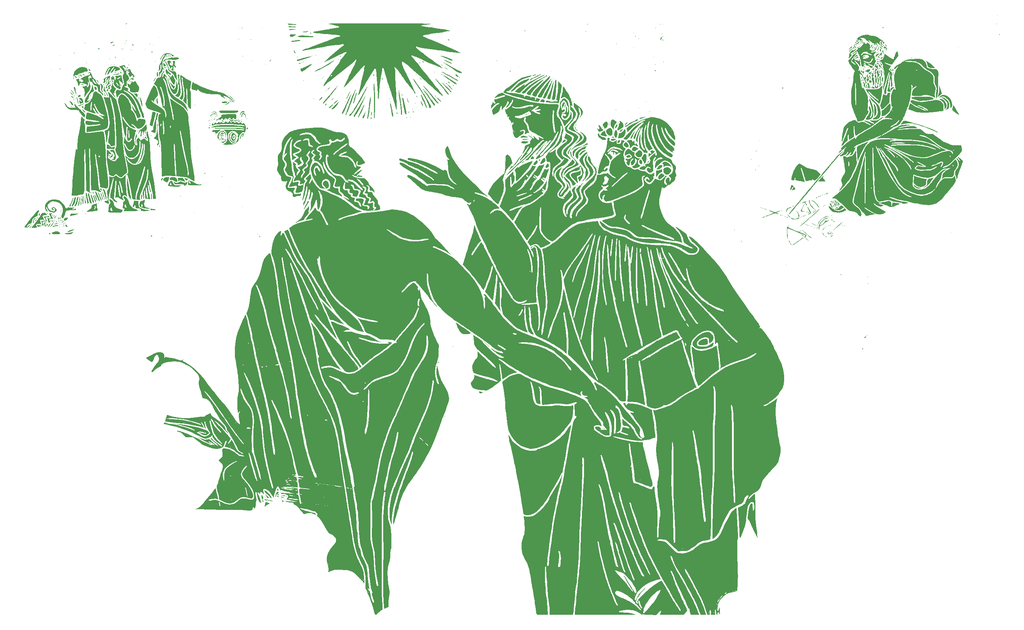
<source format=gbr>
%TF.GenerationSoftware,KiCad,Pcbnew,8.0.5*%
%TF.CreationDate,2024-09-20T18:17:22+02:00*%
%TF.ProjectId,clops,636c6f70-732e-46b6-9963-61645f706362,rev?*%
%TF.SameCoordinates,Original*%
%TF.FileFunction,Legend,Top*%
%TF.FilePolarity,Positive*%
%FSLAX46Y46*%
G04 Gerber Fmt 4.6, Leading zero omitted, Abs format (unit mm)*
G04 Created by KiCad (PCBNEW 8.0.5) date 2024-09-20 18:17:22*
%MOMM*%
%LPD*%
G01*
G04 APERTURE LIST*
%ADD10C,0.000000*%
G04 APERTURE END LIST*
D10*
%TO.C,G\u002A\u002A\u002A*%
G36*
X87380931Y-59478643D02*
G01*
X87369700Y-59474760D01*
X87375250Y-59469547D01*
X87380931Y-59478643D01*
G37*
G36*
X43219485Y-82257112D02*
G01*
X43158133Y-82318465D01*
X43096780Y-82257112D01*
X43158133Y-82195760D01*
X43219485Y-82257112D01*
G37*
G36*
X43833012Y-47531508D02*
G01*
X43771659Y-47592861D01*
X43710307Y-47531508D01*
X43771659Y-47470156D01*
X43833012Y-47531508D01*
G37*
G36*
X44814654Y-83484165D02*
G01*
X44753302Y-83545518D01*
X44691949Y-83484165D01*
X44753302Y-83422813D01*
X44814654Y-83484165D01*
G37*
G36*
X45060065Y-83116049D02*
G01*
X44998712Y-83177402D01*
X44937360Y-83116049D01*
X44998712Y-83054697D01*
X45060065Y-83116049D01*
G37*
G36*
X45919002Y-84588513D02*
G01*
X45857650Y-84649866D01*
X45796297Y-84588513D01*
X45857650Y-84527160D01*
X45919002Y-84588513D01*
G37*
G36*
X45919002Y-85079334D02*
G01*
X45857650Y-85140687D01*
X45796297Y-85079334D01*
X45857650Y-85017982D01*
X45919002Y-85079334D01*
G37*
G36*
X46041708Y-44095760D02*
G01*
X45980355Y-44157112D01*
X45919002Y-44095760D01*
X45980355Y-44034407D01*
X46041708Y-44095760D01*
G37*
G36*
X46164413Y-81398175D02*
G01*
X46103060Y-81459528D01*
X46041708Y-81398175D01*
X46103060Y-81336822D01*
X46164413Y-81398175D01*
G37*
G36*
X48004993Y-55752764D02*
G01*
X47943640Y-55814117D01*
X47882287Y-55752764D01*
X47943640Y-55691412D01*
X48004993Y-55752764D01*
G37*
G36*
X48004993Y-79803006D02*
G01*
X47943640Y-79864359D01*
X47882287Y-79803006D01*
X47943640Y-79741653D01*
X48004993Y-79803006D01*
G37*
G36*
X48127698Y-82011702D02*
G01*
X48066345Y-82073054D01*
X48004993Y-82011702D01*
X48066345Y-81950349D01*
X48127698Y-82011702D01*
G37*
G36*
X49477456Y-53666774D02*
G01*
X49416104Y-53728127D01*
X49354751Y-53666774D01*
X49416104Y-53605421D01*
X49477456Y-53666774D01*
G37*
G36*
X49477456Y-55384648D02*
G01*
X49416104Y-55446001D01*
X49354751Y-55384648D01*
X49416104Y-55323296D01*
X49477456Y-55384648D01*
G37*
G36*
X50704509Y-50108320D02*
G01*
X50643157Y-50169673D01*
X50581804Y-50108320D01*
X50643157Y-50046967D01*
X50704509Y-50108320D01*
G37*
G36*
X50949920Y-51580784D02*
G01*
X50888567Y-51642136D01*
X50827215Y-51580784D01*
X50888567Y-51519431D01*
X50949920Y-51580784D01*
G37*
G36*
X51440741Y-81275470D02*
G01*
X51379389Y-81336822D01*
X51318036Y-81275470D01*
X51379389Y-81214117D01*
X51440741Y-81275470D01*
G37*
G36*
X51931563Y-41150832D02*
G01*
X51870210Y-41212185D01*
X51808857Y-41150832D01*
X51870210Y-41089479D01*
X51931563Y-41150832D01*
G37*
G36*
X52176973Y-48390446D02*
G01*
X52115621Y-48451798D01*
X52054268Y-48390446D01*
X52115621Y-48329093D01*
X52176973Y-48390446D01*
G37*
G36*
X54876490Y-41028127D02*
G01*
X54815138Y-41089479D01*
X54753785Y-41028127D01*
X54815138Y-40966774D01*
X54876490Y-41028127D01*
G37*
G36*
X55244606Y-79434890D02*
G01*
X55183253Y-79496243D01*
X55121901Y-79434890D01*
X55183253Y-79373537D01*
X55244606Y-79434890D01*
G37*
G36*
X56594365Y-49249383D02*
G01*
X56533012Y-49310735D01*
X56471659Y-49249383D01*
X56533012Y-49188030D01*
X56594365Y-49249383D01*
G37*
G36*
X56839775Y-40169189D02*
G01*
X56778423Y-40230542D01*
X56717070Y-40169189D01*
X56778423Y-40107837D01*
X56839775Y-40169189D01*
G37*
G36*
X57576007Y-46427160D02*
G01*
X57514654Y-46488513D01*
X57453302Y-46427160D01*
X57514654Y-46365808D01*
X57576007Y-46427160D01*
G37*
G36*
X57852913Y-57454217D02*
G01*
X57791560Y-57515570D01*
X57730208Y-57454217D01*
X57791560Y-57392865D01*
X57852913Y-57454217D01*
G37*
G36*
X58189534Y-46427160D02*
G01*
X58128181Y-46488513D01*
X58066828Y-46427160D01*
X58128181Y-46365808D01*
X58189534Y-46427160D01*
G37*
G36*
X58803060Y-40905421D02*
G01*
X58741708Y-40966774D01*
X58680355Y-40905421D01*
X58741708Y-40844069D01*
X58803060Y-40905421D01*
G37*
G36*
X58803060Y-48390446D02*
G01*
X58741708Y-48451798D01*
X58680355Y-48390446D01*
X58741708Y-48329093D01*
X58803060Y-48390446D01*
G37*
G36*
X59293881Y-48513151D02*
G01*
X59232529Y-48574503D01*
X59171176Y-48513151D01*
X59232529Y-48451798D01*
X59293881Y-48513151D01*
G37*
G36*
X59661997Y-68391412D02*
G01*
X59600645Y-68452764D01*
X59539292Y-68391412D01*
X59600645Y-68330059D01*
X59661997Y-68391412D01*
G37*
G36*
X60030113Y-43482233D02*
G01*
X59968761Y-43543586D01*
X59907408Y-43482233D01*
X59968761Y-43420880D01*
X60030113Y-43482233D01*
G37*
G36*
X60275524Y-47899624D02*
G01*
X60214171Y-47960977D01*
X60152819Y-47899624D01*
X60214171Y-47838272D01*
X60275524Y-47899624D01*
G37*
G36*
X61134461Y-42500590D02*
G01*
X61073109Y-42561943D01*
X61011756Y-42500590D01*
X61073109Y-42439238D01*
X61134461Y-42500590D01*
G37*
G36*
X61134461Y-44954697D02*
G01*
X61073109Y-45016049D01*
X61011756Y-44954697D01*
X61073109Y-44893344D01*
X61134461Y-44954697D01*
G37*
G36*
X61257167Y-63360494D02*
G01*
X61195814Y-63421846D01*
X61134461Y-63360494D01*
X61195814Y-63299141D01*
X61257167Y-63360494D01*
G37*
G36*
X61419761Y-36784753D02*
G01*
X61358409Y-36846105D01*
X61297056Y-36784753D01*
X61358409Y-36723400D01*
X61419761Y-36784753D01*
G37*
G36*
X62116104Y-50599141D02*
G01*
X62054751Y-50660494D01*
X61993398Y-50599141D01*
X62054751Y-50537788D01*
X62116104Y-50599141D01*
G37*
G36*
X63465862Y-50231025D02*
G01*
X63404509Y-50292378D01*
X63343157Y-50231025D01*
X63404509Y-50169673D01*
X63465862Y-50231025D01*
G37*
G36*
X64324799Y-62501557D02*
G01*
X64263447Y-62562909D01*
X64202094Y-62501557D01*
X64263447Y-62440204D01*
X64324799Y-62501557D01*
G37*
G36*
X64324799Y-69986581D02*
G01*
X64263447Y-70047933D01*
X64202094Y-69986581D01*
X64263447Y-69925228D01*
X64324799Y-69986581D01*
G37*
G36*
X64815621Y-53544069D02*
G01*
X64754268Y-53605421D01*
X64692915Y-53544069D01*
X64754268Y-53482716D01*
X64815621Y-53544069D01*
G37*
G36*
X66288084Y-42623296D02*
G01*
X66226732Y-42684648D01*
X66165379Y-42623296D01*
X66226732Y-42561943D01*
X66288084Y-42623296D01*
G37*
G36*
X67760548Y-63237788D02*
G01*
X67699195Y-63299141D01*
X67637843Y-63237788D01*
X67699195Y-63176436D01*
X67760548Y-63237788D01*
G37*
G36*
X68251369Y-41641653D02*
G01*
X68190017Y-41703006D01*
X68128664Y-41641653D01*
X68190017Y-41580301D01*
X68251369Y-41641653D01*
G37*
G36*
X68251369Y-50599141D02*
G01*
X68190017Y-50660494D01*
X68128664Y-50599141D01*
X68190017Y-50537788D01*
X68251369Y-50599141D01*
G37*
G36*
X69601128Y-39801074D02*
G01*
X69539775Y-39862426D01*
X69478423Y-39801074D01*
X69539775Y-39739721D01*
X69601128Y-39801074D01*
G37*
G36*
X70091949Y-86919914D02*
G01*
X70030596Y-86981267D01*
X69969244Y-86919914D01*
X70030596Y-86858561D01*
X70091949Y-86919914D01*
G37*
G36*
X70214654Y-87165325D02*
G01*
X70153302Y-87226677D01*
X70091949Y-87165325D01*
X70153302Y-87103972D01*
X70214654Y-87165325D01*
G37*
G36*
X70460065Y-87656146D02*
G01*
X70398712Y-87717499D01*
X70337360Y-87656146D01*
X70398712Y-87594793D01*
X70460065Y-87656146D01*
G37*
G36*
X72177939Y-54157595D02*
G01*
X72116587Y-54218948D01*
X72055234Y-54157595D01*
X72116587Y-54096243D01*
X72177939Y-54157595D01*
G37*
G36*
X75368278Y-75140204D02*
G01*
X75306925Y-75201557D01*
X75245572Y-75140204D01*
X75306925Y-75078851D01*
X75368278Y-75140204D01*
G37*
G36*
X78190500Y-55998175D02*
G01*
X78129147Y-56059528D01*
X78067795Y-55998175D01*
X78129147Y-55936822D01*
X78190500Y-55998175D01*
G37*
G36*
X78804026Y-66305421D02*
G01*
X78742674Y-66366774D01*
X78681321Y-66305421D01*
X78742674Y-66244069D01*
X78804026Y-66305421D01*
G37*
G36*
X79908374Y-82011702D02*
G01*
X79847022Y-82073054D01*
X79785669Y-82011702D01*
X79847022Y-81950349D01*
X79908374Y-82011702D01*
G37*
G36*
X80153785Y-74772088D02*
G01*
X80092432Y-74833441D01*
X80031080Y-74772088D01*
X80092432Y-74710735D01*
X80153785Y-74772088D01*
G37*
G36*
X81748954Y-60292861D02*
G01*
X81687601Y-60354214D01*
X81626249Y-60292861D01*
X81687601Y-60231508D01*
X81748954Y-60292861D01*
G37*
G36*
X82117070Y-61642619D02*
G01*
X82055717Y-61703972D01*
X81994365Y-61642619D01*
X82055717Y-61581267D01*
X82117070Y-61642619D01*
G37*
G36*
X82239775Y-59556629D02*
G01*
X82178423Y-59617982D01*
X82117070Y-59556629D01*
X82178423Y-59495276D01*
X82239775Y-59556629D01*
G37*
G36*
X82362481Y-58574987D02*
G01*
X82301128Y-58636339D01*
X82239775Y-58574987D01*
X82301128Y-58513634D01*
X82362481Y-58574987D01*
G37*
G36*
X83221418Y-63237788D02*
G01*
X83160065Y-63299141D01*
X83098712Y-63237788D01*
X83160065Y-63176436D01*
X83221418Y-63237788D01*
G37*
G36*
X84693881Y-73054214D02*
G01*
X84632529Y-73115566D01*
X84571176Y-73054214D01*
X84632529Y-72992861D01*
X84693881Y-73054214D01*
G37*
G36*
X85552819Y-59433924D02*
G01*
X85491466Y-59495276D01*
X85430113Y-59433924D01*
X85491466Y-59372571D01*
X85552819Y-59433924D01*
G37*
G36*
X85675524Y-54525711D02*
G01*
X85614171Y-54587064D01*
X85552819Y-54525711D01*
X85614171Y-54464359D01*
X85675524Y-54525711D01*
G37*
G36*
X86411756Y-74649383D02*
G01*
X86350403Y-74710735D01*
X86289051Y-74649383D01*
X86350403Y-74588030D01*
X86411756Y-74649383D01*
G37*
G36*
X86411756Y-75508320D02*
G01*
X86350403Y-75569673D01*
X86289051Y-75508320D01*
X86350403Y-75446967D01*
X86411756Y-75508320D01*
G37*
G36*
X88406536Y-36962430D02*
G01*
X88345183Y-37023783D01*
X88283831Y-36962430D01*
X88345183Y-36901077D01*
X88406536Y-36962430D01*
G37*
G36*
X88651947Y-37698662D02*
G01*
X88590594Y-37760015D01*
X88529241Y-37698662D01*
X88590594Y-37637309D01*
X88651947Y-37698662D01*
G37*
G36*
X88660341Y-40220502D02*
G01*
X88598988Y-40281854D01*
X88537636Y-40220502D01*
X88598988Y-40159149D01*
X88660341Y-40220502D01*
G37*
G36*
X88988567Y-59311218D02*
G01*
X88927215Y-59372571D01*
X88865862Y-59311218D01*
X88927215Y-59249866D01*
X88988567Y-59311218D01*
G37*
G36*
X89356683Y-59556629D02*
G01*
X89295331Y-59617982D01*
X89233978Y-59556629D01*
X89295331Y-59495276D01*
X89356683Y-59556629D01*
G37*
G36*
X89479389Y-80293827D02*
G01*
X89418036Y-80355180D01*
X89356683Y-80293827D01*
X89418036Y-80232474D01*
X89479389Y-80293827D01*
G37*
G36*
X91850679Y-45374125D02*
G01*
X91789327Y-45435477D01*
X91727974Y-45374125D01*
X91789327Y-45312772D01*
X91850679Y-45374125D01*
G37*
G36*
X93160548Y-86797209D02*
G01*
X93099195Y-86858561D01*
X93037843Y-86797209D01*
X93099195Y-86735856D01*
X93160548Y-86797209D01*
G37*
G36*
X94304786Y-37398279D02*
G01*
X94243433Y-37459632D01*
X94182080Y-37398279D01*
X94243433Y-37336927D01*
X94304786Y-37398279D01*
G37*
G36*
X94795607Y-149305526D02*
G01*
X94734254Y-149366878D01*
X94672902Y-149305526D01*
X94734254Y-149244173D01*
X94795607Y-149305526D01*
G37*
G36*
X94918312Y-149550936D02*
G01*
X94856959Y-149612289D01*
X94795607Y-149550936D01*
X94856959Y-149489584D01*
X94918312Y-149550936D01*
G37*
G36*
X95041017Y-149796347D02*
G01*
X94979665Y-149857700D01*
X94918312Y-149796347D01*
X94979665Y-149734994D01*
X95041017Y-149796347D01*
G37*
G36*
X95163723Y-46233062D02*
G01*
X95102370Y-46294415D01*
X95041017Y-46233062D01*
X95102370Y-46171709D01*
X95163723Y-46233062D01*
G37*
G36*
X96881597Y-150164463D02*
G01*
X96820245Y-150225816D01*
X96758892Y-150164463D01*
X96820245Y-150103110D01*
X96881597Y-150164463D01*
G37*
G36*
X98844882Y-150041758D02*
G01*
X98783530Y-150103110D01*
X98722177Y-150041758D01*
X98783530Y-149980405D01*
X98844882Y-150041758D01*
G37*
G36*
X100685462Y-147342241D02*
G01*
X100624109Y-147403593D01*
X100562757Y-147342241D01*
X100624109Y-147280888D01*
X100685462Y-147342241D01*
G37*
G36*
X102648747Y-44515188D02*
G01*
X102587394Y-44576540D01*
X102526042Y-44515188D01*
X102587394Y-44453835D01*
X102648747Y-44515188D01*
G37*
G36*
X103507684Y-78013738D02*
G01*
X103446331Y-78075091D01*
X103384979Y-78013738D01*
X103446331Y-77952386D01*
X103507684Y-78013738D01*
G37*
G36*
X104857443Y-49668811D02*
G01*
X104796090Y-49730163D01*
X104734737Y-49668811D01*
X104796090Y-49607458D01*
X104857443Y-49668811D01*
G37*
G36*
X107066138Y-44024366D02*
G01*
X107004786Y-44085719D01*
X106943433Y-44024366D01*
X107004786Y-43963014D01*
X107066138Y-44024366D01*
G37*
G36*
X108906718Y-49300695D02*
G01*
X108845365Y-49362047D01*
X108784013Y-49300695D01*
X108845365Y-49239342D01*
X108906718Y-49300695D01*
G37*
G36*
X109520245Y-52613738D02*
G01*
X109458892Y-52675091D01*
X109397539Y-52613738D01*
X109458892Y-52552386D01*
X109520245Y-52613738D01*
G37*
G36*
X112465172Y-45128714D02*
G01*
X112403819Y-45190067D01*
X112342467Y-45128714D01*
X112403819Y-45067361D01*
X112465172Y-45128714D01*
G37*
G36*
X114060341Y-55190550D02*
G01*
X113998988Y-55251903D01*
X113937636Y-55190550D01*
X113998988Y-55129197D01*
X114060341Y-55190550D01*
G37*
G36*
X124735703Y-55190550D02*
G01*
X124674351Y-55251903D01*
X124612998Y-55190550D01*
X124674351Y-55129197D01*
X124735703Y-55190550D01*
G37*
G36*
X130748264Y-55558666D02*
G01*
X130686911Y-55620018D01*
X130625559Y-55558666D01*
X130686911Y-55497313D01*
X130748264Y-55558666D01*
G37*
G36*
X130993674Y-48687168D02*
G01*
X130932322Y-48748521D01*
X130870969Y-48687168D01*
X130932322Y-48625816D01*
X130993674Y-48687168D01*
G37*
G36*
X131116380Y-56417603D02*
G01*
X131055027Y-56478956D01*
X130993674Y-56417603D01*
X131055027Y-56356250D01*
X131116380Y-56417603D01*
G37*
G36*
X135288360Y-107831130D02*
G01*
X135227008Y-107892482D01*
X135165655Y-107831130D01*
X135227008Y-107769777D01*
X135288360Y-107831130D01*
G37*
G36*
X135411066Y-48073642D02*
G01*
X135349713Y-48134994D01*
X135288360Y-48073642D01*
X135349713Y-48012289D01*
X135411066Y-48073642D01*
G37*
G36*
X136024592Y-107831130D02*
G01*
X135963240Y-107892482D01*
X135901887Y-107831130D01*
X135963240Y-107769777D01*
X136024592Y-107831130D01*
G37*
G36*
X137742467Y-50405043D02*
G01*
X137681114Y-50466395D01*
X137619761Y-50405043D01*
X137681114Y-50343690D01*
X137742467Y-50405043D01*
G37*
G36*
X137987877Y-129918086D02*
G01*
X137926525Y-129979439D01*
X137865172Y-129918086D01*
X137926525Y-129856733D01*
X137987877Y-129918086D01*
G37*
G36*
X139337636Y-51018569D02*
G01*
X139276283Y-51079922D01*
X139214931Y-51018569D01*
X139276283Y-50957217D01*
X139337636Y-51018569D01*
G37*
G36*
X149890293Y-45006009D02*
G01*
X149828940Y-45067361D01*
X149767588Y-45006009D01*
X149828940Y-44944656D01*
X149890293Y-45006009D01*
G37*
G36*
X153080631Y-47705526D02*
G01*
X153019278Y-47766878D01*
X152957926Y-47705526D01*
X153019278Y-47644173D01*
X153080631Y-47705526D01*
G37*
G36*
X153571452Y-47091999D02*
G01*
X153510100Y-47153352D01*
X153448747Y-47091999D01*
X153510100Y-47030647D01*
X153571452Y-47091999D01*
G37*
G36*
X153694158Y-46355767D02*
G01*
X153632805Y-46417120D01*
X153571452Y-46355767D01*
X153632805Y-46294415D01*
X153694158Y-46355767D01*
G37*
G36*
X153939568Y-60466878D02*
G01*
X153878216Y-60528231D01*
X153816863Y-60466878D01*
X153878216Y-60405526D01*
X153939568Y-60466878D01*
G37*
G36*
X154307684Y-36539342D02*
G01*
X154246331Y-36600695D01*
X154184979Y-36539342D01*
X154246331Y-36477990D01*
X154307684Y-36539342D01*
G37*
G36*
X155166621Y-37889101D02*
G01*
X155105269Y-37950453D01*
X155043916Y-37889101D01*
X155105269Y-37827748D01*
X155166621Y-37889101D01*
G37*
G36*
X155534737Y-46846589D02*
G01*
X155473385Y-46907941D01*
X155412032Y-46846589D01*
X155473385Y-46785236D01*
X155534737Y-46846589D01*
G37*
G36*
X157866138Y-58012772D02*
G01*
X157804786Y-58074125D01*
X157743433Y-58012772D01*
X157804786Y-57951419D01*
X157866138Y-58012772D01*
G37*
G36*
X162283530Y-73596347D02*
G01*
X162222177Y-73657700D01*
X162160824Y-73596347D01*
X162222177Y-73534994D01*
X162283530Y-73596347D01*
G37*
G36*
X163142467Y-47950936D02*
G01*
X163081114Y-48012289D01*
X163019761Y-47950936D01*
X163081114Y-47889584D01*
X163142467Y-47950936D01*
G37*
G36*
X163633288Y-49546105D02*
G01*
X163571935Y-49607458D01*
X163510583Y-49546105D01*
X163571935Y-49484753D01*
X163633288Y-49546105D01*
G37*
G36*
X166087394Y-63289101D02*
G01*
X166026042Y-63350453D01*
X165964689Y-63289101D01*
X166026042Y-63227748D01*
X166087394Y-63289101D01*
G37*
G36*
X166087394Y-70774125D02*
G01*
X166026042Y-70835477D01*
X165964689Y-70774125D01*
X166026042Y-70712772D01*
X166087394Y-70774125D01*
G37*
G36*
X168418795Y-55067845D02*
G01*
X168357443Y-55129197D01*
X168296090Y-55067845D01*
X168357443Y-55006492D01*
X168418795Y-55067845D01*
G37*
G36*
X171486428Y-38379922D02*
G01*
X171425075Y-38441275D01*
X171363723Y-38379922D01*
X171425075Y-38318569D01*
X171486428Y-38379922D01*
G37*
G36*
X174185945Y-70896830D02*
G01*
X174124592Y-70958183D01*
X174063240Y-70896830D01*
X174124592Y-70835477D01*
X174185945Y-70896830D01*
G37*
G36*
X180689327Y-48687168D02*
G01*
X180627974Y-48748521D01*
X180566621Y-48687168D01*
X180627974Y-48625816D01*
X180689327Y-48687168D01*
G37*
G36*
X181425559Y-57399246D02*
G01*
X181364206Y-57460598D01*
X181302853Y-57399246D01*
X181364206Y-57337893D01*
X181425559Y-57399246D01*
G37*
G36*
X182039085Y-42551903D02*
G01*
X181977732Y-42613255D01*
X181916380Y-42551903D01*
X181977732Y-42490550D01*
X182039085Y-42551903D01*
G37*
G36*
X183879665Y-39238859D02*
G01*
X183818312Y-39300212D01*
X183756959Y-39238859D01*
X183818312Y-39177506D01*
X183879665Y-39238859D01*
G37*
G36*
X184125075Y-56663014D02*
G01*
X184063723Y-56724366D01*
X184002370Y-56663014D01*
X184063723Y-56601661D01*
X184125075Y-56663014D01*
G37*
G36*
X185842950Y-55190550D02*
G01*
X185781597Y-55251903D01*
X185720245Y-55190550D01*
X185781597Y-55129197D01*
X185842950Y-55190550D01*
G37*
G36*
X186211066Y-68933545D02*
G01*
X186149713Y-68994898D01*
X186088360Y-68933545D01*
X186149713Y-68872192D01*
X186211066Y-68933545D01*
G37*
G36*
X186701887Y-57521951D02*
G01*
X186640534Y-57583304D01*
X186579182Y-57521951D01*
X186640534Y-57460598D01*
X186701887Y-57521951D01*
G37*
G36*
X187683530Y-44515188D02*
G01*
X187622177Y-44576540D01*
X187560824Y-44515188D01*
X187622177Y-44453835D01*
X187683530Y-44515188D01*
G37*
G36*
X188051645Y-71387651D02*
G01*
X187990293Y-71449004D01*
X187928940Y-71387651D01*
X187990293Y-71326299D01*
X188051645Y-71387651D01*
G37*
G36*
X189155993Y-36662047D02*
G01*
X189094641Y-36723400D01*
X189033288Y-36662047D01*
X189094641Y-36600695D01*
X189155993Y-36662047D01*
G37*
G36*
X189892225Y-36662047D02*
G01*
X189830873Y-36723400D01*
X189769520Y-36662047D01*
X189830873Y-36600695D01*
X189892225Y-36662047D01*
G37*
G36*
X190014931Y-40465912D02*
G01*
X189953578Y-40527265D01*
X189892225Y-40465912D01*
X189953578Y-40404560D01*
X190014931Y-40465912D01*
G37*
G36*
X190014931Y-45619535D02*
G01*
X189953578Y-45680888D01*
X189892225Y-45619535D01*
X189953578Y-45558183D01*
X190014931Y-45619535D01*
G37*
G36*
X194923143Y-89179922D02*
G01*
X194861790Y-89241275D01*
X194800438Y-89179922D01*
X194861790Y-89118569D01*
X194923143Y-89179922D01*
G37*
G36*
X206948264Y-85744173D02*
G01*
X206886911Y-85805526D01*
X206825559Y-85744173D01*
X206886911Y-85682820D01*
X206948264Y-85744173D01*
G37*
G36*
X208175317Y-88566395D02*
G01*
X208113964Y-88627748D01*
X208052612Y-88566395D01*
X208113964Y-88505043D01*
X208175317Y-88566395D01*
G37*
G36*
X208788844Y-88811806D02*
G01*
X208727491Y-88873159D01*
X208666138Y-88811806D01*
X208727491Y-88750453D01*
X208788844Y-88811806D01*
G37*
G36*
X211452548Y-51006402D02*
G01*
X211391195Y-51067755D01*
X211329843Y-51006402D01*
X211391195Y-50945049D01*
X211452548Y-51006402D01*
G37*
G36*
X212802306Y-70516547D02*
G01*
X212740954Y-70577900D01*
X212679601Y-70516547D01*
X212740954Y-70455194D01*
X212802306Y-70516547D01*
G37*
G36*
X212925012Y-64503987D02*
G01*
X212863659Y-64565339D01*
X212802306Y-64503987D01*
X212863659Y-64442634D01*
X212925012Y-64503987D01*
G37*
G36*
X213557337Y-80593844D02*
G01*
X213495984Y-80655197D01*
X213434631Y-80593844D01*
X213495984Y-80532491D01*
X213557337Y-80593844D01*
G37*
G36*
X218220139Y-81207371D02*
G01*
X218158786Y-81268723D01*
X218097433Y-81207371D01*
X218158786Y-81146018D01*
X218220139Y-81207371D01*
G37*
G36*
X218833665Y-82557129D02*
G01*
X218772312Y-82618482D01*
X218710960Y-82557129D01*
X218772312Y-82495776D01*
X218833665Y-82557129D01*
G37*
G36*
X219260310Y-94172453D02*
G01*
X219198957Y-94233806D01*
X219137605Y-94172453D01*
X219198957Y-94111100D01*
X219260310Y-94172453D01*
G37*
G36*
X219815308Y-84765825D02*
G01*
X219753955Y-84827177D01*
X219692602Y-84765825D01*
X219753955Y-84704472D01*
X219815308Y-84765825D01*
G37*
G36*
X222514825Y-82925245D02*
G01*
X222453472Y-82986598D01*
X222392119Y-82925245D01*
X222453472Y-82863892D01*
X222514825Y-82925245D01*
G37*
G36*
X222760235Y-79489496D02*
G01*
X222698883Y-79550849D01*
X222637530Y-79489496D01*
X222698883Y-79428144D01*
X222760235Y-79489496D01*
G37*
G36*
X222760235Y-82802540D02*
G01*
X222698883Y-82863892D01*
X222637530Y-82802540D01*
X222698883Y-82741187D01*
X222760235Y-82802540D01*
G37*
G36*
X223005646Y-84152298D02*
G01*
X222944293Y-84213651D01*
X222882940Y-84152298D01*
X222944293Y-84090946D01*
X223005646Y-84152298D01*
G37*
G36*
X223741878Y-84397709D02*
G01*
X223680525Y-84459061D01*
X223619172Y-84397709D01*
X223680525Y-84336356D01*
X223741878Y-84397709D01*
G37*
G36*
X223987288Y-82311718D02*
G01*
X223925936Y-82373071D01*
X223864583Y-82311718D01*
X223925936Y-82250366D01*
X223987288Y-82311718D01*
G37*
G36*
X224478110Y-78875970D02*
G01*
X224416757Y-78937322D01*
X224355404Y-78875970D01*
X224416757Y-78814617D01*
X224478110Y-78875970D01*
G37*
G36*
X224723520Y-84765825D02*
G01*
X224662168Y-84827177D01*
X224600815Y-84765825D01*
X224662168Y-84704472D01*
X224723520Y-84765825D01*
G37*
G36*
X224968931Y-84888530D02*
G01*
X224907578Y-84949883D01*
X224846226Y-84888530D01*
X224907578Y-84827177D01*
X224968931Y-84888530D01*
G37*
G36*
X225337047Y-85011235D02*
G01*
X225275694Y-85072588D01*
X225214341Y-85011235D01*
X225275694Y-84949883D01*
X225337047Y-85011235D01*
G37*
G36*
X225705163Y-85133941D02*
G01*
X225643810Y-85195293D01*
X225582457Y-85133941D01*
X225643810Y-85072588D01*
X225705163Y-85133941D01*
G37*
G36*
X227791153Y-80471139D02*
G01*
X227729800Y-80532491D01*
X227668448Y-80471139D01*
X227729800Y-80409786D01*
X227791153Y-80471139D01*
G37*
G36*
X228650090Y-82311718D02*
G01*
X228588738Y-82373071D01*
X228527385Y-82311718D01*
X228588738Y-82250366D01*
X228650090Y-82311718D01*
G37*
G36*
X230367965Y-78630559D02*
G01*
X230306612Y-78691912D01*
X230245259Y-78630559D01*
X230306612Y-78569206D01*
X230367965Y-78630559D01*
G37*
G36*
X230367965Y-82802540D02*
G01*
X230306612Y-82863892D01*
X230245259Y-82802540D01*
X230306612Y-82741187D01*
X230367965Y-82802540D01*
G37*
G36*
X230490670Y-82434424D02*
G01*
X230429317Y-82495776D01*
X230367965Y-82434424D01*
X230429317Y-82373071D01*
X230490670Y-82434424D01*
G37*
G36*
X230613375Y-80593844D02*
G01*
X230552023Y-80655197D01*
X230490670Y-80593844D01*
X230552023Y-80532491D01*
X230613375Y-80593844D01*
G37*
G36*
X231226902Y-73967757D02*
G01*
X231165549Y-74029110D01*
X231104197Y-73967757D01*
X231165549Y-73906404D01*
X231226902Y-73967757D01*
G37*
G36*
X231472312Y-84643119D02*
G01*
X231410960Y-84704472D01*
X231349607Y-84643119D01*
X231410960Y-84581767D01*
X231472312Y-84643119D01*
G37*
G36*
X232085839Y-75808337D02*
G01*
X232024486Y-75869690D01*
X231963134Y-75808337D01*
X232024486Y-75746984D01*
X232085839Y-75808337D01*
G37*
G36*
X232699366Y-84765825D02*
G01*
X232638013Y-84827177D01*
X232576660Y-84765825D01*
X232638013Y-84704472D01*
X232699366Y-84765825D01*
G37*
G36*
X234294535Y-49549400D02*
G01*
X234233182Y-49610752D01*
X234171829Y-49549400D01*
X234233182Y-49488047D01*
X234294535Y-49549400D01*
G37*
G36*
X236135114Y-45009303D02*
G01*
X236073762Y-45070656D01*
X236012409Y-45009303D01*
X236073762Y-44947950D01*
X236135114Y-45009303D01*
G37*
G36*
X237116757Y-46972588D02*
G01*
X237055404Y-47033941D01*
X236994052Y-46972588D01*
X237055404Y-46911235D01*
X237116757Y-46972588D01*
G37*
G36*
X237362168Y-50653747D02*
G01*
X237300815Y-50715100D01*
X237239462Y-50653747D01*
X237300815Y-50592395D01*
X237362168Y-50653747D01*
G37*
G36*
X237607578Y-51635390D02*
G01*
X237546226Y-51696743D01*
X237484873Y-51635390D01*
X237546226Y-51574037D01*
X237607578Y-51635390D01*
G37*
G36*
X238098399Y-47095293D02*
G01*
X238037047Y-47156646D01*
X237975694Y-47095293D01*
X238037047Y-47033941D01*
X238098399Y-47095293D01*
G37*
G36*
X238098399Y-47463409D02*
G01*
X238037047Y-47524762D01*
X237975694Y-47463409D01*
X238037047Y-47402057D01*
X238098399Y-47463409D01*
G37*
G36*
X238098399Y-48813168D02*
G01*
X238037047Y-48874520D01*
X237975694Y-48813168D01*
X238037047Y-48751815D01*
X238098399Y-48813168D01*
G37*
G36*
X238221105Y-48322347D02*
G01*
X238159752Y-48383699D01*
X238098399Y-48322347D01*
X238159752Y-48260994D01*
X238221105Y-48322347D01*
G37*
G36*
X238248406Y-94707076D02*
G01*
X238187053Y-94768428D01*
X238125701Y-94707076D01*
X238187053Y-94645723D01*
X238248406Y-94707076D01*
G37*
G36*
X238343810Y-46849883D02*
G01*
X238282457Y-46911235D01*
X238221105Y-46849883D01*
X238282457Y-46788530D01*
X238343810Y-46849883D01*
G37*
G36*
X238343810Y-48690462D02*
G01*
X238282457Y-48751815D01*
X238221105Y-48690462D01*
X238282457Y-48629110D01*
X238343810Y-48690462D01*
G37*
G36*
X238466515Y-47217999D02*
G01*
X238405163Y-47279351D01*
X238343810Y-47217999D01*
X238405163Y-47156646D01*
X238466515Y-47217999D01*
G37*
G36*
X238589221Y-44518482D02*
G01*
X238527868Y-44579834D01*
X238466515Y-44518482D01*
X238527868Y-44457129D01*
X238589221Y-44518482D01*
G37*
G36*
X238616522Y-98265530D02*
G01*
X238555169Y-98326882D01*
X238493817Y-98265530D01*
X238555169Y-98204177D01*
X238616522Y-98265530D01*
G37*
G36*
X238616522Y-111026882D02*
G01*
X238555169Y-111088235D01*
X238493817Y-111026882D01*
X238555169Y-110965530D01*
X238616522Y-111026882D01*
G37*
G36*
X238861933Y-98633646D02*
G01*
X238800580Y-98694998D01*
X238739227Y-98633646D01*
X238800580Y-98572293D01*
X238861933Y-98633646D01*
G37*
G36*
X239202747Y-64642153D02*
G01*
X239141395Y-64703506D01*
X239080042Y-64642153D01*
X239141395Y-64580801D01*
X239202747Y-64642153D01*
G37*
G36*
X241411443Y-42800607D02*
G01*
X241350090Y-42861960D01*
X241288738Y-42800607D01*
X241350090Y-42739255D01*
X241411443Y-42800607D01*
G37*
G36*
X247178593Y-45377419D02*
G01*
X247117240Y-45438772D01*
X247055887Y-45377419D01*
X247117240Y-45316066D01*
X247178593Y-45377419D01*
G37*
G36*
X249387288Y-60592878D02*
G01*
X249325936Y-60654231D01*
X249264583Y-60592878D01*
X249325936Y-60531525D01*
X249387288Y-60592878D01*
G37*
G36*
X250246226Y-60838289D02*
G01*
X250184873Y-60899641D01*
X250123520Y-60838289D01*
X250184873Y-60776936D01*
X250246226Y-60838289D01*
G37*
G36*
X258835597Y-86360994D02*
G01*
X258774245Y-86422347D01*
X258712892Y-86360994D01*
X258774245Y-86299641D01*
X258835597Y-86360994D01*
G37*
G36*
X260430767Y-42064375D02*
G01*
X260369414Y-42125728D01*
X260308061Y-42064375D01*
X260369414Y-42003023D01*
X260430767Y-42064375D01*
G37*
G36*
X262025936Y-41205438D02*
G01*
X261964583Y-41266791D01*
X261903230Y-41205438D01*
X261964583Y-41144086D01*
X262025936Y-41205438D01*
G37*
G36*
X269511039Y-36607282D02*
G01*
X269449686Y-36668635D01*
X269388334Y-36607282D01*
X269449686Y-36545930D01*
X269511039Y-36607282D01*
G37*
G36*
X269756450Y-34521292D02*
G01*
X269695097Y-34582645D01*
X269633744Y-34521292D01*
X269695097Y-34459939D01*
X269756450Y-34521292D01*
G37*
G36*
X45264574Y-83218304D02*
G01*
X45279259Y-83363926D01*
X45264574Y-83381911D01*
X45191626Y-83365067D01*
X45182770Y-83300107D01*
X45227666Y-83199107D01*
X45264574Y-83218304D01*
G37*
G36*
X45755395Y-84077241D02*
G01*
X45770081Y-84222863D01*
X45755395Y-84240848D01*
X45682447Y-84224004D01*
X45673592Y-84159045D01*
X45718488Y-84058044D01*
X45755395Y-84077241D01*
G37*
G36*
X46246216Y-81009608D02*
G01*
X46260902Y-81155231D01*
X46246216Y-81173215D01*
X46173268Y-81156371D01*
X46164413Y-81091412D01*
X46209309Y-80990411D01*
X46246216Y-81009608D01*
G37*
G36*
X46246216Y-83954536D02*
G01*
X46260902Y-84100158D01*
X46246216Y-84118143D01*
X46173268Y-84101299D01*
X46164413Y-84036339D01*
X46209309Y-83935339D01*
X46246216Y-83954536D01*
G37*
G36*
X46368922Y-84445357D02*
G01*
X46352078Y-84518305D01*
X46287118Y-84527160D01*
X46186118Y-84482265D01*
X46205315Y-84445357D01*
X46350937Y-84430672D01*
X46368922Y-84445357D01*
G37*
G36*
X46491627Y-84936178D02*
G01*
X46474783Y-85009126D01*
X46409824Y-85017982D01*
X46308823Y-84973086D01*
X46328020Y-84936178D01*
X46473642Y-84921493D01*
X46491627Y-84936178D01*
G37*
G36*
X46614332Y-83463714D02*
G01*
X46597489Y-83536663D01*
X46532529Y-83545518D01*
X46431528Y-83500622D01*
X46450725Y-83463714D01*
X46596348Y-83449029D01*
X46614332Y-83463714D01*
G37*
G36*
X47227859Y-84199946D02*
G01*
X47211015Y-84272894D01*
X47146055Y-84281750D01*
X47045055Y-84236854D01*
X47064252Y-84199946D01*
X47209874Y-84185261D01*
X47227859Y-84199946D01*
G37*
G36*
X49681965Y-54382555D02*
G01*
X49665121Y-54455503D01*
X49600162Y-54464359D01*
X49499161Y-54419463D01*
X49518358Y-54382555D01*
X49663981Y-54367870D01*
X49681965Y-54382555D01*
G37*
G36*
X50050081Y-53523618D02*
G01*
X50064767Y-53669240D01*
X50050081Y-53687225D01*
X49977133Y-53670381D01*
X49968278Y-53605421D01*
X50013174Y-53504421D01*
X50050081Y-53523618D01*
G37*
G36*
X52266446Y-81998920D02*
G01*
X52229850Y-82054691D01*
X52105395Y-82063367D01*
X51974464Y-82033400D01*
X52031261Y-81989232D01*
X52223034Y-81974604D01*
X52266446Y-81998920D01*
G37*
G36*
X52381482Y-45915888D02*
G01*
X52364638Y-45988836D01*
X52299679Y-45997692D01*
X52198678Y-45952796D01*
X52217875Y-45915888D01*
X52363498Y-45901203D01*
X52381482Y-45915888D01*
G37*
G36*
X53242437Y-53582414D02*
G01*
X53257066Y-53774188D01*
X53232750Y-53817599D01*
X53176979Y-53781004D01*
X53168303Y-53656549D01*
X53198270Y-53525618D01*
X53242437Y-53582414D01*
G37*
G36*
X55334079Y-45432736D02*
G01*
X55297483Y-45488507D01*
X55173028Y-45497183D01*
X55042097Y-45467216D01*
X55098894Y-45423049D01*
X55290667Y-45408421D01*
X55334079Y-45432736D01*
G37*
G36*
X56921579Y-76224101D02*
G01*
X56936264Y-76369723D01*
X56921579Y-76387708D01*
X56848631Y-76370864D01*
X56839775Y-76305904D01*
X56884671Y-76204904D01*
X56921579Y-76224101D01*
G37*
G36*
X57166989Y-65057917D02*
G01*
X57181675Y-65203540D01*
X57166989Y-65221524D01*
X57094041Y-65204681D01*
X57085186Y-65139721D01*
X57130082Y-65038720D01*
X57166989Y-65057917D01*
G37*
G36*
X57974799Y-44934784D02*
G01*
X57990214Y-44979570D01*
X57821418Y-44996675D01*
X57647222Y-44977392D01*
X57668036Y-44934784D01*
X57919256Y-44918577D01*
X57974799Y-44934784D01*
G37*
G36*
X59007569Y-46284004D02*
G01*
X58990725Y-46356952D01*
X58925766Y-46365808D01*
X58824765Y-46320912D01*
X58843962Y-46284004D01*
X58989584Y-46269319D01*
X59007569Y-46284004D01*
G37*
G36*
X59989212Y-48247289D02*
G01*
X59972368Y-48320237D01*
X59907408Y-48329093D01*
X59806408Y-48284197D01*
X59825605Y-48247289D01*
X59971227Y-48232604D01*
X59989212Y-48247289D01*
G37*
G36*
X60602738Y-47756468D02*
G01*
X60585894Y-47829416D01*
X60520935Y-47838272D01*
X60419934Y-47793376D01*
X60439131Y-47756468D01*
X60584754Y-47741783D01*
X60602738Y-47756468D01*
G37*
G36*
X60855818Y-42610514D02*
G01*
X60819222Y-42666285D01*
X60694767Y-42674961D01*
X60563836Y-42644994D01*
X60620633Y-42600827D01*
X60812406Y-42586198D01*
X60855818Y-42610514D01*
G37*
G36*
X60970854Y-48124584D02*
G01*
X60985540Y-48270206D01*
X60970854Y-48288191D01*
X60897906Y-48271347D01*
X60889051Y-48206388D01*
X60933947Y-48105387D01*
X60970854Y-48124584D01*
G37*
G36*
X61584381Y-41130381D02*
G01*
X61567537Y-41203329D01*
X61502577Y-41212185D01*
X61401577Y-41167289D01*
X61420774Y-41130381D01*
X61566396Y-41115696D01*
X61584381Y-41130381D01*
G37*
G36*
X63056844Y-42725550D02*
G01*
X63040001Y-42798498D01*
X62975041Y-42807354D01*
X62874041Y-42762458D01*
X62893237Y-42725550D01*
X63038860Y-42710865D01*
X63056844Y-42725550D01*
G37*
G36*
X64531326Y-62049081D02*
G01*
X64545955Y-62240854D01*
X64521639Y-62284266D01*
X64465868Y-62247671D01*
X64457192Y-62123215D01*
X64487159Y-61992285D01*
X64531326Y-62049081D01*
G37*
G36*
X64652014Y-63340043D02*
G01*
X64666699Y-63485665D01*
X64652014Y-63503650D01*
X64579065Y-63486806D01*
X64570210Y-63421846D01*
X64615106Y-63320846D01*
X64652014Y-63340043D01*
G37*
G36*
X64897424Y-81009608D02*
G01*
X64880580Y-81082556D01*
X64815621Y-81091412D01*
X64714620Y-81046516D01*
X64733817Y-81009608D01*
X64879440Y-80994923D01*
X64897424Y-81009608D01*
G37*
G36*
X65020129Y-46774826D02*
G01*
X65003286Y-46847774D01*
X64938326Y-46856629D01*
X64837326Y-46811733D01*
X64856522Y-46774826D01*
X65002145Y-46760140D01*
X65020129Y-46774826D01*
G37*
G36*
X65265540Y-63953569D02*
G01*
X65280226Y-64099192D01*
X65265540Y-64117177D01*
X65192592Y-64100333D01*
X65183737Y-64035373D01*
X65228632Y-63934373D01*
X65265540Y-63953569D01*
G37*
G36*
X66369888Y-63217338D02*
G01*
X66353044Y-63290286D01*
X66288084Y-63299141D01*
X66187084Y-63254245D01*
X66206281Y-63217338D01*
X66351903Y-63202652D01*
X66369888Y-63217338D01*
G37*
G36*
X67474236Y-41375792D02*
G01*
X67457392Y-41448740D01*
X67392432Y-41457595D01*
X67291432Y-41412699D01*
X67310629Y-41375792D01*
X67456251Y-41361106D01*
X67474236Y-41375792D01*
G37*
G36*
X68701289Y-54873376D02*
G01*
X68715974Y-55018999D01*
X68701289Y-55036983D01*
X68628341Y-55020140D01*
X68619485Y-54955180D01*
X68664381Y-54854179D01*
X68701289Y-54873376D01*
G37*
G36*
X68823994Y-45547772D02*
G01*
X68807150Y-45620721D01*
X68742191Y-45629576D01*
X68641190Y-45584680D01*
X68660387Y-45547772D01*
X68806010Y-45533087D01*
X68823994Y-45547772D01*
G37*
G36*
X72627859Y-46038594D02*
G01*
X72611015Y-46111542D01*
X72546055Y-46120397D01*
X72445055Y-46075501D01*
X72464252Y-46038594D01*
X72609874Y-46023908D01*
X72627859Y-46038594D01*
G37*
G36*
X74713849Y-77696565D02*
G01*
X74728535Y-77842187D01*
X74713849Y-77860172D01*
X74640901Y-77843328D01*
X74632046Y-77778368D01*
X74676942Y-77677368D01*
X74713849Y-77696565D01*
G37*
G36*
X78034562Y-81753509D02*
G01*
X77997966Y-81809280D01*
X77873511Y-81817956D01*
X77742580Y-81787989D01*
X77799377Y-81743822D01*
X77991150Y-81729194D01*
X78034562Y-81753509D01*
G37*
G36*
X82198873Y-58799946D02*
G01*
X82213559Y-58945569D01*
X82198873Y-58963553D01*
X82125925Y-58946710D01*
X82117070Y-58881750D01*
X82161966Y-58780749D01*
X82198873Y-58799946D01*
G37*
G36*
X83057811Y-58677241D02*
G01*
X83072496Y-58822863D01*
X83057811Y-58840848D01*
X82984862Y-58824004D01*
X82976007Y-58759045D01*
X83020903Y-58658044D01*
X83057811Y-58677241D01*
G37*
G36*
X83794043Y-55118787D02*
G01*
X83808728Y-55264409D01*
X83794043Y-55282394D01*
X83721094Y-55265550D01*
X83712239Y-55200590D01*
X83757135Y-55099590D01*
X83794043Y-55118787D01*
G37*
G36*
X84777703Y-63521545D02*
G01*
X84792331Y-63713318D01*
X84768016Y-63756730D01*
X84712245Y-63720134D01*
X84703569Y-63595679D01*
X84733536Y-63464748D01*
X84777703Y-63521545D01*
G37*
G36*
X86002738Y-59781589D02*
G01*
X85985894Y-59854537D01*
X85920935Y-59863392D01*
X85819934Y-59818496D01*
X85839131Y-59781589D01*
X85984754Y-59766903D01*
X86002738Y-59781589D01*
G37*
G36*
X87720613Y-62481106D02*
G01*
X87703769Y-62554054D01*
X87638809Y-62562909D01*
X87537809Y-62518013D01*
X87557005Y-62481106D01*
X87702628Y-62466420D01*
X87720613Y-62481106D01*
G37*
G36*
X88947666Y-58677241D02*
G01*
X88962351Y-58822863D01*
X88947666Y-58840848D01*
X88874718Y-58824004D01*
X88865862Y-58759045D01*
X88910758Y-58658044D01*
X88947666Y-58677241D01*
G37*
G36*
X89469982Y-37555506D02*
G01*
X89453138Y-37628454D01*
X89388179Y-37637309D01*
X89287178Y-37592413D01*
X89306375Y-37555506D01*
X89451998Y-37540820D01*
X89469982Y-37555506D01*
G37*
G36*
X89601082Y-44249326D02*
G01*
X89584238Y-44322274D01*
X89519278Y-44331130D01*
X89418278Y-44286234D01*
X89437475Y-44249326D01*
X89583097Y-44234641D01*
X89601082Y-44249326D01*
G37*
G36*
X90542835Y-59168062D02*
G01*
X90557520Y-59313685D01*
X90542835Y-59331669D01*
X90469887Y-59314826D01*
X90461031Y-59249866D01*
X90505927Y-59148865D01*
X90542835Y-59168062D01*
G37*
G36*
X91564367Y-40322756D02*
G01*
X91547523Y-40395704D01*
X91482563Y-40404560D01*
X91381563Y-40359664D01*
X91400760Y-40322756D01*
X91546382Y-40308071D01*
X91564367Y-40322756D01*
G37*
G36*
X97331517Y-149898601D02*
G01*
X97346202Y-150044224D01*
X97331517Y-150062209D01*
X97258568Y-150045365D01*
X97249713Y-149980405D01*
X97294609Y-149879405D01*
X97331517Y-149898601D01*
G37*
G36*
X98190454Y-149898601D02*
G01*
X98173610Y-149971550D01*
X98108650Y-149980405D01*
X98007650Y-149935509D01*
X98026847Y-149898601D01*
X98172469Y-149883916D01*
X98190454Y-149898601D01*
G37*
G36*
X99540212Y-150021307D02*
G01*
X99554898Y-150166929D01*
X99540212Y-150184914D01*
X99467264Y-150168070D01*
X99458409Y-150103110D01*
X99503305Y-150002110D01*
X99540212Y-150021307D01*
G37*
G36*
X100153739Y-149407780D02*
G01*
X100136895Y-149480728D01*
X100071935Y-149489584D01*
X99970935Y-149444688D01*
X99990132Y-149407780D01*
X100135754Y-149393095D01*
X100153739Y-149407780D01*
G37*
G36*
X103712193Y-45721790D02*
G01*
X103726878Y-45867412D01*
X103712193Y-45885397D01*
X103639245Y-45868553D01*
X103630389Y-45803593D01*
X103675285Y-45702593D01*
X103712193Y-45721790D01*
G37*
G36*
X104080309Y-45599085D02*
G01*
X104094994Y-45744707D01*
X104080309Y-45762692D01*
X104007361Y-45745848D01*
X103998505Y-45680888D01*
X104043401Y-45579888D01*
X104080309Y-45599085D01*
G37*
G36*
X104080309Y-50016476D02*
G01*
X104094994Y-50162098D01*
X104080309Y-50180083D01*
X104007361Y-50163239D01*
X103998505Y-50098279D01*
X104043401Y-49997279D01*
X104080309Y-50016476D01*
G37*
G36*
X106534415Y-54433867D02*
G01*
X106549101Y-54579490D01*
X106534415Y-54597474D01*
X106461467Y-54580630D01*
X106452612Y-54515671D01*
X106497508Y-54414670D01*
X106534415Y-54433867D01*
G37*
G36*
X124572096Y-54433867D02*
G01*
X124586782Y-54579490D01*
X124572096Y-54597474D01*
X124499148Y-54580630D01*
X124490293Y-54515671D01*
X124535189Y-54414670D01*
X124572096Y-54433867D01*
G37*
G36*
X128744077Y-58973964D02*
G01*
X128727233Y-59046912D01*
X128662274Y-59055767D01*
X128561273Y-59010871D01*
X128580470Y-58973964D01*
X128726092Y-58959278D01*
X128744077Y-58973964D01*
G37*
G36*
X129603014Y-58851258D02*
G01*
X129586171Y-58924207D01*
X129521211Y-58933062D01*
X129420210Y-58888166D01*
X129439407Y-58851258D01*
X129585030Y-58836573D01*
X129603014Y-58851258D01*
G37*
G36*
X130093835Y-57010679D02*
G01*
X130108521Y-57156301D01*
X130093835Y-57174286D01*
X130020887Y-57157442D01*
X130012032Y-57092482D01*
X130056928Y-56991482D01*
X130093835Y-57010679D01*
G37*
G36*
X131566299Y-57256089D02*
G01*
X131580985Y-57401712D01*
X131566299Y-57419696D01*
X131493351Y-57402853D01*
X131484496Y-57337893D01*
X131529392Y-57236893D01*
X131566299Y-57256089D01*
G37*
G36*
X134879343Y-37132418D02*
G01*
X134862499Y-37205366D01*
X134797539Y-37214221D01*
X134696539Y-37169325D01*
X134715736Y-37132418D01*
X134861358Y-37117732D01*
X134879343Y-37132418D01*
G37*
G36*
X137824270Y-130265751D02*
G01*
X137838956Y-130411374D01*
X137824270Y-130429358D01*
X137751322Y-130412515D01*
X137742467Y-130347555D01*
X137787363Y-130246554D01*
X137824270Y-130265751D01*
G37*
G36*
X139787555Y-113700534D02*
G01*
X139770712Y-113773482D01*
X139705752Y-113782337D01*
X139604751Y-113737441D01*
X139623948Y-113700534D01*
X139769571Y-113685848D01*
X139787555Y-113700534D01*
G37*
G36*
X141382724Y-49402949D02*
G01*
X141365881Y-49475897D01*
X141300921Y-49484753D01*
X141199920Y-49439857D01*
X141219117Y-49402949D01*
X141364740Y-49388264D01*
X141382724Y-49402949D01*
G37*
G36*
X144327652Y-110755606D02*
G01*
X144310808Y-110828554D01*
X144245848Y-110837410D01*
X144144848Y-110792514D01*
X144164045Y-110755606D01*
X144309667Y-110740921D01*
X144327652Y-110755606D01*
G37*
G36*
X150217507Y-45353674D02*
G01*
X150200663Y-45426622D01*
X150135703Y-45435477D01*
X150034703Y-45390581D01*
X150053900Y-45353674D01*
X150199522Y-45338988D01*
X150217507Y-45353674D01*
G37*
G36*
X152180792Y-73330485D02*
G01*
X152195477Y-73476108D01*
X152180792Y-73494093D01*
X152107844Y-73477249D01*
X152098988Y-73412289D01*
X152143884Y-73311289D01*
X152180792Y-73330485D01*
G37*
G36*
X158561468Y-63145944D02*
G01*
X158544625Y-63218893D01*
X158479665Y-63227748D01*
X158378664Y-63182852D01*
X158397861Y-63145944D01*
X158543484Y-63131259D01*
X158561468Y-63145944D01*
G37*
G36*
X163837797Y-49771065D02*
G01*
X163852482Y-49916688D01*
X163837797Y-49934672D01*
X163764849Y-49917829D01*
X163755993Y-49852869D01*
X163800889Y-49751868D01*
X163837797Y-49771065D01*
G37*
G36*
X171938366Y-36577688D02*
G01*
X171952994Y-36769461D01*
X171928678Y-36812873D01*
X171872907Y-36776277D01*
X171864231Y-36651822D01*
X171894198Y-36520891D01*
X171938366Y-36577688D01*
G37*
G36*
X175372096Y-61182659D02*
G01*
X175386782Y-61328282D01*
X175372096Y-61346266D01*
X175299148Y-61329423D01*
X175290293Y-61264463D01*
X175335189Y-61163463D01*
X175372096Y-61182659D01*
G37*
G36*
X178807845Y-41304399D02*
G01*
X178791001Y-41377347D01*
X178726042Y-41386202D01*
X178625041Y-41341306D01*
X178644238Y-41304399D01*
X178789861Y-41289713D01*
X178807845Y-41304399D01*
G37*
G36*
X179175961Y-60078312D02*
G01*
X179190647Y-60223934D01*
X179175961Y-60241919D01*
X179103013Y-60225075D01*
X179094158Y-60160115D01*
X179139054Y-60059115D01*
X179175961Y-60078312D01*
G37*
G36*
X181998183Y-93208746D02*
G01*
X182012869Y-93354369D01*
X181998183Y-93372353D01*
X181925235Y-93355510D01*
X181916380Y-93290550D01*
X181961276Y-93189550D01*
X181998183Y-93208746D01*
G37*
G36*
X182857121Y-38604882D02*
G01*
X182871806Y-38750504D01*
X182857121Y-38768489D01*
X182784172Y-38751645D01*
X182775317Y-38686685D01*
X182820213Y-38585685D01*
X182857121Y-38604882D01*
G37*
G36*
X182857121Y-42163336D02*
G01*
X182871806Y-42308958D01*
X182857121Y-42326943D01*
X182784172Y-42310099D01*
X182775317Y-42245139D01*
X182820213Y-42144139D01*
X182857121Y-42163336D01*
G37*
G36*
X184084174Y-40077345D02*
G01*
X184098859Y-40222968D01*
X184084174Y-40240952D01*
X184011225Y-40224109D01*
X184002370Y-40159149D01*
X184047266Y-40058149D01*
X184084174Y-40077345D01*
G37*
G36*
X185188521Y-70262853D02*
G01*
X185203207Y-70408475D01*
X185188521Y-70426460D01*
X185115573Y-70409616D01*
X185106718Y-70344656D01*
X185151614Y-70243656D01*
X185188521Y-70262853D01*
G37*
G36*
X188133449Y-37500534D02*
G01*
X188148134Y-37646156D01*
X188133449Y-37664141D01*
X188060501Y-37647297D01*
X188051645Y-37582337D01*
X188096541Y-37481337D01*
X188133449Y-37500534D01*
G37*
G36*
X189605913Y-38972998D02*
G01*
X189620598Y-39118620D01*
X189605913Y-39136605D01*
X189532965Y-39119761D01*
X189524109Y-39054801D01*
X189569005Y-38953801D01*
X189605913Y-38972998D01*
G37*
G36*
X189851323Y-39586524D02*
G01*
X189834480Y-39659472D01*
X189769520Y-39668328D01*
X189668519Y-39623432D01*
X189687716Y-39586524D01*
X189833339Y-39571839D01*
X189851323Y-39586524D01*
G37*
G36*
X210939623Y-69039094D02*
G01*
X210922780Y-69112042D01*
X210857820Y-69120897D01*
X210756819Y-69076001D01*
X210776016Y-69039094D01*
X210921639Y-69024408D01*
X210939623Y-69039094D01*
G37*
G36*
X212147878Y-66937642D02*
G01*
X212131034Y-67010590D01*
X212066074Y-67019446D01*
X211965074Y-66974550D01*
X211984271Y-66937642D01*
X212129893Y-66922957D01*
X212147878Y-66937642D01*
G37*
G36*
X213271024Y-80450688D02*
G01*
X213254180Y-80523636D01*
X213189221Y-80532491D01*
X213088220Y-80487595D01*
X213107417Y-80450688D01*
X213253040Y-80436002D01*
X213271024Y-80450688D01*
G37*
G36*
X218424647Y-82413973D02*
G01*
X218407804Y-82486921D01*
X218342844Y-82495776D01*
X218241843Y-82450881D01*
X218261040Y-82413973D01*
X218406663Y-82399287D01*
X218424647Y-82413973D01*
G37*
G36*
X219160879Y-82659384D02*
G01*
X219144036Y-82732332D01*
X219079076Y-82741187D01*
X218978075Y-82696291D01*
X218997272Y-82659384D01*
X219142895Y-82644698D01*
X219160879Y-82659384D01*
G37*
G36*
X223087449Y-82659384D02*
G01*
X223070606Y-82732332D01*
X223005646Y-82741187D01*
X222904645Y-82696291D01*
X222923842Y-82659384D01*
X223069465Y-82644698D01*
X223087449Y-82659384D01*
G37*
G36*
X224069092Y-84499963D02*
G01*
X224052248Y-84572911D01*
X223987288Y-84581767D01*
X223886288Y-84536871D01*
X223905485Y-84499963D01*
X224051107Y-84485278D01*
X224069092Y-84499963D01*
G37*
G36*
X224322172Y-81562705D02*
G01*
X224285576Y-81618476D01*
X224161121Y-81627152D01*
X224030190Y-81597185D01*
X224086986Y-81553018D01*
X224278760Y-81538389D01*
X224322172Y-81562705D01*
G37*
G36*
X224437208Y-84622669D02*
G01*
X224420364Y-84695617D01*
X224355404Y-84704472D01*
X224254404Y-84659576D01*
X224273601Y-84622669D01*
X224419223Y-84607983D01*
X224437208Y-84622669D01*
G37*
G36*
X226032377Y-85236195D02*
G01*
X226015533Y-85309143D01*
X225950573Y-85317999D01*
X225849573Y-85273103D01*
X225868770Y-85236195D01*
X226014392Y-85221510D01*
X226032377Y-85236195D01*
G37*
G36*
X227995662Y-77505760D02*
G01*
X227978818Y-77578709D01*
X227913858Y-77587564D01*
X227812858Y-77542668D01*
X227832055Y-77505760D01*
X227977677Y-77491075D01*
X227995662Y-77505760D01*
G37*
G36*
X228363778Y-77383055D02*
G01*
X228346934Y-77456003D01*
X228281974Y-77464859D01*
X228180974Y-77419963D01*
X228200171Y-77383055D01*
X228345793Y-77368370D01*
X228363778Y-77383055D01*
G37*
G36*
X229468126Y-84745374D02*
G01*
X229451282Y-84818322D01*
X229386322Y-84827177D01*
X229285322Y-84782281D01*
X229304519Y-84745374D01*
X229450141Y-84730688D01*
X229468126Y-84745374D01*
G37*
G36*
X229713536Y-86217838D02*
G01*
X229696693Y-86290786D01*
X229631733Y-86299641D01*
X229530732Y-86254745D01*
X229549929Y-86217838D01*
X229695552Y-86203152D01*
X229713536Y-86217838D01*
G37*
G36*
X229836242Y-84622669D02*
G01*
X229819398Y-84695617D01*
X229754438Y-84704472D01*
X229653438Y-84659576D01*
X229672635Y-84622669D01*
X229818257Y-84607983D01*
X229836242Y-84622669D01*
G37*
G36*
X230081652Y-86340543D02*
G01*
X230064809Y-86413491D01*
X229999849Y-86422347D01*
X229898848Y-86377451D01*
X229918045Y-86340543D01*
X230063668Y-86325858D01*
X230081652Y-86340543D01*
G37*
G36*
X230089321Y-86961739D02*
G01*
X230052726Y-87017510D01*
X229928271Y-87026186D01*
X229797340Y-86996219D01*
X229854136Y-86952051D01*
X230045910Y-86937423D01*
X230089321Y-86961739D01*
G37*
G36*
X230212027Y-82421642D02*
G01*
X230175431Y-82477413D01*
X230050976Y-82486089D01*
X229920045Y-82456122D01*
X229976841Y-82411955D01*
X230168615Y-82397327D01*
X230212027Y-82421642D01*
G37*
G36*
X233271990Y-84868079D02*
G01*
X233255147Y-84941027D01*
X233190187Y-84949883D01*
X233089186Y-84904987D01*
X233108383Y-84868079D01*
X233254006Y-84853394D01*
X233271990Y-84868079D01*
G37*
G36*
X236094213Y-41675809D02*
G01*
X236077369Y-41748757D01*
X236012409Y-41757612D01*
X235911409Y-41712716D01*
X235930606Y-41675809D01*
X236076228Y-41661123D01*
X236094213Y-41675809D01*
G37*
G36*
X236779317Y-41553642D02*
G01*
X236794732Y-41598428D01*
X236625936Y-41615532D01*
X236451739Y-41596249D01*
X236472554Y-41553642D01*
X236723774Y-41537435D01*
X236779317Y-41553642D01*
G37*
G36*
X238180203Y-44620736D02*
G01*
X238163359Y-44693684D01*
X238098399Y-44702540D01*
X237997399Y-44657644D01*
X238016596Y-44620736D01*
X238162218Y-44606051D01*
X238180203Y-44620736D01*
G37*
G36*
X238698325Y-97018026D02*
G01*
X238681482Y-97090974D01*
X238616522Y-97099829D01*
X238515522Y-97054933D01*
X238534718Y-97018026D01*
X238680341Y-97003340D01*
X238698325Y-97018026D01*
G37*
G36*
X239407256Y-51369528D02*
G01*
X239390412Y-51442477D01*
X239325453Y-51451332D01*
X239224452Y-51406436D01*
X239243649Y-51369528D01*
X239389272Y-51354843D01*
X239407256Y-51369528D01*
G37*
G36*
X239529961Y-51001413D02*
G01*
X239544647Y-51147035D01*
X239529961Y-51165020D01*
X239457013Y-51148176D01*
X239448158Y-51083216D01*
X239493054Y-50982216D01*
X239529961Y-51001413D01*
G37*
G36*
X240020783Y-41430398D02*
G01*
X240035468Y-41576021D01*
X240020783Y-41594005D01*
X239947835Y-41577161D01*
X239938979Y-41512202D01*
X239983875Y-41411201D01*
X240020783Y-41430398D01*
G37*
G36*
X241738657Y-44866147D02*
G01*
X241721813Y-44939095D01*
X241656854Y-44947950D01*
X241555853Y-44903054D01*
X241575050Y-44866147D01*
X241720672Y-44851461D01*
X241738657Y-44866147D01*
G37*
G36*
X242474889Y-48915422D02*
G01*
X242489574Y-49061045D01*
X242474889Y-49079029D01*
X242401941Y-49062186D01*
X242393085Y-48997226D01*
X242437981Y-48896225D01*
X242474889Y-48915422D01*
G37*
G36*
X242843005Y-43025567D02*
G01*
X242857690Y-43171190D01*
X242843005Y-43189174D01*
X242770057Y-43172330D01*
X242761201Y-43107371D01*
X242806097Y-43006370D01*
X242843005Y-43025567D01*
G37*
G36*
X249844877Y-60702801D02*
G01*
X249808281Y-60758572D01*
X249683826Y-60767249D01*
X249552895Y-60737281D01*
X249609692Y-60693114D01*
X249801465Y-60678486D01*
X249844877Y-60702801D01*
G37*
G36*
X250082618Y-44743442D02*
G01*
X250065775Y-44816390D01*
X250000815Y-44825245D01*
X249899815Y-44780349D01*
X249919011Y-44743442D01*
X250064634Y-44728756D01*
X250082618Y-44743442D01*
G37*
G36*
X49389838Y-53940119D02*
G01*
X49416104Y-53973537D01*
X49459293Y-54083899D01*
X49343200Y-54042334D01*
X49232046Y-53973537D01*
X49137712Y-53875032D01*
X49194128Y-53852711D01*
X49389838Y-53940119D01*
G37*
G36*
X56345217Y-50995205D02*
G01*
X56391297Y-51084670D01*
X56422695Y-51257569D01*
X56340266Y-51224011D01*
X56282556Y-51143151D01*
X56244838Y-50982553D01*
X56260155Y-50953801D01*
X56345217Y-50995205D01*
G37*
G36*
X59239499Y-44484495D02*
G01*
X59217995Y-44580208D01*
X59118977Y-44752923D01*
X59054950Y-44723990D01*
X59048471Y-44655175D01*
X59137589Y-44488784D01*
X59169771Y-44464744D01*
X59239499Y-44484495D01*
G37*
G36*
X61729029Y-40525588D02*
G01*
X61860758Y-40649139D01*
X61833736Y-40720169D01*
X61816582Y-40721363D01*
X61712796Y-40634208D01*
X61674918Y-40579699D01*
X61660455Y-40495732D01*
X61729029Y-40525588D01*
G37*
G36*
X61927358Y-36504032D02*
G01*
X61955843Y-36567254D01*
X61797713Y-36633676D01*
X61608292Y-36661549D01*
X61631066Y-36585808D01*
X61636760Y-36580025D01*
X61848883Y-36493526D01*
X61927358Y-36504032D01*
G37*
G36*
X62105038Y-47004889D02*
G01*
X62089998Y-47119003D01*
X62022415Y-47211370D01*
X61942224Y-47118509D01*
X61897199Y-46937864D01*
X61919759Y-46889367D01*
X62041062Y-46869217D01*
X62105038Y-47004889D01*
G37*
G36*
X67935932Y-87182933D02*
G01*
X67909472Y-87340421D01*
X67779506Y-87445318D01*
X67657308Y-87409796D01*
X67656800Y-87295680D01*
X67753598Y-87122805D01*
X67821901Y-87097491D01*
X67935932Y-87182933D01*
G37*
G36*
X81748954Y-61386983D02*
G01*
X81650157Y-61556015D01*
X81554671Y-61581267D01*
X81411560Y-61509921D01*
X81408958Y-61435554D01*
X81531092Y-61273514D01*
X81678126Y-61252911D01*
X81748954Y-61386983D01*
G37*
G36*
X82928293Y-59309611D02*
G01*
X82800988Y-59467522D01*
X82649044Y-59603885D01*
X82645220Y-59556508D01*
X82726204Y-59392738D01*
X82857915Y-59206774D01*
X82947968Y-59180925D01*
X82928293Y-59309611D01*
G37*
G36*
X82975073Y-62759744D02*
G01*
X82991233Y-62775598D01*
X83088156Y-62936479D01*
X83075015Y-62995625D01*
X82983737Y-62958801D01*
X82922544Y-62844288D01*
X82885185Y-62700934D01*
X82975073Y-62759744D01*
G37*
G36*
X86024681Y-53532351D02*
G01*
X86155377Y-53646416D01*
X86166345Y-53674016D01*
X86108112Y-53724449D01*
X85986872Y-53611441D01*
X85970570Y-53586462D01*
X85956108Y-53502496D01*
X86024681Y-53532351D01*
G37*
G36*
X88478787Y-59299501D02*
G01*
X88610517Y-59423052D01*
X88583494Y-59494082D01*
X88566341Y-59495276D01*
X88462554Y-59408121D01*
X88424676Y-59353612D01*
X88410214Y-59269645D01*
X88478787Y-59299501D01*
G37*
G36*
X131944641Y-49534447D02*
G01*
X132141263Y-49713608D01*
X132220728Y-49810534D01*
X132164560Y-49841446D01*
X131989076Y-49676537D01*
X131902306Y-49576782D01*
X131668554Y-49300695D01*
X131944641Y-49534447D01*
G37*
G36*
X137147558Y-46380045D02*
G01*
X137251645Y-46478473D01*
X137356471Y-46635827D01*
X137285015Y-46634080D01*
X137060364Y-46482375D01*
X136929784Y-46348065D01*
X136960534Y-46298317D01*
X137147558Y-46380045D01*
G37*
G36*
X160537723Y-69038603D02*
G01*
X160471178Y-69185510D01*
X160353536Y-69316499D01*
X160260152Y-69242347D01*
X160262052Y-69056233D01*
X160331647Y-68987851D01*
X160514304Y-68923496D01*
X160537723Y-69038603D01*
G37*
G36*
X173185343Y-69903470D02*
G01*
X173317073Y-70027021D01*
X173290051Y-70098051D01*
X173272897Y-70099246D01*
X173169111Y-70012090D01*
X173131233Y-69957581D01*
X173116770Y-69873615D01*
X173185343Y-69903470D01*
G37*
G36*
X178584377Y-57019412D02*
G01*
X178716107Y-57142963D01*
X178689085Y-57213993D01*
X178671931Y-57215188D01*
X178568144Y-57128033D01*
X178530266Y-57073523D01*
X178515804Y-56989557D01*
X178584377Y-57019412D01*
G37*
G36*
X187909981Y-46221345D02*
G01*
X188041711Y-46344896D01*
X188014688Y-46415925D01*
X187997535Y-46417120D01*
X187893748Y-46329965D01*
X187855870Y-46275456D01*
X187841408Y-46191489D01*
X187909981Y-46221345D01*
G37*
G36*
X212003853Y-71438242D02*
G01*
X211872612Y-71539961D01*
X211731967Y-71557031D01*
X211697958Y-71511318D01*
X211794209Y-71432511D01*
X211888389Y-71390018D01*
X212015055Y-71381442D01*
X212003853Y-71438242D01*
G37*
G36*
X217907002Y-82203547D02*
G01*
X218079718Y-82302565D01*
X218050785Y-82366592D01*
X217981970Y-82373071D01*
X217815579Y-82283953D01*
X217791539Y-82251771D01*
X217811289Y-82182043D01*
X217907002Y-82203547D01*
G37*
G36*
X220980139Y-80165781D02*
G01*
X220848898Y-80267499D01*
X220708253Y-80284570D01*
X220674245Y-80238856D01*
X220770495Y-80160050D01*
X220864676Y-80117556D01*
X220991342Y-80108981D01*
X220980139Y-80165781D01*
G37*
G36*
X224581856Y-81563769D02*
G01*
X224712552Y-81677834D01*
X224723520Y-81705434D01*
X224665287Y-81755867D01*
X224544047Y-81642859D01*
X224527745Y-81617880D01*
X224513283Y-81533914D01*
X224581856Y-81563769D01*
G37*
G36*
X228705070Y-87357170D02*
G01*
X228877785Y-87456188D01*
X228848852Y-87520215D01*
X228780037Y-87526694D01*
X228613646Y-87437576D01*
X228589606Y-87405395D01*
X228609357Y-87335667D01*
X228705070Y-87357170D01*
G37*
G36*
X228837395Y-84973581D02*
G01*
X228800572Y-85064858D01*
X228686059Y-85126052D01*
X228542704Y-85163410D01*
X228601515Y-85073522D01*
X228617369Y-85057362D01*
X228778250Y-84960439D01*
X228837395Y-84973581D01*
G37*
G36*
X230602309Y-80067225D02*
G01*
X230587270Y-80181339D01*
X230519687Y-80273706D01*
X230439496Y-80180844D01*
X230394470Y-80000200D01*
X230417030Y-79951703D01*
X230538334Y-79931553D01*
X230602309Y-80067225D01*
G37*
G36*
X237097798Y-47328987D02*
G01*
X237229528Y-47452538D01*
X237202505Y-47523568D01*
X237185351Y-47524762D01*
X237081565Y-47437607D01*
X237043687Y-47383098D01*
X237029225Y-47299131D01*
X237097798Y-47328987D01*
G37*
G36*
X237238528Y-50052998D02*
G01*
X237254688Y-50068852D01*
X237351611Y-50229733D01*
X237338470Y-50288878D01*
X237247193Y-50252055D01*
X237185999Y-50137542D01*
X237148640Y-49994187D01*
X237238528Y-50052998D01*
G37*
G36*
X238919875Y-47099146D02*
G01*
X238849858Y-47189367D01*
X238746687Y-47266910D01*
X238772432Y-47143957D01*
X238781168Y-47120678D01*
X238878374Y-46970420D01*
X238933639Y-46969341D01*
X238919875Y-47099146D01*
G37*
G36*
X240042725Y-47942513D02*
G01*
X240173421Y-48056578D01*
X240184390Y-48084178D01*
X240126157Y-48134611D01*
X240004916Y-48021603D01*
X239988614Y-47996624D01*
X239974152Y-47912658D01*
X240042725Y-47942513D01*
G37*
G36*
X240919687Y-43304206D02*
G01*
X240935848Y-43320060D01*
X241032771Y-43480941D01*
X241019629Y-43540086D01*
X240928352Y-43503263D01*
X240867158Y-43388750D01*
X240829799Y-43245395D01*
X240919687Y-43304206D01*
G37*
G36*
X241147073Y-43157006D02*
G01*
X241278803Y-43280557D01*
X241251781Y-43351587D01*
X241234627Y-43352781D01*
X241130840Y-43265626D01*
X241092962Y-43211117D01*
X241078500Y-43127150D01*
X241147073Y-43157006D01*
G37*
G36*
X242395087Y-47955468D02*
G01*
X242465872Y-48102523D01*
X242449198Y-48146767D01*
X242330743Y-48255571D01*
X242272780Y-48131647D01*
X242270380Y-48069694D01*
X242330752Y-47943313D01*
X242395087Y-47955468D01*
G37*
G36*
X39112575Y-84919445D02*
G01*
X39077415Y-85033492D01*
X38925552Y-85201359D01*
X38749437Y-85322343D01*
X38679389Y-85297435D01*
X38754760Y-85135464D01*
X38917736Y-84977304D01*
X39073609Y-84905594D01*
X39112575Y-84919445D01*
G37*
G36*
X40397263Y-83262072D02*
G01*
X40314579Y-83428556D01*
X40151852Y-83606871D01*
X39975962Y-83728701D01*
X39906442Y-83706259D01*
X39989126Y-83539774D01*
X40151852Y-83361460D01*
X40327743Y-83239630D01*
X40397263Y-83262072D01*
G37*
G36*
X40639108Y-82902662D02*
G01*
X40642674Y-82931991D01*
X40549298Y-83051131D01*
X40519968Y-83054697D01*
X40400829Y-82961321D01*
X40397263Y-82931991D01*
X40490639Y-82812852D01*
X40519968Y-82809286D01*
X40639108Y-82902662D01*
G37*
G36*
X42970881Y-81802950D02*
G01*
X43018448Y-81888996D01*
X43058306Y-82048727D01*
X43046601Y-82073054D01*
X42944085Y-81991905D01*
X42851369Y-81888996D01*
X42776705Y-81739519D01*
X42823217Y-81704938D01*
X42970881Y-81802950D01*
G37*
G36*
X43660946Y-86663214D02*
G01*
X43710307Y-86735856D01*
X43611445Y-86845913D01*
X43533490Y-86858561D01*
X43324579Y-86783779D01*
X43280838Y-86735856D01*
X43318408Y-86639276D01*
X43457654Y-86613151D01*
X43660946Y-86663214D01*
G37*
G36*
X43913538Y-83497987D02*
G01*
X43894365Y-83545518D01*
X43784101Y-83662577D01*
X43764418Y-83668223D01*
X43711713Y-83573287D01*
X43710307Y-83545518D01*
X43804637Y-83427528D01*
X43840254Y-83422813D01*
X43913538Y-83497987D01*
G37*
G36*
X44281654Y-82270933D02*
G01*
X44262481Y-82318465D01*
X44152217Y-82435524D01*
X44132533Y-82441170D01*
X44079829Y-82346234D01*
X44078423Y-82318465D01*
X44172753Y-82200475D01*
X44208370Y-82195760D01*
X44281654Y-82270933D01*
G37*
G36*
X44638038Y-82391424D02*
G01*
X44569244Y-82502523D01*
X44424046Y-82654910D01*
X44374012Y-82686581D01*
X44372794Y-82593692D01*
X44402165Y-82502523D01*
X44530899Y-82339955D01*
X44597397Y-82318465D01*
X44638038Y-82391424D01*
G37*
G36*
X45261766Y-83816193D02*
G01*
X45366703Y-83861100D01*
X45243766Y-83912828D01*
X45142790Y-83935168D01*
X44917828Y-83957306D01*
X44911779Y-83890194D01*
X44915022Y-83886889D01*
X45124358Y-83808681D01*
X45261766Y-83816193D01*
G37*
G36*
X45794890Y-83640454D02*
G01*
X45796297Y-83668223D01*
X45701967Y-83786213D01*
X45666350Y-83790929D01*
X45593066Y-83715755D01*
X45612239Y-83668223D01*
X45722503Y-83551164D01*
X45742186Y-83545518D01*
X45794890Y-83640454D01*
G37*
G36*
X46040301Y-47319681D02*
G01*
X46041708Y-47347450D01*
X45947378Y-47465440D01*
X45911761Y-47470156D01*
X45838477Y-47394982D01*
X45857650Y-47347450D01*
X45967913Y-47230391D01*
X45987597Y-47224745D01*
X46040301Y-47319681D01*
G37*
G36*
X46040401Y-82906840D02*
G01*
X46086081Y-82993344D01*
X46094866Y-83151659D01*
X46050985Y-83177402D01*
X45920309Y-83079848D01*
X45874629Y-82993344D01*
X45865844Y-82835029D01*
X45909725Y-82809286D01*
X46040401Y-82906840D01*
G37*
G36*
X46283552Y-83516188D02*
G01*
X46287118Y-83545518D01*
X46193743Y-83664658D01*
X46164413Y-83668223D01*
X46045273Y-83574848D01*
X46041708Y-83545518D01*
X46135083Y-83426378D01*
X46164413Y-83422813D01*
X46283552Y-83516188D01*
G37*
G36*
X46760282Y-83757393D02*
G01*
X46777939Y-83845040D01*
X46713875Y-84012927D01*
X46655234Y-84036339D01*
X46536041Y-83948270D01*
X46532529Y-83920876D01*
X46621723Y-83754691D01*
X46655234Y-83729576D01*
X46760282Y-83757393D01*
G37*
G36*
X46858465Y-84356924D02*
G01*
X46839292Y-84404455D01*
X46729028Y-84521514D01*
X46709345Y-84527160D01*
X46656641Y-84432224D01*
X46655234Y-84404455D01*
X46749564Y-84286465D01*
X46785181Y-84281750D01*
X46858465Y-84356924D01*
G37*
G36*
X46905285Y-84745816D02*
G01*
X46945018Y-84833924D01*
X46947569Y-84991926D01*
X46896794Y-85017982D01*
X46791329Y-84918537D01*
X46777939Y-84833924D01*
X46804192Y-84670209D01*
X46826164Y-84649866D01*
X46905285Y-84745816D01*
G37*
G36*
X48329365Y-55948736D02*
G01*
X48335437Y-55969834D01*
X48353401Y-56237124D01*
X48330890Y-56337950D01*
X48290608Y-56342029D01*
X48274156Y-56149939D01*
X48274324Y-56120880D01*
X48292018Y-55930570D01*
X48329365Y-55948736D01*
G37*
G36*
X48741224Y-56243586D02*
G01*
X48858283Y-56353849D01*
X48863930Y-56373533D01*
X48768994Y-56426237D01*
X48741224Y-56427644D01*
X48623234Y-56333314D01*
X48618519Y-56297697D01*
X48693693Y-56224413D01*
X48741224Y-56243586D01*
G37*
G36*
X49349757Y-54676137D02*
G01*
X49354751Y-54709769D01*
X49312886Y-54829284D01*
X49300640Y-54832474D01*
X49195878Y-54746490D01*
X49170693Y-54709769D01*
X49180422Y-54596698D01*
X49224804Y-54587064D01*
X49349757Y-54676137D01*
G37*
G36*
X49351185Y-49526816D02*
G01*
X49354751Y-49556146D01*
X49261375Y-49675286D01*
X49232046Y-49678851D01*
X49112906Y-49585476D01*
X49109340Y-49556146D01*
X49202716Y-49437006D01*
X49232046Y-49433441D01*
X49351185Y-49526816D01*
G37*
G36*
X49435277Y-43496054D02*
G01*
X49416104Y-43543586D01*
X49305840Y-43660644D01*
X49286157Y-43666291D01*
X49233453Y-43571355D01*
X49232046Y-43543586D01*
X49326376Y-43425596D01*
X49361993Y-43420880D01*
X49435277Y-43496054D01*
G37*
G36*
X51072625Y-77717016D02*
G01*
X51189684Y-77827279D01*
X51195331Y-77846963D01*
X51100395Y-77899667D01*
X51072625Y-77901074D01*
X50954635Y-77806744D01*
X50949920Y-77771127D01*
X51025094Y-77697842D01*
X51072625Y-77717016D01*
G37*
G36*
X51563447Y-48574503D02*
G01*
X51757596Y-48724596D01*
X51808857Y-48824231D01*
X51741407Y-48932840D01*
X51574498Y-48859533D01*
X51471418Y-48759073D01*
X51330346Y-48557020D01*
X51379280Y-48500262D01*
X51563447Y-48574503D01*
G37*
G36*
X53909271Y-76770299D02*
G01*
X54017553Y-76919431D01*
X54102062Y-77109541D01*
X54102241Y-77164842D01*
X53995291Y-77084690D01*
X53833495Y-76919431D01*
X53716286Y-76743986D01*
X53748807Y-76674020D01*
X53909271Y-76770299D01*
G37*
G36*
X55367200Y-42503643D02*
G01*
X55428664Y-42561943D01*
X55438566Y-42670337D01*
X55292250Y-42652322D01*
X55121901Y-42561943D01*
X55006912Y-42466648D01*
X55117432Y-42441532D01*
X55145335Y-42441117D01*
X55367200Y-42503643D01*
G37*
G36*
X57821418Y-67900590D02*
G01*
X57939442Y-68057464D01*
X57944123Y-68091890D01*
X57850530Y-68204049D01*
X57821418Y-68207354D01*
X57713730Y-68107476D01*
X57698712Y-68016054D01*
X57758199Y-67889047D01*
X57821418Y-67900590D01*
G37*
G36*
X58014475Y-50269350D02*
G01*
X58025927Y-50353731D01*
X58011681Y-50520479D01*
X57933831Y-50485951D01*
X57903221Y-50455985D01*
X57824293Y-50288424D01*
X57888730Y-50175095D01*
X57923672Y-50169673D01*
X58014475Y-50269350D01*
G37*
G36*
X59015799Y-41630974D02*
G01*
X58987118Y-41703006D01*
X58816608Y-41798170D01*
X58642437Y-41817087D01*
X58454434Y-41802756D01*
X58503907Y-41753966D01*
X58619002Y-41703006D01*
X58918027Y-41598920D01*
X59015799Y-41630974D01*
G37*
G36*
X59489965Y-48129221D02*
G01*
X59355234Y-48206388D01*
X59095083Y-48298405D01*
X58960857Y-48310023D01*
X58998840Y-48241241D01*
X59048471Y-48206388D01*
X59310415Y-48104648D01*
X59416587Y-48094186D01*
X59489965Y-48129221D01*
G37*
G36*
X60622753Y-48181989D02*
G01*
X60643640Y-48267740D01*
X60584357Y-48431133D01*
X60534063Y-48451798D01*
X60399923Y-48354148D01*
X60353856Y-48267740D01*
X60372709Y-48109438D01*
X60463433Y-48083682D01*
X60622753Y-48181989D01*
G37*
G36*
X61828513Y-47422624D02*
G01*
X61809340Y-47470156D01*
X61699077Y-47587215D01*
X61679393Y-47592861D01*
X61626689Y-47497925D01*
X61625282Y-47470156D01*
X61719612Y-47352166D01*
X61755229Y-47347450D01*
X61828513Y-47422624D01*
G37*
G36*
X62482813Y-46338039D02*
G01*
X62484220Y-46365808D01*
X62389890Y-46483798D01*
X62354273Y-46488513D01*
X62280989Y-46413339D01*
X62300162Y-46365808D01*
X62410426Y-46248749D01*
X62430109Y-46243103D01*
X62482813Y-46338039D01*
G37*
G36*
X63398479Y-41539208D02*
G01*
X63465862Y-41580301D01*
X63562228Y-41669807D01*
X63440356Y-41699763D01*
X63373833Y-41701127D01*
X63158396Y-41656404D01*
X63097746Y-41580301D01*
X63174992Y-41466123D01*
X63398479Y-41539208D01*
G37*
G36*
X65916403Y-63637927D02*
G01*
X65919968Y-63667257D01*
X65826593Y-63786397D01*
X65797263Y-63789962D01*
X65678123Y-63696587D01*
X65674558Y-63667257D01*
X65767933Y-63548117D01*
X65797263Y-63544552D01*
X65916403Y-63637927D01*
G37*
G36*
X68004552Y-43270406D02*
G01*
X68005959Y-43298175D01*
X67911629Y-43416165D01*
X67876012Y-43420880D01*
X67802728Y-43345706D01*
X67821901Y-43298175D01*
X67932165Y-43181116D01*
X67951848Y-43175470D01*
X68004552Y-43270406D01*
G37*
G36*
X69668173Y-65450666D02*
G01*
X69723833Y-65569189D01*
X69825810Y-65855897D01*
X69801836Y-65980904D01*
X69723833Y-65998658D01*
X69637563Y-65893013D01*
X69609752Y-65661218D01*
X69624666Y-65442957D01*
X69668173Y-65450666D01*
G37*
G36*
X71687118Y-44341170D02*
G01*
X71804177Y-44451434D01*
X71809824Y-44471117D01*
X71714887Y-44523821D01*
X71687118Y-44525228D01*
X71569128Y-44430898D01*
X71564413Y-44395281D01*
X71639587Y-44321997D01*
X71687118Y-44341170D01*
G37*
G36*
X72322841Y-44125129D02*
G01*
X72359188Y-44154781D01*
X72529367Y-44327720D01*
X72490143Y-44398622D01*
X72436478Y-44402523D01*
X72304698Y-44304175D01*
X72249611Y-44201109D01*
X72218147Y-44068640D01*
X72322841Y-44125129D01*
G37*
G36*
X80521901Y-72195276D02*
G01*
X80638960Y-72305540D01*
X80644606Y-72325223D01*
X80549670Y-72377928D01*
X80521901Y-72379334D01*
X80403911Y-72285004D01*
X80399195Y-72249387D01*
X80474369Y-72176103D01*
X80521901Y-72195276D01*
G37*
G36*
X81590328Y-59466031D02*
G01*
X81610084Y-59785756D01*
X81587852Y-59956852D01*
X81554684Y-59985535D01*
X81536073Y-59809324D01*
X81534488Y-59679334D01*
X81546569Y-59441705D01*
X81574283Y-59405653D01*
X81590328Y-59466031D01*
G37*
G36*
X81829480Y-60797503D02*
G01*
X81810307Y-60845035D01*
X81700043Y-60962094D01*
X81680360Y-60967740D01*
X81627655Y-60872804D01*
X81626249Y-60845035D01*
X81720579Y-60727045D01*
X81756196Y-60722330D01*
X81829480Y-60797503D01*
G37*
G36*
X82727031Y-60079473D02*
G01*
X82730596Y-60108803D01*
X82637221Y-60227943D01*
X82607891Y-60231508D01*
X82488752Y-60138133D01*
X82485186Y-60108803D01*
X82578561Y-59989663D01*
X82607891Y-59986098D01*
X82727031Y-60079473D01*
G37*
G36*
X83040481Y-59779195D02*
G01*
X83129389Y-59847741D01*
X83320156Y-60026842D01*
X83319326Y-60106788D01*
X83297795Y-60108803D01*
X83195368Y-60024949D01*
X83083061Y-59894069D01*
X82976939Y-59748725D01*
X83040481Y-59779195D01*
G37*
G36*
X84703877Y-59577284D02*
G01*
X84877939Y-59740687D01*
X85002388Y-59916828D01*
X84985580Y-59986098D01*
X84827351Y-59901883D01*
X84661000Y-59740687D01*
X84540646Y-59562547D01*
X84553359Y-59495276D01*
X84703877Y-59577284D01*
G37*
G36*
X87532033Y-63388694D02*
G01*
X87583837Y-63591161D01*
X87540052Y-63790141D01*
X87431642Y-63972474D01*
X87344333Y-63932549D01*
X87300642Y-63738087D01*
X87339481Y-63523674D01*
X87429608Y-63379830D01*
X87532033Y-63388694D01*
G37*
G36*
X89374277Y-59928246D02*
G01*
X89479389Y-59986098D01*
X89577605Y-60083326D01*
X89540741Y-60105045D01*
X89339090Y-60043949D01*
X89233978Y-59986098D01*
X89135762Y-59888869D01*
X89172625Y-59867150D01*
X89374277Y-59928246D01*
G37*
G36*
X93648175Y-87324689D02*
G01*
X93695743Y-87410735D01*
X93735600Y-87570466D01*
X93723896Y-87594793D01*
X93621380Y-87513644D01*
X93528664Y-87410735D01*
X93454000Y-87261258D01*
X93500511Y-87226677D01*
X93648175Y-87324689D01*
G37*
G36*
X96340378Y-45158021D02*
G01*
X96268071Y-45312772D01*
X96110036Y-45507336D01*
X95999325Y-45558183D01*
X95968278Y-45483944D01*
X96084013Y-45312772D01*
X96263079Y-45131742D01*
X96352758Y-45067361D01*
X96340378Y-45158021D01*
G37*
G36*
X98126262Y-149441661D02*
G01*
X98170003Y-149489584D01*
X98132432Y-149586164D01*
X97993187Y-149612289D01*
X97789895Y-149562226D01*
X97740534Y-149489584D01*
X97839396Y-149379527D01*
X97917351Y-149366878D01*
X98126262Y-149441661D01*
G37*
G36*
X103445820Y-45946500D02*
G01*
X103439342Y-46009970D01*
X103384979Y-46049004D01*
X103125799Y-46157793D01*
X102938774Y-46137453D01*
X102894158Y-46049004D01*
X102999989Y-45960559D01*
X103231597Y-45928178D01*
X103445820Y-45946500D01*
G37*
G36*
X105875322Y-38775879D02*
G01*
X105900438Y-38809390D01*
X105872620Y-38914439D01*
X105784974Y-38932096D01*
X105617087Y-38868031D01*
X105593674Y-38809390D01*
X105681743Y-38690197D01*
X105709138Y-38686685D01*
X105875322Y-38775879D01*
G37*
G36*
X108659900Y-49579689D02*
G01*
X108661307Y-49607458D01*
X108566977Y-49725448D01*
X108531360Y-49730163D01*
X108458076Y-49654990D01*
X108477249Y-49607458D01*
X108587513Y-49490399D01*
X108607196Y-49484753D01*
X108659900Y-49579689D01*
G37*
G36*
X109574035Y-55744464D02*
G01*
X109461526Y-55935739D01*
X109328518Y-56089308D01*
X109283184Y-56045623D01*
X109278736Y-55964700D01*
X109343908Y-55739966D01*
X109405703Y-55676326D01*
X109563242Y-55630020D01*
X109574035Y-55744464D01*
G37*
G36*
X113037003Y-44284027D02*
G01*
X113017346Y-44331130D01*
X112854797Y-44449254D01*
X112818805Y-44453835D01*
X112752278Y-44378232D01*
X112771935Y-44331130D01*
X112934485Y-44213005D01*
X112970477Y-44208424D01*
X113037003Y-44284027D01*
G37*
G36*
X120293096Y-58908278D02*
G01*
X120318312Y-59041284D01*
X120263556Y-59279193D01*
X120195607Y-59362531D01*
X120098117Y-59325962D01*
X120072902Y-59192956D01*
X120127657Y-58955047D01*
X120195607Y-58871709D01*
X120293096Y-58908278D01*
G37*
G36*
X120914181Y-48714985D02*
G01*
X120931839Y-48802632D01*
X120867774Y-48970519D01*
X120809133Y-48993932D01*
X120689940Y-48905863D01*
X120686428Y-48878468D01*
X120775622Y-48712284D01*
X120809133Y-48687168D01*
X120914181Y-48714985D01*
G37*
G36*
X123000172Y-49573923D02*
G01*
X123017829Y-49661569D01*
X122953765Y-49829456D01*
X122895124Y-49852869D01*
X122775931Y-49764800D01*
X122772418Y-49737405D01*
X122861613Y-49571221D01*
X122895124Y-49546105D01*
X123000172Y-49573923D01*
G37*
G36*
X126449279Y-57807035D02*
G01*
X126496714Y-57886842D01*
X126501887Y-58079699D01*
X126461076Y-58130843D01*
X126335171Y-58095804D01*
X126287737Y-58015997D01*
X126282563Y-57823140D01*
X126323374Y-57771996D01*
X126449279Y-57807035D01*
G37*
G36*
X129274393Y-57678240D02*
G01*
X129275800Y-57706009D01*
X129181470Y-57823999D01*
X129145853Y-57828714D01*
X129072569Y-57753540D01*
X129091742Y-57706009D01*
X129202006Y-57588950D01*
X129221689Y-57583304D01*
X129274393Y-57678240D01*
G37*
G36*
X130257443Y-57521951D02*
G01*
X130374501Y-57632215D01*
X130380148Y-57651898D01*
X130285212Y-57704602D01*
X130257443Y-57706009D01*
X130139453Y-57611679D01*
X130134737Y-57576062D01*
X130209911Y-57502778D01*
X130257443Y-57521951D01*
G37*
G36*
X131087104Y-53736253D02*
G01*
X131116380Y-53779439D01*
X131230558Y-54033362D01*
X131157472Y-54143758D01*
X131116380Y-54147555D01*
X131021337Y-54043630D01*
X130995553Y-53871468D01*
X131014927Y-53692172D01*
X131087104Y-53736253D01*
G37*
G36*
X131888889Y-45893138D02*
G01*
X131913964Y-45926299D01*
X131908355Y-46039550D01*
X131867095Y-46049004D01*
X131693629Y-45959459D01*
X131668554Y-45926299D01*
X131674163Y-45813047D01*
X131715423Y-45803593D01*
X131888889Y-45893138D01*
G37*
G36*
X132711438Y-45622588D02*
G01*
X132772902Y-45680888D01*
X132782803Y-45789282D01*
X132636488Y-45771267D01*
X132466138Y-45680888D01*
X132351150Y-45585593D01*
X132461669Y-45560477D01*
X132489573Y-45560062D01*
X132711438Y-45622588D01*
G37*
G36*
X135533771Y-53718086D02*
G01*
X135650830Y-53828350D01*
X135656476Y-53848033D01*
X135561540Y-53900737D01*
X135533771Y-53902144D01*
X135415781Y-53807814D01*
X135411066Y-53772197D01*
X135486240Y-53698913D01*
X135533771Y-53718086D01*
G37*
G36*
X136350529Y-117415965D02*
G01*
X136331356Y-117463497D01*
X136221092Y-117580556D01*
X136201409Y-117586202D01*
X136148704Y-117491266D01*
X136147298Y-117463497D01*
X136241628Y-117345507D01*
X136277245Y-117340791D01*
X136350529Y-117415965D01*
G37*
G36*
X137006235Y-48564463D02*
G01*
X137123294Y-48674727D01*
X137128940Y-48694410D01*
X137034004Y-48747114D01*
X137006235Y-48748521D01*
X136888245Y-48654191D01*
X136883530Y-48618574D01*
X136958703Y-48545290D01*
X137006235Y-48564463D01*
G37*
G36*
X138079906Y-47167476D02*
G01*
X138331871Y-47351431D01*
X138469828Y-47468997D01*
X138478699Y-47483191D01*
X138415819Y-47513484D01*
X138216678Y-47374384D01*
X138025396Y-47205753D01*
X137681114Y-46890037D01*
X138079906Y-47167476D01*
G37*
G36*
X138269565Y-50801351D02*
G01*
X138294641Y-50834511D01*
X138289031Y-50947763D01*
X138247771Y-50957217D01*
X138074306Y-50867672D01*
X138049230Y-50834511D01*
X138054839Y-50721260D01*
X138096099Y-50711806D01*
X138269565Y-50801351D01*
G37*
G36*
X138864427Y-40356637D02*
G01*
X138908167Y-40404560D01*
X138870597Y-40501140D01*
X138731351Y-40527265D01*
X138528060Y-40477202D01*
X138478699Y-40404560D01*
X138577560Y-40294503D01*
X138655515Y-40281854D01*
X138864427Y-40356637D01*
G37*
G36*
X139523391Y-51128343D02*
G01*
X139675075Y-51200175D01*
X139884236Y-51321444D01*
X139951162Y-51391002D01*
X139912610Y-51442215D01*
X139765298Y-51356667D01*
X139637175Y-51257211D01*
X139479086Y-51125118D01*
X139523391Y-51128343D01*
G37*
G36*
X153443753Y-47855952D02*
G01*
X153448747Y-47889584D01*
X153406882Y-48009099D01*
X153394636Y-48012289D01*
X153289874Y-47926305D01*
X153264689Y-47889584D01*
X153274418Y-47776513D01*
X153318800Y-47766878D01*
X153443753Y-47855952D01*
G37*
G36*
X157005794Y-38168095D02*
G01*
X157007201Y-38195864D01*
X156912871Y-38313854D01*
X156877254Y-38318569D01*
X156803970Y-38243395D01*
X156823143Y-38195864D01*
X156933407Y-38078805D01*
X156953090Y-38073159D01*
X157005794Y-38168095D01*
G37*
G36*
X158702091Y-89785941D02*
G01*
X158552676Y-89959652D01*
X158347603Y-90171990D01*
X158253844Y-90205279D01*
X158234254Y-90104529D01*
X158330925Y-89964001D01*
X158510341Y-89841264D01*
X158697455Y-89748870D01*
X158702091Y-89785941D01*
G37*
G36*
X161876906Y-65500918D02*
G01*
X161808360Y-65589825D01*
X161629258Y-65780593D01*
X161549312Y-65779763D01*
X161547298Y-65758232D01*
X161631151Y-65655805D01*
X161762032Y-65543497D01*
X161907376Y-65437376D01*
X161876906Y-65500918D01*
G37*
G36*
X169116530Y-60730198D02*
G01*
X169093674Y-60773642D01*
X168978060Y-60890826D01*
X168956486Y-60896347D01*
X168948114Y-60817086D01*
X168970969Y-60773642D01*
X169086584Y-60656458D01*
X169108158Y-60650936D01*
X169116530Y-60730198D01*
G37*
G36*
X169481448Y-75205766D02*
G01*
X169461790Y-75252869D01*
X169299241Y-75370993D01*
X169263249Y-75375574D01*
X169196722Y-75299972D01*
X169216380Y-75252869D01*
X169378929Y-75134744D01*
X169414921Y-75130163D01*
X169481448Y-75205766D01*
G37*
G36*
X175781114Y-133231130D02*
G01*
X175898173Y-133341393D01*
X175903819Y-133361077D01*
X175808883Y-133413781D01*
X175781114Y-133415188D01*
X175663124Y-133320858D01*
X175658409Y-133285241D01*
X175733583Y-133211957D01*
X175781114Y-133231130D01*
G37*
G36*
X176972247Y-60376280D02*
G01*
X176992002Y-60696005D01*
X176969770Y-60867101D01*
X176936602Y-60895785D01*
X176917991Y-60719573D01*
X176916406Y-60589584D01*
X176928487Y-60351955D01*
X176956201Y-60315903D01*
X176972247Y-60376280D01*
G37*
G36*
X183385278Y-39516293D02*
G01*
X183388844Y-39545622D01*
X183295468Y-39664762D01*
X183266138Y-39668328D01*
X183146999Y-39574952D01*
X183143433Y-39545622D01*
X183236809Y-39426483D01*
X183266138Y-39422917D01*
X183385278Y-39516293D01*
G37*
G36*
X188150938Y-47708237D02*
G01*
X188174351Y-47766878D01*
X188086282Y-47886072D01*
X188058887Y-47889584D01*
X187892703Y-47800389D01*
X187867588Y-47766878D01*
X187895405Y-47661830D01*
X187983051Y-47644173D01*
X188150938Y-47708237D01*
G37*
G36*
X189768113Y-40376790D02*
G01*
X189769520Y-40404560D01*
X189675190Y-40522550D01*
X189639573Y-40527265D01*
X189566289Y-40452091D01*
X189585462Y-40404560D01*
X189695726Y-40287501D01*
X189715409Y-40281854D01*
X189768113Y-40376790D01*
G37*
G36*
X208664731Y-88477273D02*
G01*
X208666138Y-88505043D01*
X208571808Y-88623033D01*
X208536191Y-88627748D01*
X208462907Y-88552574D01*
X208482080Y-88505043D01*
X208592344Y-88387984D01*
X208612027Y-88382337D01*
X208664731Y-88477273D01*
G37*
G36*
X214169345Y-82642455D02*
G01*
X214057544Y-82725837D01*
X213802747Y-82854041D01*
X213599013Y-82946405D01*
X213599772Y-82920215D01*
X213734171Y-82809309D01*
X213962331Y-82661768D01*
X214092061Y-82618482D01*
X214169345Y-82642455D01*
G37*
G36*
X218548073Y-51896571D02*
G01*
X218564736Y-51932950D01*
X218505504Y-52044838D01*
X218404197Y-52064859D01*
X218251481Y-52002598D01*
X218243657Y-51932950D01*
X218370336Y-51806176D01*
X218404197Y-51801042D01*
X218548073Y-51896571D01*
G37*
G36*
X219587490Y-82806041D02*
G01*
X219692602Y-82863892D01*
X219790819Y-82961121D01*
X219753955Y-82982840D01*
X219552304Y-82921744D01*
X219447192Y-82863892D01*
X219348975Y-82766664D01*
X219385839Y-82744945D01*
X219587490Y-82806041D01*
G37*
G36*
X223097675Y-87022336D02*
G01*
X223307092Y-87173681D01*
X223373762Y-87285601D01*
X223346012Y-87392008D01*
X223238295Y-87333628D01*
X223055340Y-87140724D01*
X222900140Y-86959084D01*
X222918180Y-86932743D01*
X223097675Y-87022336D01*
G37*
G36*
X223702474Y-82427463D02*
G01*
X223619172Y-82495776D01*
X223395478Y-82599608D01*
X223312409Y-82614724D01*
X223290460Y-82564090D01*
X223373762Y-82495776D01*
X223597456Y-82391945D01*
X223680525Y-82376829D01*
X223702474Y-82427463D01*
G37*
G36*
X226632894Y-78028639D02*
G01*
X226564100Y-78139738D01*
X226418902Y-78292125D01*
X226368868Y-78323796D01*
X226367650Y-78230907D01*
X226397021Y-78139738D01*
X226525755Y-77977170D01*
X226592253Y-77955680D01*
X226632894Y-78028639D01*
G37*
G36*
X228479151Y-79872896D02*
G01*
X228343327Y-80041670D01*
X228158936Y-80223144D01*
X228059881Y-80287081D01*
X228084797Y-80210444D01*
X228220622Y-80041670D01*
X228405013Y-79860197D01*
X228504068Y-79796260D01*
X228479151Y-79872896D01*
G37*
G36*
X230188042Y-78942411D02*
G01*
X230173588Y-78981319D01*
X230063231Y-79132099D01*
X229932544Y-79195997D01*
X229877143Y-79136405D01*
X229958546Y-79030657D01*
X230064010Y-78934991D01*
X230197040Y-78845463D01*
X230188042Y-78942411D01*
G37*
G36*
X230362971Y-86634125D02*
G01*
X230367965Y-86667757D01*
X230326099Y-86787272D01*
X230313854Y-86790462D01*
X230209092Y-86704478D01*
X230183907Y-86667757D01*
X230193635Y-86554686D01*
X230238018Y-86545052D01*
X230362971Y-86634125D01*
G37*
G36*
X230412385Y-79121380D02*
G01*
X230236949Y-79417347D01*
X230152050Y-79539784D01*
X230124849Y-79527305D01*
X230122554Y-79462188D01*
X230196852Y-79285476D01*
X230375247Y-79042945D01*
X230627941Y-78753264D01*
X230412385Y-79121380D01*
G37*
G36*
X230772358Y-83812374D02*
G01*
X230797433Y-83845535D01*
X230791824Y-83958786D01*
X230750564Y-83968240D01*
X230577098Y-83878696D01*
X230552023Y-83845535D01*
X230557632Y-83732283D01*
X230598892Y-83722830D01*
X230772358Y-83812374D01*
G37*
G36*
X230804874Y-79132987D02*
G01*
X230736081Y-79244086D01*
X230590883Y-79396473D01*
X230540849Y-79428144D01*
X230539631Y-79335255D01*
X230569002Y-79244086D01*
X230697736Y-79081518D01*
X230764233Y-79060028D01*
X230804874Y-79132987D01*
G37*
G36*
X231526516Y-80457022D02*
G01*
X231533665Y-80532491D01*
X231356126Y-80645396D01*
X231281013Y-80655197D01*
X231122423Y-80586590D01*
X231104197Y-80532491D01*
X231207277Y-80433759D01*
X231356849Y-80409786D01*
X231526516Y-80457022D01*
G37*
G36*
X231801931Y-79998226D02*
G01*
X231779076Y-80041670D01*
X231663461Y-80158854D01*
X231641887Y-80164375D01*
X231633515Y-80085114D01*
X231656370Y-80041670D01*
X231771985Y-79924486D01*
X231793559Y-79918965D01*
X231801931Y-79998226D01*
G37*
G36*
X232375943Y-96473995D02*
G01*
X232377349Y-96501764D01*
X232283019Y-96619754D01*
X232247402Y-96624469D01*
X232174118Y-96549295D01*
X232193291Y-96501764D01*
X232303555Y-96384705D01*
X232323238Y-96379059D01*
X232375943Y-96473995D01*
G37*
G36*
X235337530Y-42125728D02*
G01*
X235495735Y-42317122D01*
X235500214Y-42460691D01*
X235412011Y-42493844D01*
X235279248Y-42395778D01*
X235227953Y-42299750D01*
X235159379Y-42070132D01*
X235217772Y-42039652D01*
X235337530Y-42125728D01*
G37*
G36*
X236954648Y-41934709D02*
G01*
X236871346Y-42003023D01*
X236647652Y-42106854D01*
X236564583Y-42121970D01*
X236542634Y-42071336D01*
X236625936Y-42003023D01*
X236849630Y-41899191D01*
X236932699Y-41884075D01*
X236954648Y-41934709D01*
G37*
G36*
X237239462Y-49303989D02*
G01*
X237357487Y-49460863D01*
X237362168Y-49495289D01*
X237268575Y-49607447D01*
X237239462Y-49610752D01*
X237131774Y-49510875D01*
X237116757Y-49419453D01*
X237176243Y-49292446D01*
X237239462Y-49303989D01*
G37*
G36*
X237592700Y-114231042D02*
G01*
X237573527Y-114278573D01*
X237463263Y-114395632D01*
X237443580Y-114401278D01*
X237390876Y-114306342D01*
X237389469Y-114278573D01*
X237483799Y-114160583D01*
X237519416Y-114155868D01*
X237592700Y-114231042D01*
G37*
G36*
X237596051Y-49851370D02*
G01*
X237622557Y-49896043D01*
X237701071Y-50101152D01*
X237670613Y-50197992D01*
X237566676Y-50142475D01*
X237495244Y-49959531D01*
X237488604Y-49866388D01*
X237511681Y-49752265D01*
X237596051Y-49851370D01*
G37*
G36*
X237852989Y-47405908D02*
G01*
X237753544Y-47511373D01*
X237668931Y-47524762D01*
X237505216Y-47498509D01*
X237484873Y-47476537D01*
X237580823Y-47397416D01*
X237668931Y-47357683D01*
X237826933Y-47355133D01*
X237852989Y-47405908D01*
G37*
G36*
X238044488Y-46738784D02*
G01*
X237975694Y-46849883D01*
X237830496Y-47002270D01*
X237780463Y-47033941D01*
X237779245Y-46941052D01*
X237808615Y-46849883D01*
X237937350Y-46687315D01*
X238003847Y-46665825D01*
X238044488Y-46738784D01*
G37*
G36*
X239448158Y-51758095D02*
G01*
X239565217Y-51868359D01*
X239570863Y-51888042D01*
X239475927Y-51940746D01*
X239448158Y-51942153D01*
X239330168Y-51847823D01*
X239325453Y-51812206D01*
X239400626Y-51738922D01*
X239448158Y-51758095D01*
G37*
G36*
X240302101Y-48350067D02*
G01*
X240307095Y-48383699D01*
X240265230Y-48503214D01*
X240252984Y-48506404D01*
X240148222Y-48420420D01*
X240123037Y-48383699D01*
X240132766Y-48270628D01*
X240177148Y-48260994D01*
X240302101Y-48350067D01*
G37*
G36*
X240419297Y-42003023D02*
G01*
X240361355Y-42264967D01*
X240307095Y-42371139D01*
X240212829Y-42469346D01*
X240194893Y-42432491D01*
X240236192Y-42234238D01*
X240313873Y-42048934D01*
X240388193Y-41952637D01*
X240419297Y-42003023D01*
G37*
G36*
X240688674Y-50909803D02*
G01*
X240736564Y-50960511D01*
X240710123Y-51066677D01*
X240628342Y-51083216D01*
X240416338Y-51011219D01*
X240368448Y-50960511D01*
X240394889Y-50854345D01*
X240476670Y-50837805D01*
X240688674Y-50909803D01*
G37*
G36*
X241079604Y-45037495D02*
G01*
X241104680Y-45070656D01*
X241099070Y-45183907D01*
X241057810Y-45193361D01*
X240884345Y-45103816D01*
X240859269Y-45070656D01*
X240864878Y-44957404D01*
X240906138Y-44947950D01*
X241079604Y-45037495D01*
G37*
G36*
X241361014Y-44343490D02*
G01*
X241530474Y-44553791D01*
X241496972Y-44676069D01*
X241300514Y-44655171D01*
X241180988Y-44591674D01*
X241078700Y-44427990D01*
X241099883Y-44342184D01*
X241222545Y-44263013D01*
X241361014Y-44343490D01*
G37*
G36*
X241411443Y-45009303D02*
G01*
X241528502Y-45119567D01*
X241534148Y-45139250D01*
X241439212Y-45191954D01*
X241411443Y-45193361D01*
X241293453Y-45099031D01*
X241288738Y-45063414D01*
X241363911Y-44990130D01*
X241411443Y-45009303D01*
G37*
G36*
X241554715Y-47118535D02*
G01*
X241656854Y-47217999D01*
X241730494Y-47366083D01*
X241686903Y-47402057D01*
X241513582Y-47317462D01*
X241411443Y-47217999D01*
X241337803Y-47069914D01*
X241381394Y-47033941D01*
X241554715Y-47118535D01*
G37*
G36*
X241864310Y-42736100D02*
G01*
X241862891Y-42970507D01*
X241761781Y-43161459D01*
X241704916Y-43194218D01*
X241609111Y-43123708D01*
X241582211Y-42882288D01*
X241635988Y-42622963D01*
X241755370Y-42586712D01*
X241864310Y-42736100D01*
G37*
G36*
X242268973Y-47251582D02*
G01*
X242270380Y-47279351D01*
X242176050Y-47397341D01*
X242140433Y-47402057D01*
X242067149Y-47326883D01*
X242086322Y-47279351D01*
X242196586Y-47162292D01*
X242216269Y-47156646D01*
X242268973Y-47251582D01*
G37*
G36*
X242360315Y-37449546D02*
G01*
X242521766Y-37536641D01*
X242544373Y-37568401D01*
X242444174Y-37611295D01*
X242360315Y-37616625D01*
X242196992Y-37552409D01*
X242176257Y-37497771D01*
X242266201Y-37430257D01*
X242360315Y-37449546D01*
G37*
G36*
X242634930Y-41728283D02*
G01*
X242638496Y-41757612D01*
X242545120Y-41876752D01*
X242515791Y-41880318D01*
X242396651Y-41786942D01*
X242393085Y-41757612D01*
X242486461Y-41638473D01*
X242515791Y-41634907D01*
X242634930Y-41728283D01*
G37*
G36*
X242964432Y-42569018D02*
G01*
X242945259Y-42616549D01*
X242834995Y-42733608D01*
X242815312Y-42739255D01*
X242762608Y-42644319D01*
X242761201Y-42616549D01*
X242855531Y-42498559D01*
X242891148Y-42493844D01*
X242964432Y-42569018D01*
G37*
G36*
X243025398Y-41596783D02*
G01*
X243129317Y-41696260D01*
X243231818Y-41876638D01*
X243225641Y-41947601D01*
X243110531Y-41918441D01*
X243006612Y-41818965D01*
X242904111Y-41638586D01*
X242910288Y-41567624D01*
X243025398Y-41596783D01*
G37*
G36*
X249420300Y-44744758D02*
G01*
X249424379Y-44785040D01*
X249232289Y-44801492D01*
X249203230Y-44801324D01*
X249012920Y-44783630D01*
X249031086Y-44746283D01*
X249052184Y-44740211D01*
X249319474Y-44722248D01*
X249420300Y-44744758D01*
G37*
G36*
X270208774Y-39079297D02*
G01*
X270185918Y-39122741D01*
X270070303Y-39239925D01*
X270048729Y-39245447D01*
X270040358Y-39166185D01*
X270063213Y-39122741D01*
X270178828Y-39005557D01*
X270200402Y-39000036D01*
X270208774Y-39079297D01*
G37*
G36*
X43039192Y-84446875D02*
G01*
X42992904Y-84613759D01*
X42974075Y-84649866D01*
X42849096Y-84842600D01*
X42785700Y-84895276D01*
X42739284Y-84792056D01*
X42728664Y-84649866D01*
X42807370Y-84448371D01*
X42917039Y-84404455D01*
X43039192Y-84446875D01*
G37*
G36*
X52922030Y-47429642D02*
G01*
X53097263Y-47592861D01*
X53239253Y-47769908D01*
X53210594Y-47832344D01*
X53120598Y-47838272D01*
X52909604Y-47740354D01*
X52790500Y-47592861D01*
X52728659Y-47404415D01*
X52767165Y-47347450D01*
X52922030Y-47429642D01*
G37*
G36*
X55821393Y-76038106D02*
G01*
X55958511Y-76244552D01*
X56050925Y-76464555D01*
X56070236Y-76544879D01*
X55961186Y-76478420D01*
X55766104Y-76345854D01*
X55542801Y-76142027D01*
X55505284Y-75992913D01*
X55654379Y-75937788D01*
X55821393Y-76038106D01*
G37*
G36*
X62909086Y-50128299D02*
G01*
X62865277Y-50322338D01*
X62843666Y-50387208D01*
X62728556Y-50663530D01*
X62646560Y-50777782D01*
X62625900Y-50710043D01*
X62673800Y-50507112D01*
X62786188Y-50237023D01*
X62869461Y-50111121D01*
X62909086Y-50128299D01*
G37*
G36*
X70492124Y-73405232D02*
G01*
X70453040Y-73573719D01*
X70380321Y-73729093D01*
X70215230Y-74019383D01*
X70121125Y-74080732D01*
X70091949Y-73923187D01*
X70152008Y-73597059D01*
X70302515Y-73392528D01*
X70402436Y-73360977D01*
X70492124Y-73405232D01*
G37*
G36*
X84256315Y-64095332D02*
G01*
X84413410Y-64243904D01*
X84570709Y-64434601D01*
X84593672Y-64525044D01*
X84585809Y-64526194D01*
X84437875Y-64444283D01*
X84263732Y-64280031D01*
X84101571Y-64067409D01*
X84109366Y-64003364D01*
X84256315Y-64095332D01*
G37*
G36*
X85267343Y-64008822D02*
G01*
X85245991Y-64229257D01*
X85088799Y-64439234D01*
X84893591Y-64522463D01*
X84866783Y-64472074D01*
X84969968Y-64393660D01*
X85153796Y-64194748D01*
X85194390Y-64059952D01*
X85224397Y-63944080D01*
X85267343Y-64008822D01*
G37*
G36*
X97985945Y-147710357D02*
G01*
X98102637Y-147880566D01*
X98064936Y-148063327D01*
X97911464Y-148139825D01*
X97772878Y-148066646D01*
X97788759Y-147945732D01*
X97853873Y-147745833D01*
X97863240Y-147693079D01*
X97942668Y-147687392D01*
X97985945Y-147710357D01*
G37*
G36*
X110251972Y-51908183D02*
G01*
X110033145Y-52170311D01*
X109856427Y-52310353D01*
X109768484Y-52293726D01*
X109765655Y-52268579D01*
X109846600Y-52169699D01*
X110050193Y-51966359D01*
X110152342Y-51869787D01*
X110539029Y-51509390D01*
X110251972Y-51908183D01*
G37*
G36*
X111235062Y-54336434D02*
G01*
X111238119Y-54366706D01*
X111154986Y-54521233D01*
X110974854Y-54711387D01*
X110793200Y-54866678D01*
X110765960Y-54850273D01*
X110852808Y-54675886D01*
X111010591Y-54438285D01*
X111156093Y-54310623D01*
X111235062Y-54336434D01*
G37*
G36*
X127540979Y-53358126D02*
G01*
X127551373Y-53367613D01*
X127652793Y-53593570D01*
X127645020Y-53735729D01*
X127592970Y-53860060D01*
X127572160Y-53820151D01*
X127521016Y-53586842D01*
X127478513Y-53452035D01*
X127446587Y-53304852D01*
X127540979Y-53358126D01*
G37*
G36*
X138776482Y-50533148D02*
G01*
X139027640Y-50715425D01*
X139071360Y-50808124D01*
X138918134Y-50834500D01*
X138912484Y-50834511D01*
X138718941Y-50736945D01*
X138596741Y-50580388D01*
X138515672Y-50412622D01*
X138564004Y-50400767D01*
X138776482Y-50533148D01*
G37*
G36*
X166567712Y-56049487D02*
G01*
X166515160Y-56350723D01*
X166455510Y-56478956D01*
X166360884Y-56601095D01*
X166342365Y-56510031D01*
X166343308Y-56478956D01*
X166396124Y-56215899D01*
X166455510Y-56049487D01*
X166560967Y-55804076D01*
X166567712Y-56049487D01*
G37*
G36*
X214048158Y-80726274D02*
G01*
X214359766Y-80830086D01*
X214538979Y-80911719D01*
X214661335Y-80995988D01*
X214563789Y-81015208D01*
X214538979Y-81015233D01*
X214302839Y-80954343D01*
X214048158Y-80829788D01*
X213741395Y-80644959D01*
X214048158Y-80726274D01*
G37*
G36*
X230208812Y-83407010D02*
G01*
X230306612Y-83477419D01*
X230352991Y-83584332D01*
X230344530Y-83587893D01*
X230212823Y-83545647D01*
X229999849Y-83477419D01*
X229797005Y-83405610D01*
X229820158Y-83376394D01*
X229961931Y-83366945D01*
X230208812Y-83407010D01*
G37*
G36*
X238312822Y-111329994D02*
G01*
X238253377Y-111447063D01*
X238096222Y-111644115D01*
X237948557Y-111700393D01*
X237880377Y-111590322D01*
X237880290Y-111583373D01*
X237976222Y-111439630D01*
X238134989Y-111328675D01*
X238312459Y-111249399D01*
X238312822Y-111329994D01*
G37*
G36*
X241111218Y-45928141D02*
G01*
X241157317Y-45958759D01*
X241318614Y-46118096D01*
X241328859Y-46216686D01*
X241148618Y-46289371D01*
X240942172Y-46138844D01*
X240918161Y-46110686D01*
X240815780Y-45914487D01*
X240894647Y-45844418D01*
X241111218Y-45928141D01*
G37*
G36*
X241267359Y-45536993D02*
G01*
X241288738Y-45622830D01*
X241272194Y-45780831D01*
X241258061Y-45797200D01*
X241134110Y-45749676D01*
X241074003Y-45725622D01*
X240930524Y-45595327D01*
X240978964Y-45469415D01*
X241104680Y-45438772D01*
X241267359Y-45536993D01*
G37*
G36*
X242144575Y-50738218D02*
G01*
X242145796Y-50799887D01*
X242097165Y-51047328D01*
X242024969Y-51144569D01*
X241916118Y-51123101D01*
X241904143Y-51059781D01*
X241968874Y-50820505D01*
X242024969Y-50715100D01*
X242115085Y-50616981D01*
X242144575Y-50738218D01*
G37*
G36*
X41127380Y-81893630D02*
G01*
X41131616Y-82042378D01*
X41099894Y-82313777D01*
X41020105Y-82440022D01*
X41010790Y-82441170D01*
X40907658Y-82339996D01*
X40889963Y-82226436D01*
X40957577Y-81932327D01*
X41010790Y-81827644D01*
X41092265Y-81755921D01*
X41127380Y-81893630D01*
G37*
G36*
X44347442Y-83556565D02*
G01*
X44205158Y-83780038D01*
X44195464Y-83792762D01*
X44037387Y-83966418D01*
X43963169Y-83984693D01*
X43962348Y-83974987D01*
X44023668Y-83801113D01*
X44159829Y-83596392D01*
X44302828Y-83449928D01*
X44375526Y-83433604D01*
X44347442Y-83556565D01*
G37*
G36*
X45376107Y-84247923D02*
G01*
X45366828Y-84257225D01*
X45165359Y-84366778D01*
X44876007Y-84458649D01*
X44643140Y-84491987D01*
X44621318Y-84438282D01*
X44630596Y-84428980D01*
X44832066Y-84319427D01*
X45121418Y-84227556D01*
X45354285Y-84194218D01*
X45376107Y-84247923D01*
G37*
G36*
X45615534Y-82763045D02*
G01*
X45620869Y-82920962D01*
X45682226Y-83070830D01*
X45737941Y-83255912D01*
X45691037Y-83300107D01*
X45555915Y-83201540D01*
X45498639Y-83095531D01*
X45492277Y-82870639D01*
X45545841Y-82787745D01*
X45627181Y-82738746D01*
X45615534Y-82763045D01*
G37*
G36*
X47442980Y-84603891D02*
G01*
X47579786Y-84729607D01*
X47709141Y-84937700D01*
X47764935Y-85095369D01*
X47728906Y-85126453D01*
X47600768Y-85087240D01*
X47493943Y-85058115D01*
X47289680Y-84928166D01*
X47205068Y-84735907D01*
X47282284Y-84580155D01*
X47442980Y-84603891D01*
G37*
G36*
X48749306Y-53831336D02*
G01*
X48953213Y-54000306D01*
X48987090Y-54035374D01*
X49177317Y-54262296D01*
X49185054Y-54332505D01*
X49021097Y-54240500D01*
X48846847Y-54106805D01*
X48665123Y-53922714D01*
X48626439Y-53802547D01*
X48628261Y-53800526D01*
X48749306Y-53831336D01*
G37*
G36*
X50704509Y-53629164D02*
G01*
X50914494Y-53722837D01*
X50910728Y-53810184D01*
X50773086Y-53920641D01*
X50517853Y-54058051D01*
X50307335Y-54092340D01*
X50221879Y-54011318D01*
X50222313Y-54004214D01*
X50316750Y-53689130D01*
X50525267Y-53589366D01*
X50704509Y-53629164D01*
G37*
G36*
X51562166Y-56441092D02*
G01*
X51563447Y-56500484D01*
X51547992Y-56737954D01*
X51471729Y-56763412D01*
X51289810Y-56586890D01*
X51270796Y-56565943D01*
X51134770Y-56391771D01*
X51183030Y-56310625D01*
X51313131Y-56270667D01*
X51502817Y-56268665D01*
X51562166Y-56441092D01*
G37*
G36*
X56638783Y-53109937D02*
G01*
X56735901Y-53294834D01*
X56788254Y-53549042D01*
X56784152Y-53768649D01*
X56722124Y-53850832D01*
X56642828Y-53742973D01*
X56578530Y-53477761D01*
X56571089Y-53421475D01*
X56562105Y-53148661D01*
X56621115Y-53095071D01*
X56638783Y-53109937D01*
G37*
G36*
X58534268Y-40902490D02*
G01*
X58524600Y-41015765D01*
X58353710Y-41130138D01*
X58101293Y-41199959D01*
X58005476Y-41205393D01*
X57873651Y-41184990D01*
X57939934Y-41110651D01*
X58108353Y-41013611D01*
X58369113Y-40905251D01*
X58529347Y-40898417D01*
X58534268Y-40902490D01*
G37*
G36*
X58549802Y-67861149D02*
G01*
X58460099Y-68237462D01*
X58209768Y-68492810D01*
X57904682Y-68567165D01*
X57637360Y-68558860D01*
X57896480Y-68433279D01*
X58129459Y-68238356D01*
X58339798Y-67937703D01*
X58348777Y-67920087D01*
X58541955Y-67532474D01*
X58549802Y-67861149D01*
G37*
G36*
X90723184Y-61309183D02*
G01*
X90786308Y-61544826D01*
X90748404Y-61729970D01*
X90645149Y-61799297D01*
X90514508Y-61691229D01*
X90500071Y-61529002D01*
X90555118Y-61488552D01*
X90644313Y-61351808D01*
X90634401Y-61235899D01*
X90636477Y-61172140D01*
X90723184Y-61309183D01*
G37*
G36*
X140524818Y-48679892D02*
G01*
X140790365Y-48873161D01*
X141001391Y-49102458D01*
X141014276Y-49238733D01*
X140846361Y-49244227D01*
X140656718Y-49164159D01*
X140418656Y-48985755D01*
X140319279Y-48806367D01*
X140319278Y-48805955D01*
X140366773Y-48651215D01*
X140524818Y-48679892D01*
G37*
G36*
X146201296Y-124469933D02*
G01*
X146565100Y-124535028D01*
X146951743Y-124612357D01*
X146627765Y-124780439D01*
X146337530Y-124915583D01*
X146170917Y-124917650D01*
X146038739Y-124775786D01*
X145992199Y-124703110D01*
X145913601Y-124536326D01*
X145971591Y-124462036D01*
X146201296Y-124469933D01*
G37*
G36*
X157557727Y-58132599D02*
G01*
X157384501Y-58252901D01*
X157375317Y-58258183D01*
X157111109Y-58386681D01*
X156945848Y-58433544D01*
X156947496Y-58383766D01*
X157120722Y-58263464D01*
X157129906Y-58258183D01*
X157394114Y-58129684D01*
X157559375Y-58082821D01*
X157557727Y-58132599D01*
G37*
G36*
X159625601Y-48734279D02*
G01*
X159464039Y-48823805D01*
X159146148Y-48942960D01*
X158857053Y-49023733D01*
X158754700Y-48995990D01*
X158759724Y-48951338D01*
X158900687Y-48841562D01*
X159188706Y-48750199D01*
X159258006Y-48737384D01*
X159557923Y-48703633D01*
X159625601Y-48734279D01*
G37*
G36*
X177909990Y-63491548D02*
G01*
X177997065Y-63611915D01*
X178100909Y-63749246D01*
X178213909Y-63914587D01*
X178173911Y-63941096D01*
X177955371Y-63833867D01*
X177881203Y-63793061D01*
X177694086Y-63646563D01*
X177735985Y-63539711D01*
X177884536Y-63481981D01*
X177909990Y-63491548D01*
G37*
G36*
X181373126Y-60231515D02*
G01*
X181214461Y-60408825D01*
X181153573Y-60466878D01*
X180876441Y-60702551D01*
X180731072Y-60764063D01*
X180689327Y-60665049D01*
X180782598Y-60531141D01*
X180997813Y-60356065D01*
X181238077Y-60209717D01*
X181389311Y-60160115D01*
X181373126Y-60231515D01*
G37*
G36*
X186560106Y-69255791D02*
G01*
X186522433Y-69440427D01*
X186368910Y-69638160D01*
X186191234Y-69731126D01*
X186190313Y-69731130D01*
X186173445Y-69648682D01*
X186287625Y-69448927D01*
X186297366Y-69435724D01*
X186461566Y-69263743D01*
X186557995Y-69250919D01*
X186560106Y-69255791D01*
G37*
G36*
X189519449Y-39783492D02*
G01*
X189545766Y-40030280D01*
X189483332Y-40178846D01*
X189324612Y-40365729D01*
X189217873Y-40386877D01*
X189217225Y-40233689D01*
X189221197Y-40220502D01*
X189334057Y-39866720D01*
X189402210Y-39704534D01*
X189454654Y-39691458D01*
X189519449Y-39783492D01*
G37*
G36*
X229297235Y-77022508D02*
G01*
X229142446Y-77133874D01*
X229096209Y-77158851D01*
X228812837Y-77285319D01*
X228626416Y-77333257D01*
X228578969Y-77302763D01*
X228712515Y-77193936D01*
X228772796Y-77158095D01*
X229061847Y-77026632D01*
X229263617Y-76979141D01*
X229297235Y-77022508D01*
G37*
G36*
X230364233Y-86996432D02*
G01*
X230274781Y-87212424D01*
X230067677Y-87423248D01*
X229848980Y-87522843D01*
X229837702Y-87522963D01*
X229804907Y-87472886D01*
X229903910Y-87396348D01*
X230150032Y-87181985D01*
X230237619Y-87062640D01*
X230335644Y-86952401D01*
X230364233Y-86996432D01*
G37*
G36*
X241434872Y-47708820D02*
G01*
X241548104Y-47938350D01*
X241621257Y-48210084D01*
X241636317Y-48430114D01*
X241587875Y-48506404D01*
X241524862Y-48415344D01*
X241524760Y-48414375D01*
X241447259Y-48030578D01*
X241346848Y-47708820D01*
X241258541Y-47463409D01*
X241434872Y-47708820D01*
G37*
G36*
X43718105Y-84363941D02*
G01*
X43597856Y-84582014D01*
X43500803Y-84711215D01*
X43241011Y-85007084D01*
X43087909Y-85125362D01*
X43060221Y-85065936D01*
X43176674Y-84828692D01*
X43249034Y-84712737D01*
X43457858Y-84444360D01*
X43642314Y-84294487D01*
X43684861Y-84283269D01*
X43718105Y-84363941D01*
G37*
G36*
X51389298Y-57092093D02*
G01*
X51675590Y-57292895D01*
X51731771Y-57338194D01*
X51950146Y-57560810D01*
X52039923Y-57742902D01*
X52036844Y-57768321D01*
X51934706Y-57772541D01*
X51724123Y-57623825D01*
X51568362Y-57475710D01*
X51323653Y-57193625D01*
X51267975Y-57062378D01*
X51389298Y-57092093D01*
G37*
G36*
X51394435Y-51004584D02*
G01*
X51436935Y-51026573D01*
X51618246Y-51155407D01*
X51645818Y-51232551D01*
X51503648Y-51231264D01*
X51347343Y-51167000D01*
X51072414Y-51108630D01*
X50968280Y-51156620D01*
X50920248Y-51176427D01*
X50996519Y-51077546D01*
X51173159Y-50950137D01*
X51394435Y-51004584D01*
G37*
G36*
X54396054Y-51609298D02*
G01*
X54668389Y-51778629D01*
X54735329Y-52061785D01*
X54677484Y-52247042D01*
X54581063Y-52398169D01*
X54465975Y-52363205D01*
X54354993Y-52260650D01*
X54184399Y-51993799D01*
X54140258Y-51796712D01*
X54191666Y-51611091D01*
X54385644Y-51606630D01*
X54396054Y-51609298D01*
G37*
G36*
X54838201Y-50021571D02*
G01*
X55002907Y-50256628D01*
X55024165Y-50293154D01*
X55168103Y-50554472D01*
X55191772Y-50643483D01*
X55098660Y-50599800D01*
X55048241Y-50566586D01*
X54902221Y-50414052D01*
X54769014Y-50198187D01*
X54693376Y-50006141D01*
X54718791Y-49925038D01*
X54838201Y-50021571D01*
G37*
G36*
X64801301Y-54069823D02*
G01*
X64820087Y-54249624D01*
X64851345Y-54648924D01*
X64839558Y-54815415D01*
X64782989Y-54758197D01*
X64741771Y-54660098D01*
X64707885Y-54423295D01*
X64717324Y-54089097D01*
X64718528Y-54077247D01*
X64746357Y-53863526D01*
X64770873Y-53855832D01*
X64801301Y-54069823D01*
G37*
G36*
X66438556Y-63611494D02*
G01*
X66634026Y-63799099D01*
X66752167Y-64036173D01*
X66703224Y-64094620D01*
X66489666Y-63971650D01*
X66484549Y-63967918D01*
X66257744Y-63863252D01*
X66131383Y-63872326D01*
X66055537Y-63852108D01*
X66067599Y-63776366D01*
X66219761Y-63596691D01*
X66438556Y-63611494D01*
G37*
G36*
X76204182Y-73535657D02*
G01*
X76368407Y-73584336D01*
X76490088Y-73663162D01*
X76426176Y-73770518D01*
X76305650Y-73866123D01*
X76104876Y-73989247D01*
X75964495Y-73945275D01*
X75821289Y-73774094D01*
X75679338Y-73569918D01*
X75701483Y-73497100D01*
X75884047Y-73492307D01*
X76204182Y-73535657D01*
G37*
G36*
X86411756Y-55173403D02*
G01*
X86301909Y-55445327D01*
X86020217Y-55691396D01*
X85638451Y-55856138D01*
X85491466Y-55884709D01*
X85000645Y-55947837D01*
X85491466Y-55762881D01*
X85857660Y-55581838D01*
X86150318Y-55364814D01*
X86197022Y-55314311D01*
X86349002Y-55163966D01*
X86411756Y-55173403D01*
G37*
G36*
X86415480Y-54664168D02*
G01*
X86608805Y-54844752D01*
X86791512Y-55052726D01*
X86893341Y-55211999D01*
X86892836Y-55248835D01*
X86787072Y-55199482D01*
X86586900Y-55016043D01*
X86517917Y-54942556D01*
X86335087Y-54720352D01*
X86270460Y-54596373D01*
X86281794Y-54587064D01*
X86415480Y-54664168D01*
G37*
G36*
X99208214Y-149646827D02*
G01*
X99279705Y-149724483D01*
X99274351Y-149734994D01*
X99186741Y-149842807D01*
X99175080Y-149845468D01*
X99055177Y-149803551D01*
X98844882Y-149734994D01*
X98658473Y-149668326D01*
X98681811Y-149638129D01*
X98932444Y-149624875D01*
X98944153Y-149624520D01*
X99208214Y-149646827D01*
G37*
G36*
X99544954Y-149271624D02*
G01*
X99777783Y-149320849D01*
X99826525Y-149366878D01*
X99718142Y-149457425D01*
X99419793Y-149462820D01*
X98971676Y-149383064D01*
X98906235Y-149366878D01*
X98727847Y-149312975D01*
X98741172Y-149281699D01*
X98967408Y-149264743D01*
X99182322Y-149258691D01*
X99544954Y-149271624D01*
G37*
G36*
X118792664Y-58074125D02*
G01*
X118682534Y-58537813D01*
X118517696Y-58912895D01*
X118329308Y-59139156D01*
X118221224Y-59178473D01*
X118149982Y-59081580D01*
X118178102Y-58910588D01*
X118286208Y-58646819D01*
X118464995Y-58278791D01*
X118568857Y-58082327D01*
X118874589Y-57521951D01*
X118792664Y-58074125D01*
G37*
G36*
X120345838Y-57690798D02*
G01*
X120352917Y-57957618D01*
X120346132Y-58043448D01*
X120297243Y-58444775D01*
X120255491Y-58610122D01*
X120224121Y-58536665D01*
X120206375Y-58221577D01*
X120205294Y-58166154D01*
X120218154Y-57826418D01*
X120261745Y-57616350D01*
X120293673Y-57583304D01*
X120345838Y-57690798D01*
G37*
G36*
X147773626Y-113102845D02*
G01*
X148130586Y-113444206D01*
X148333404Y-113650888D01*
X148409426Y-113753408D01*
X148385995Y-113782280D01*
X148382540Y-113782337D01*
X148287599Y-113700091D01*
X148070062Y-113483235D01*
X147774754Y-113176596D01*
X147738337Y-113138134D01*
X147129423Y-112493932D01*
X147773626Y-113102845D01*
G37*
G36*
X156770727Y-69411592D02*
G01*
X156600446Y-69566078D01*
X156355091Y-69737223D01*
X156109510Y-69879919D01*
X155938552Y-69949055D01*
X155902853Y-69934645D01*
X155995979Y-69845823D01*
X156234263Y-69671212D01*
X156424351Y-69542512D01*
X156684749Y-69386313D01*
X156798541Y-69352098D01*
X156770727Y-69411592D01*
G37*
G36*
X166633767Y-64366057D02*
G01*
X166667083Y-64469012D01*
X166514394Y-64632984D01*
X166217982Y-64854002D01*
X165933265Y-65050205D01*
X165804557Y-65109829D01*
X165788623Y-65039569D01*
X165821810Y-64915354D01*
X165985666Y-64498362D01*
X166179524Y-64299101D01*
X166427397Y-64289190D01*
X166633767Y-64366057D01*
G37*
G36*
X168846503Y-61106566D02*
G01*
X168922767Y-61350993D01*
X169085023Y-61688131D01*
X169307119Y-61933844D01*
X169456177Y-62068612D01*
X169432520Y-62123400D01*
X169251004Y-62040783D01*
X169037102Y-61854852D01*
X168855614Y-61552695D01*
X168797978Y-61272002D01*
X168811697Y-61083939D01*
X168846503Y-61106566D01*
G37*
G36*
X177993906Y-64103869D02*
G01*
X178283714Y-64116744D01*
X178638970Y-64120103D01*
X178345066Y-64346076D01*
X178088591Y-64513871D01*
X177859802Y-64547762D01*
X177584013Y-64491574D01*
X177416654Y-64365626D01*
X177416411Y-64191478D01*
X177557768Y-64072981D01*
X177687748Y-64069358D01*
X177993906Y-64103869D01*
G37*
G36*
X179504242Y-64437432D02*
G01*
X179575739Y-64659941D01*
X179564556Y-64779207D01*
X179451405Y-64949046D01*
X179251539Y-65043944D01*
X179059923Y-65041957D01*
X178971519Y-64921142D01*
X178971452Y-64916257D01*
X179040086Y-64689419D01*
X179147250Y-64508930D01*
X179339678Y-64373018D01*
X179504242Y-64437432D01*
G37*
G36*
X180321211Y-61739602D02*
G01*
X180231997Y-61899965D01*
X180023891Y-62111066D01*
X179786201Y-62293719D01*
X179611598Y-62368811D01*
X179517780Y-62282790D01*
X179529398Y-62215429D01*
X179647719Y-62074905D01*
X179862480Y-61913493D01*
X180096619Y-61777501D01*
X180273076Y-61713238D01*
X180321211Y-61739602D01*
G37*
G36*
X219910181Y-88400276D02*
G01*
X220066251Y-88633241D01*
X220214429Y-88886313D01*
X220418935Y-89275772D01*
X220491048Y-89460655D01*
X220439997Y-89436806D01*
X220275014Y-89200073D01*
X220112335Y-88932263D01*
X219937422Y-88612376D01*
X219839126Y-88389641D01*
X219831441Y-88328597D01*
X219910181Y-88400276D01*
G37*
G36*
X227651147Y-77635879D02*
G01*
X227499220Y-77731144D01*
X227273407Y-77839601D01*
X227051039Y-77923144D01*
X226932216Y-77946529D01*
X226908823Y-77906203D01*
X227075053Y-77806106D01*
X227161038Y-77766819D01*
X227452235Y-77649895D01*
X227637079Y-77593037D01*
X227651859Y-77591912D01*
X227651147Y-77635879D01*
G37*
G36*
X227989911Y-86526622D02*
G01*
X228145576Y-86774291D01*
X228187349Y-86854834D01*
X228326118Y-87161960D01*
X228343599Y-87275870D01*
X228239687Y-87187760D01*
X228190575Y-87127902D01*
X228017941Y-86871007D01*
X227893969Y-86620468D01*
X227852933Y-86453537D01*
X227878865Y-86425366D01*
X227989911Y-86526622D01*
G37*
G36*
X228400597Y-85237292D02*
G01*
X228334192Y-85397089D01*
X228167948Y-85641530D01*
X228159269Y-85652632D01*
X227995359Y-85828671D01*
X227915397Y-85851070D01*
X227913858Y-85838962D01*
X227971355Y-85690264D01*
X228105507Y-85489487D01*
X228258804Y-85307719D01*
X228373739Y-85216048D01*
X228400597Y-85237292D01*
G37*
G36*
X236564583Y-44579834D02*
G01*
X236521719Y-44671366D01*
X236333656Y-44702540D01*
X236070988Y-44746757D01*
X235951056Y-44825245D01*
X235779210Y-44943524D01*
X235740739Y-44947950D01*
X235711817Y-44873621D01*
X235828351Y-44702540D01*
X236098752Y-44508634D01*
X236374153Y-44464163D01*
X236564583Y-44579834D01*
G37*
G36*
X239220451Y-48959358D02*
G01*
X239342120Y-49158607D01*
X239391690Y-49457371D01*
X239331889Y-49677132D01*
X239225997Y-49733458D01*
X239110676Y-49651774D01*
X239130384Y-49533847D01*
X239129823Y-49277897D01*
X239076201Y-49176655D01*
X239016479Y-49000772D01*
X239065605Y-48944796D01*
X239220451Y-48959358D01*
G37*
G36*
X240059067Y-41864475D02*
G01*
X240060928Y-41887541D01*
X240015987Y-42054606D01*
X239911479Y-42264232D01*
X239794304Y-42440330D01*
X239711364Y-42506813D01*
X239697471Y-42477194D01*
X239746259Y-42324390D01*
X239869703Y-42061533D01*
X239876871Y-42047725D01*
X239997753Y-41863922D01*
X240059067Y-41864475D01*
G37*
G36*
X241719587Y-42043442D02*
G01*
X241899327Y-42193355D01*
X242062896Y-42391277D01*
X242135545Y-42558193D01*
X242131485Y-42584019D01*
X242031443Y-42583025D01*
X241844482Y-42430041D01*
X241809751Y-42392776D01*
X241640899Y-42169402D01*
X241593284Y-42028607D01*
X241598425Y-42020549D01*
X241719587Y-42043442D01*
G37*
G36*
X242446218Y-44417560D02*
G01*
X242279667Y-44611389D01*
X242065403Y-44849271D01*
X241957649Y-44926524D01*
X241897214Y-44863538D01*
X241855445Y-44757519D01*
X241846749Y-44630675D01*
X241911402Y-44646834D01*
X242088182Y-44634243D01*
X242308788Y-44500704D01*
X242457467Y-44381991D01*
X242446218Y-44417560D01*
G37*
G36*
X244892564Y-48118866D02*
G01*
X244865454Y-48330286D01*
X244835656Y-48455490D01*
X244721083Y-48867757D01*
X244654771Y-49045942D01*
X244638039Y-48988145D01*
X244672207Y-48692467D01*
X244672497Y-48690462D01*
X244743175Y-48350863D01*
X244830309Y-48117908D01*
X244852437Y-48087374D01*
X244892564Y-48118866D01*
G37*
G36*
X244959283Y-51684378D02*
G01*
X244847149Y-51855303D01*
X244685115Y-52058366D01*
X244495021Y-52303914D01*
X244265641Y-52604321D01*
X244176111Y-52322238D01*
X244137190Y-52095912D01*
X244227654Y-51936207D01*
X244492404Y-51784131D01*
X244632457Y-51722679D01*
X244895572Y-51634855D01*
X244959283Y-51684378D01*
G37*
G36*
X45120861Y-82392122D02*
G01*
X45017730Y-82542861D01*
X44859700Y-82771199D01*
X44814654Y-82910977D01*
X44732762Y-83046475D01*
X44691949Y-83054697D01*
X44572477Y-83003986D01*
X44569244Y-82989027D01*
X44640539Y-82810373D01*
X44804289Y-82575539D01*
X44985289Y-82380771D01*
X45093195Y-82318465D01*
X45120861Y-82392122D01*
G37*
G36*
X48504385Y-52973927D02*
G01*
X48715084Y-53149798D01*
X48802577Y-53237305D01*
X49006015Y-53476705D01*
X49095822Y-53638254D01*
X49091449Y-53664214D01*
X48978064Y-53623390D01*
X48767364Y-53447518D01*
X48679872Y-53360011D01*
X48476434Y-53120611D01*
X48386627Y-52959062D01*
X48391000Y-52933102D01*
X48504385Y-52973927D01*
G37*
G36*
X48728319Y-52431969D02*
G01*
X48742097Y-52440260D01*
X48854484Y-52566400D01*
X49000639Y-52790855D01*
X49133068Y-53030391D01*
X49204275Y-53201776D01*
X49196920Y-53237305D01*
X49104740Y-53149127D01*
X48929793Y-52931332D01*
X48887006Y-52874158D01*
X48680254Y-52566676D01*
X48625804Y-52414627D01*
X48728319Y-52431969D01*
G37*
G36*
X49828615Y-49165709D02*
G01*
X49890062Y-49379889D01*
X49872553Y-49577405D01*
X49834053Y-49624618D01*
X49738602Y-49590115D01*
X49722867Y-49502035D01*
X49655095Y-49334207D01*
X49592920Y-49310735D01*
X49519636Y-49235561D01*
X49538809Y-49188030D01*
X49684565Y-49070211D01*
X49715797Y-49065325D01*
X49828615Y-49165709D01*
G37*
G36*
X64282143Y-53268116D02*
G01*
X64413620Y-53353322D01*
X64446564Y-53585139D01*
X64447505Y-53735818D01*
X64440639Y-54035909D01*
X64423505Y-54194550D01*
X64416828Y-54202595D01*
X64322795Y-54111869D01*
X64115335Y-53897299D01*
X63952922Y-53725867D01*
X63519691Y-53265492D01*
X63983598Y-53259090D01*
X64282143Y-53268116D01*
G37*
G36*
X65506615Y-77389982D02*
G01*
X65545163Y-77638992D01*
X65551852Y-77876532D01*
X65530583Y-78234476D01*
X65475997Y-78465991D01*
X65429147Y-78514600D01*
X65306517Y-78416754D01*
X65293440Y-78361218D01*
X65292527Y-77979685D01*
X65340302Y-77617503D01*
X65421790Y-77377835D01*
X65439487Y-77355035D01*
X65506615Y-77389982D01*
G37*
G36*
X68864896Y-49465505D02*
G01*
X68801694Y-49606976D01*
X68642438Y-49869976D01*
X68558133Y-49997288D01*
X68377229Y-50241399D01*
X68267047Y-50346765D01*
X68251369Y-50333340D01*
X68318811Y-50169575D01*
X68487466Y-49900466D01*
X68558133Y-49801557D01*
X68744179Y-49565833D01*
X68853111Y-49459625D01*
X68864896Y-49465505D01*
G37*
G36*
X71923136Y-49537256D02*
G01*
X72024647Y-49767907D01*
X72041600Y-49815191D01*
X72121603Y-50093055D01*
X72135325Y-50250666D01*
X72131327Y-50257187D01*
X72064627Y-50188562D01*
X71963116Y-49957912D01*
X71946163Y-49910628D01*
X71866160Y-49632763D01*
X71852438Y-49475153D01*
X71856436Y-49468632D01*
X71923136Y-49537256D01*
G37*
G36*
X85649645Y-55169276D02*
G01*
X85691454Y-55182470D01*
X85973195Y-55286692D01*
X85709721Y-55427699D01*
X85265058Y-55555873D01*
X84834788Y-55493759D01*
X84661560Y-55396692D01*
X84549042Y-55288348D01*
X84604075Y-55222119D01*
X84861881Y-55166036D01*
X84927447Y-55155365D01*
X85316463Y-55130559D01*
X85649645Y-55169276D01*
G37*
G36*
X101887463Y-42957167D02*
G01*
X101912515Y-43096835D01*
X101962578Y-43300126D01*
X102035220Y-43349487D01*
X102154360Y-43442863D01*
X102157926Y-43472192D01*
X102103226Y-43594539D01*
X101975475Y-43535736D01*
X101829199Y-43324281D01*
X101814133Y-43292516D01*
X101743924Y-43023782D01*
X101794437Y-42917159D01*
X101887463Y-42957167D01*
G37*
G36*
X101940205Y-37837074D02*
G01*
X102194519Y-37863076D01*
X102205966Y-37902790D01*
X101975422Y-37953252D01*
X101503765Y-38011499D01*
X101384178Y-38023472D01*
X100897915Y-38054797D01*
X100631340Y-38030756D01*
X100562757Y-37965506D01*
X100681932Y-37885189D01*
X101029424Y-37838826D01*
X101442145Y-37827748D01*
X101940205Y-37837074D01*
G37*
G36*
X105170213Y-38408540D02*
G01*
X105164206Y-38415033D01*
X104924067Y-38544027D01*
X104566811Y-38620477D01*
X104211862Y-38628667D01*
X103998505Y-38568459D01*
X103928297Y-38485600D01*
X104062101Y-38447869D01*
X104243916Y-38441478D01*
X104638458Y-38416412D01*
X104980148Y-38361553D01*
X105181910Y-38333904D01*
X105170213Y-38408540D01*
G37*
G36*
X111043811Y-55942638D02*
G01*
X110890307Y-56140059D01*
X110747298Y-56294898D01*
X110413145Y-56607625D01*
X110210544Y-56718862D01*
X110134605Y-56631103D01*
X110133771Y-56607906D01*
X110224367Y-56469601D01*
X110443517Y-56263641D01*
X110712263Y-56053385D01*
X110951645Y-55902193D01*
X111059038Y-55865429D01*
X111043811Y-55942638D01*
G37*
G36*
X128746160Y-54328172D02*
G01*
X128813284Y-54392965D01*
X128925381Y-54573584D01*
X129032522Y-54847468D01*
X129109330Y-55127940D01*
X129130428Y-55328320D01*
X129100678Y-55374608D01*
X129031072Y-55273405D01*
X128932238Y-55037168D01*
X128807647Y-54695406D01*
X128718756Y-54454318D01*
X128669516Y-54287854D01*
X128746160Y-54328172D01*
G37*
G36*
X132119433Y-55126676D02*
G01*
X132275364Y-55425600D01*
X132299281Y-55475122D01*
X132450425Y-55827683D01*
X132530273Y-56086089D01*
X132538116Y-56216639D01*
X132473250Y-56185635D01*
X132334967Y-55959379D01*
X132308349Y-55907508D01*
X132151746Y-55521393D01*
X132059125Y-55190550D01*
X132048833Y-55050080D01*
X132119433Y-55126676D01*
G37*
G36*
X158924055Y-68317411D02*
G01*
X159033662Y-68541131D01*
X159023238Y-68666301D01*
X158886510Y-68794488D01*
X158648198Y-68884290D01*
X158403974Y-68916078D01*
X158249513Y-68870223D01*
X158234254Y-68828173D01*
X158311314Y-68658185D01*
X158494939Y-68426465D01*
X158696471Y-68247406D01*
X158838893Y-68247136D01*
X158924055Y-68317411D01*
G37*
G36*
X161421329Y-54704007D02*
G01*
X161581885Y-54887784D01*
X161589725Y-55102911D01*
X161506811Y-55278458D01*
X161339164Y-55345926D01*
X161024266Y-55320787D01*
X160841742Y-55288011D01*
X160621848Y-55225062D01*
X160585667Y-55106901D01*
X160692678Y-54875720D01*
X160898676Y-54678208D01*
X161167576Y-54627559D01*
X161421329Y-54704007D01*
G37*
G36*
X182008683Y-68053044D02*
G01*
X182013535Y-68057823D01*
X182136355Y-68271307D01*
X182091344Y-68378194D01*
X181875461Y-68499176D01*
X181573861Y-68574992D01*
X181291239Y-68589325D01*
X181133279Y-68527511D01*
X181092860Y-68287747D01*
X181229020Y-68083691D01*
X181472930Y-67952072D01*
X181755761Y-67929614D01*
X182008683Y-68053044D01*
G37*
G36*
X184670239Y-69128144D02*
G01*
X184880812Y-69472727D01*
X184911881Y-69826497D01*
X184831152Y-70015978D01*
X184697773Y-70154011D01*
X184549090Y-70129223D01*
X184401108Y-70033260D01*
X184181085Y-69759507D01*
X184139035Y-69430381D01*
X184283820Y-69140971D01*
X184315292Y-69112492D01*
X184501868Y-69018531D01*
X184670239Y-69128144D01*
G37*
G36*
X189635353Y-70344304D02*
G01*
X189724823Y-70490574D01*
X189608326Y-70743486D01*
X189420872Y-70957593D01*
X189010880Y-71254041D01*
X188671782Y-71326299D01*
X188291399Y-71326299D01*
X188507371Y-70988859D01*
X188763870Y-70624226D01*
X188983162Y-70425211D01*
X189234572Y-70336347D01*
X189341955Y-70321117D01*
X189635353Y-70344304D01*
G37*
G36*
X238494058Y-51308121D02*
G01*
X238479389Y-51486979D01*
X238518589Y-51662388D01*
X238591881Y-51824419D01*
X238654574Y-52010561D01*
X238620440Y-52064859D01*
X238514458Y-51962225D01*
X238387319Y-51711136D01*
X238371725Y-51671189D01*
X238290614Y-51315537D01*
X238344823Y-51155826D01*
X238450490Y-51138478D01*
X238494058Y-51308121D01*
G37*
G36*
X240252199Y-47149247D02*
G01*
X240196572Y-47156646D01*
X240100141Y-47248857D01*
X240123037Y-47402057D01*
X240138065Y-47607395D01*
X239998022Y-47624638D01*
X239844050Y-47544525D01*
X239771659Y-47430233D01*
X239894257Y-47259608D01*
X239936831Y-47219942D01*
X240143810Y-47081465D01*
X240266946Y-47075595D01*
X240252199Y-47149247D01*
G37*
G36*
X47794708Y-82918765D02*
G01*
X47802809Y-83079213D01*
X47601354Y-83346766D01*
X47596161Y-83351978D01*
X47306104Y-83599241D01*
X47103761Y-83645707D01*
X46942997Y-83496272D01*
X46902154Y-83425633D01*
X46847489Y-83257076D01*
X46938253Y-83133622D01*
X47218394Y-82996667D01*
X47226325Y-82993348D01*
X47596173Y-82883963D01*
X47794708Y-82918765D01*
G37*
G36*
X49385427Y-81958689D02*
G01*
X50397746Y-81967030D01*
X49416104Y-82262533D01*
X48964261Y-82397850D01*
X48614271Y-82501337D01*
X48422814Y-82556287D01*
X48403785Y-82560956D01*
X48380711Y-82457991D01*
X48373109Y-82257112D01*
X48382829Y-82106890D01*
X48444865Y-82016518D01*
X48608530Y-81971457D01*
X48923138Y-81957172D01*
X49385427Y-81958689D01*
G37*
G36*
X67782600Y-77138914D02*
G01*
X67840381Y-77394352D01*
X67868834Y-77740847D01*
X67868435Y-78097028D01*
X67839656Y-78381526D01*
X67782971Y-78512974D01*
X67774594Y-78514600D01*
X67721479Y-78402807D01*
X67688457Y-78110427D01*
X67682565Y-77721764D01*
X67701997Y-77355027D01*
X67737247Y-77144785D01*
X67780830Y-77134642D01*
X67782600Y-77138914D01*
G37*
G36*
X67791779Y-80786538D02*
G01*
X67798818Y-80788242D01*
X68119957Y-80844805D01*
X68459558Y-80880703D01*
X68712758Y-80925171D01*
X68753806Y-80994460D01*
X68611646Y-81067591D01*
X68315226Y-81123591D01*
X68102757Y-81139261D01*
X67756695Y-81134148D01*
X67591454Y-81067895D01*
X67546832Y-80941575D01*
X67590334Y-80784619D01*
X67791779Y-80786538D01*
G37*
G36*
X82986538Y-58005786D02*
G01*
X83068678Y-58114925D01*
X83035444Y-58214933D01*
X82924633Y-58193721D01*
X82558811Y-58167417D01*
X82212082Y-58318332D01*
X82022611Y-58541643D01*
X81922787Y-58693762D01*
X81879964Y-58661157D01*
X81959020Y-58415993D01*
X82176902Y-58196768D01*
X82465912Y-58034586D01*
X82758356Y-57960557D01*
X82986538Y-58005786D01*
G37*
G36*
X86557073Y-59456441D02*
G01*
X86655295Y-59554374D01*
X86796314Y-59671058D01*
X86962891Y-59622624D01*
X87062194Y-59556857D01*
X87278526Y-59443230D01*
X87369700Y-59474760D01*
X87099977Y-59728153D01*
X86824703Y-59986759D01*
X86557688Y-59679665D01*
X86407248Y-59475267D01*
X86386764Y-59374727D01*
X86397543Y-59372571D01*
X86557073Y-59456441D01*
G37*
G36*
X99291103Y-150518152D02*
G01*
X99297838Y-150658909D01*
X99079830Y-150896777D01*
X99061731Y-150912353D01*
X98884157Y-151058471D01*
X98870796Y-151043841D01*
X98961812Y-150922019D01*
X99072724Y-150735467D01*
X99007948Y-150619294D01*
X98959697Y-150586458D01*
X98875876Y-150502248D01*
X99013662Y-150473892D01*
X99059616Y-150473105D01*
X99291103Y-150518152D01*
G37*
G36*
X108538602Y-54088604D02*
G01*
X108473794Y-54234485D01*
X108314795Y-54484756D01*
X108284836Y-54527405D01*
X108057311Y-54790109D01*
X107887751Y-54880001D01*
X107810289Y-54782516D01*
X107809159Y-54730405D01*
X107884686Y-54592987D01*
X108060002Y-54402311D01*
X108270401Y-54215309D01*
X108451178Y-54088910D01*
X108537629Y-54080047D01*
X108538602Y-54088604D01*
G37*
G36*
X135856560Y-54094919D02*
G01*
X136049962Y-54229593D01*
X136301290Y-54437160D01*
X136552446Y-54667598D01*
X136745332Y-54870884D01*
X136817478Y-54977141D01*
X136862959Y-55169489D01*
X136776047Y-55171223D01*
X136551909Y-54979860D01*
X136287944Y-54704980D01*
X136020044Y-54403799D01*
X135835729Y-54176429D01*
X135779182Y-54083161D01*
X135856560Y-54094919D01*
G37*
G36*
X157396494Y-64066203D02*
G01*
X157557154Y-64095442D01*
X157927491Y-64184270D01*
X157559375Y-64198181D01*
X157177100Y-64228957D01*
X156753133Y-64284561D01*
X156731114Y-64288149D01*
X156412260Y-64311154D01*
X156273379Y-64253544D01*
X156270969Y-64238870D01*
X156380210Y-64140843D01*
X156656072Y-64073606D01*
X157020764Y-64045834D01*
X157396494Y-64066203D01*
G37*
G36*
X178962797Y-60622946D02*
G01*
X178950688Y-60851456D01*
X178845863Y-61130308D01*
X178780436Y-61237160D01*
X178598865Y-61432411D01*
X178434359Y-61518909D01*
X178358142Y-61460323D01*
X178357926Y-61452684D01*
X178412025Y-61274601D01*
X178541375Y-61006761D01*
X178696550Y-60738134D01*
X178828127Y-60557691D01*
X178871473Y-60528231D01*
X178962797Y-60622946D01*
G37*
G36*
X183389894Y-66005975D02*
G01*
X183643692Y-66161905D01*
X183941017Y-66408926D01*
X183572902Y-66715857D01*
X183204836Y-66962969D01*
X182899286Y-67009073D01*
X182592313Y-66863480D01*
X182586828Y-66859488D01*
X182430172Y-66690469D01*
X182433331Y-66466775D01*
X182473562Y-66337990D01*
X182683440Y-66052449D01*
X183011201Y-65938419D01*
X183389894Y-66005975D01*
G37*
G36*
X225878142Y-84449457D02*
G01*
X226233819Y-84625616D01*
X226422382Y-84741979D01*
X226441395Y-84767471D01*
X226410718Y-84817842D01*
X226287146Y-84773870D01*
X226025548Y-84678692D01*
X225986658Y-84664461D01*
X225666257Y-84515467D01*
X225438117Y-84355487D01*
X225434484Y-84351694D01*
X225356749Y-84237879D01*
X225398399Y-84235460D01*
X225878142Y-84449457D01*
G37*
G36*
X229799550Y-79495491D02*
G01*
X229975797Y-79750830D01*
X230096508Y-79980318D01*
X230243865Y-80292584D01*
X230327753Y-80488181D01*
X230335694Y-80522804D01*
X230213349Y-80475435D01*
X230150649Y-80450366D01*
X229988587Y-80299085D01*
X229807694Y-80022442D01*
X229669780Y-79726860D01*
X229631733Y-79556942D01*
X229677412Y-79424076D01*
X229799550Y-79495491D01*
G37*
G36*
X230952014Y-79531936D02*
G01*
X231003907Y-79774657D01*
X231001045Y-80053321D01*
X230936693Y-80264943D01*
X230908882Y-80296423D01*
X230805513Y-80343357D01*
X230816081Y-80192884D01*
X230824683Y-80158828D01*
X230818043Y-79904243D01*
X230737956Y-79797419D01*
X230655285Y-79640035D01*
X230729484Y-79475134D01*
X230852101Y-79428144D01*
X230952014Y-79531936D01*
G37*
G36*
X230959305Y-78736719D02*
G01*
X231153640Y-79025203D01*
X231286016Y-79441219D01*
X231297638Y-79509296D01*
X231335869Y-79881385D01*
X231324389Y-80082321D01*
X231276603Y-80090623D01*
X231205919Y-79884808D01*
X231169759Y-79714192D01*
X231056250Y-79289561D01*
X230900318Y-78895075D01*
X230892832Y-78880210D01*
X230702507Y-78507854D01*
X230959305Y-78736719D01*
G37*
G36*
X234906219Y-42024258D02*
G01*
X234908061Y-42099687D01*
X234861131Y-42312812D01*
X234785356Y-42371139D01*
X234616076Y-42450340D01*
X234417240Y-42616549D01*
X234245203Y-42762953D01*
X234176816Y-42769931D01*
X234253199Y-42628766D01*
X234440294Y-42379142D01*
X234544932Y-42253069D01*
X234765211Y-42007021D01*
X234872423Y-41936333D01*
X234906219Y-42024258D01*
G37*
G36*
X235153472Y-42485489D02*
G01*
X235071612Y-42611392D01*
X235040205Y-42616549D01*
X234892176Y-42696621D01*
X234649471Y-42898906D01*
X234529228Y-43014260D01*
X234305342Y-43222385D01*
X234233375Y-43245247D01*
X234274129Y-43145499D01*
X234431432Y-42936421D01*
X234658952Y-42720415D01*
X234895750Y-42543221D01*
X235080887Y-42450578D01*
X235153472Y-42485489D01*
G37*
G36*
X236127762Y-40466625D02*
G01*
X236400584Y-40709453D01*
X236053115Y-40987513D01*
X235790995Y-41171459D01*
X235600385Y-41260629D01*
X235582940Y-41262279D01*
X235569547Y-41200536D01*
X235692370Y-41083256D01*
X235931794Y-40923223D01*
X236060486Y-40857779D01*
X236121692Y-40739936D01*
X236025704Y-40515915D01*
X235854940Y-40223796D01*
X236127762Y-40466625D01*
G37*
G36*
X241348606Y-41842211D02*
G01*
X241374246Y-41964041D01*
X241355339Y-42256945D01*
X241237865Y-42596096D01*
X241231680Y-42608244D01*
X241062485Y-42892316D01*
X240954010Y-42985948D01*
X240924524Y-42892636D01*
X240994393Y-42732854D01*
X241108582Y-42562420D01*
X241258642Y-42248231D01*
X241305448Y-42010247D01*
X241322220Y-41808790D01*
X241348606Y-41842211D01*
G37*
G36*
X241617622Y-46386125D02*
G01*
X241794600Y-46682496D01*
X241816200Y-46727177D01*
X241939326Y-46998918D01*
X241993814Y-47146906D01*
X241992308Y-47156037D01*
X241888103Y-47087131D01*
X241666568Y-46917424D01*
X241606384Y-46869582D01*
X241384145Y-46639287D01*
X241329254Y-46458967D01*
X241337539Y-46440723D01*
X241473740Y-46310603D01*
X241617622Y-46386125D01*
G37*
G36*
X242343721Y-49349189D02*
G01*
X242338953Y-49609352D01*
X242313775Y-49933877D01*
X242275645Y-50233521D01*
X242232022Y-50419038D01*
X242220761Y-50437506D01*
X242134508Y-50391383D01*
X242042378Y-50211417D01*
X242011936Y-49830748D01*
X242104245Y-49580076D01*
X242237184Y-49344497D01*
X242319496Y-49242736D01*
X242320620Y-49242636D01*
X242343721Y-49349189D01*
G37*
G36*
X48868068Y-86547393D02*
G01*
X48635866Y-86742867D01*
X48359972Y-86832265D01*
X47952927Y-86848874D01*
X47562505Y-86831663D01*
X47264717Y-86798669D01*
X47176732Y-86777296D01*
X47020964Y-86678738D01*
X47085961Y-86610900D01*
X47347952Y-86583765D01*
X47615789Y-86592900D01*
X48204612Y-86563999D01*
X48684388Y-86435114D01*
X49160395Y-86236225D01*
X48868068Y-86547393D01*
G37*
G36*
X49989981Y-54157595D02*
G01*
X50091951Y-54383176D01*
X50196999Y-54717572D01*
X50288477Y-55087564D01*
X50349736Y-55419931D01*
X50364125Y-55641453D01*
X50338748Y-55691412D01*
X50274048Y-55582131D01*
X50183670Y-55298666D01*
X50106420Y-54985856D01*
X50011333Y-54570500D01*
X49929506Y-54236617D01*
X49890690Y-54096243D01*
X49897800Y-54039958D01*
X49989981Y-54157595D01*
G37*
G36*
X51671254Y-55657131D02*
G01*
X51521233Y-55789833D01*
X51394444Y-55876889D01*
X51007097Y-56077228D01*
X50614551Y-56196823D01*
X50302968Y-56213367D01*
X50214048Y-56182456D01*
X50207187Y-56102815D01*
X50429080Y-56026526D01*
X50546166Y-56004196D01*
X50956645Y-55905332D01*
X51321626Y-55771378D01*
X51359824Y-55752561D01*
X51615948Y-55639308D01*
X51671254Y-55657131D01*
G37*
G36*
X65297297Y-54709769D02*
G01*
X65463754Y-55281863D01*
X65569667Y-55764633D01*
X65608460Y-56115569D01*
X65573554Y-56292163D01*
X65544138Y-56304938D01*
X65431368Y-56212645D01*
X65429147Y-56190221D01*
X65386845Y-56002409D01*
X65290619Y-55730076D01*
X65204004Y-55406351D01*
X65136865Y-54964147D01*
X65115757Y-54709769D01*
X65079423Y-54034890D01*
X65297297Y-54709769D01*
G37*
G36*
X69234101Y-54521119D02*
G01*
X69234362Y-54541363D01*
X69254981Y-54814555D01*
X69303686Y-55181111D01*
X69311770Y-55231267D01*
X69335278Y-55568306D01*
X69256997Y-55690621D01*
X69245216Y-55691412D01*
X69082457Y-55593614D01*
X69055721Y-55538030D01*
X68941453Y-55013396D01*
X68955730Y-54632264D01*
X69054162Y-54460036D01*
X69195463Y-54383895D01*
X69234101Y-54521119D01*
G37*
G36*
X69297283Y-48091255D02*
G01*
X69292186Y-48104770D01*
X69281741Y-48377633D01*
X69335864Y-48537407D01*
X69385672Y-48855884D01*
X69339216Y-48976464D01*
X69188911Y-49167439D01*
X69089748Y-49123031D01*
X69047854Y-48849106D01*
X69047915Y-48697713D01*
X69092690Y-48344726D01*
X69188103Y-48087726D01*
X69215237Y-48053510D01*
X69322903Y-47970424D01*
X69297283Y-48091255D01*
G37*
G36*
X83227026Y-57711050D02*
G01*
X83405586Y-58059785D01*
X83434581Y-58531769D01*
X83386998Y-59065808D01*
X83365561Y-58553075D01*
X83270919Y-58053931D01*
X83050879Y-57756414D01*
X82726489Y-57671754D01*
X82318795Y-57811182D01*
X82164294Y-57912101D01*
X81810307Y-58169504D01*
X82154589Y-57850748D01*
X82563057Y-57586063D01*
X82933360Y-57546320D01*
X83227026Y-57711050D01*
G37*
G36*
X94996663Y-148937410D02*
G01*
X95137560Y-149094828D01*
X95377361Y-149358451D01*
X95525574Y-149520260D01*
X95763496Y-149807204D01*
X95817517Y-149953786D01*
X95754992Y-149980405D01*
X95509564Y-149891947D01*
X95439494Y-149827023D01*
X95327570Y-149657007D01*
X95192409Y-149414963D01*
X95066966Y-149167099D01*
X94984200Y-148979621D01*
X94977066Y-148918739D01*
X94996663Y-148937410D01*
G37*
G36*
X112219761Y-54833490D02*
G01*
X112137684Y-54956677D01*
X111936465Y-55173999D01*
X111683628Y-55420269D01*
X111446694Y-55630299D01*
X111293187Y-55738904D01*
X111277951Y-55742724D01*
X111282230Y-55657753D01*
X111324051Y-55573901D01*
X111463721Y-55402549D01*
X111685560Y-55190452D01*
X111927023Y-54989310D01*
X112125566Y-54850823D01*
X112218646Y-54826690D01*
X112219761Y-54833490D01*
G37*
G36*
X156965862Y-63371093D02*
G01*
X157159359Y-63457643D01*
X157682080Y-63697891D01*
X157237274Y-63708230D01*
X156821198Y-63734373D01*
X156441975Y-63782834D01*
X156439689Y-63783251D01*
X156128685Y-63795923D01*
X155924877Y-63739986D01*
X155877346Y-63639160D01*
X156033757Y-63509896D01*
X156199741Y-63424716D01*
X156483635Y-63305205D01*
X156701215Y-63286034D01*
X156965862Y-63371093D01*
G37*
G36*
X159869832Y-69295541D02*
G01*
X159928229Y-69511622D01*
X159873805Y-69790447D01*
X159686503Y-70049040D01*
X159428596Y-70244185D01*
X159162356Y-70332667D01*
X158950057Y-70271271D01*
X158907788Y-70219774D01*
X158932256Y-70057322D01*
X159080443Y-69798656D01*
X159296308Y-69514636D01*
X159523813Y-69276119D01*
X159706918Y-69153966D01*
X159751959Y-69152372D01*
X159869832Y-69295541D01*
G37*
G36*
X162469490Y-69916751D02*
G01*
X162563032Y-70181396D01*
X162577528Y-70250158D01*
X162598427Y-70566022D01*
X162472634Y-70780858D01*
X162378132Y-70860956D01*
X162131274Y-71033559D01*
X161980821Y-71059841D01*
X161836756Y-70953088D01*
X161826044Y-70942436D01*
X161765498Y-70738192D01*
X161895509Y-70422566D01*
X162149166Y-70068569D01*
X162341145Y-69883216D01*
X162469490Y-69916751D01*
G37*
G36*
X181135179Y-64898871D02*
G01*
X181372949Y-65164114D01*
X181482777Y-65351479D01*
X181623978Y-65656667D01*
X181633653Y-65849565D01*
X181556075Y-65979206D01*
X181311715Y-66152752D01*
X181033986Y-66101491D01*
X180745102Y-65871490D01*
X180513105Y-65604242D01*
X180466255Y-65396253D01*
X180596089Y-65155979D01*
X180670214Y-65061459D01*
X180907126Y-64866862D01*
X181135179Y-64898871D01*
G37*
G36*
X189810831Y-72464259D02*
G01*
X189906324Y-72540095D01*
X190193022Y-72772248D01*
X189688944Y-73276327D01*
X189349292Y-73596048D01*
X189119524Y-73745890D01*
X188951527Y-73743760D01*
X188797618Y-73608084D01*
X188709678Y-73328889D01*
X188790922Y-72982160D01*
X189015948Y-72649899D01*
X189124978Y-72551411D01*
X189395090Y-72361742D01*
X189588146Y-72333207D01*
X189810831Y-72464259D01*
G37*
G36*
X253184442Y-45763735D02*
G01*
X253647568Y-46067077D01*
X254120705Y-46444631D01*
X254323941Y-46635148D01*
X254837419Y-47156646D01*
X254164294Y-47156646D01*
X253655348Y-47115300D01*
X253280814Y-47002679D01*
X253218456Y-46965630D01*
X252999884Y-46696256D01*
X252945742Y-46468715D01*
X252888710Y-46142157D01*
X252752082Y-45788318D01*
X252558421Y-45413819D01*
X253184442Y-45763735D01*
G37*
G36*
X40211933Y-82968415D02*
G01*
X40060106Y-83124345D01*
X39972628Y-83195522D01*
X39740809Y-83432259D01*
X39688995Y-83683227D01*
X39706651Y-83804291D01*
X39718439Y-84067716D01*
X39657400Y-84221019D01*
X39559857Y-84213374D01*
X39495009Y-84100445D01*
X39486510Y-83810052D01*
X39599041Y-83456481D01*
X39786377Y-83156141D01*
X39911282Y-83052107D01*
X40160636Y-82940386D01*
X40211933Y-82968415D01*
G37*
G36*
X45543497Y-84727726D02*
G01*
X45550886Y-84751000D01*
X45442006Y-84842752D01*
X45168068Y-84928808D01*
X45029389Y-84954807D01*
X44650380Y-85019950D01*
X44348650Y-85082316D01*
X44293157Y-85096567D01*
X44113923Y-85117747D01*
X44078423Y-85091920D01*
X44190703Y-84969772D01*
X44488918Y-84843199D01*
X44915125Y-84735186D01*
X45029389Y-84714683D01*
X45379616Y-84682712D01*
X45543497Y-84727726D01*
G37*
G36*
X48429301Y-55022812D02*
G01*
X48673567Y-55264061D01*
X48781456Y-55390611D01*
X48993186Y-55693300D01*
X49087639Y-55923525D01*
X49065580Y-56041848D01*
X48927774Y-56008832D01*
X48771901Y-55883197D01*
X48575853Y-55652952D01*
X48495814Y-55472362D01*
X48416406Y-55332933D01*
X48373109Y-55323296D01*
X48264247Y-55223910D01*
X48250403Y-55139238D01*
X48292834Y-54983375D01*
X48429301Y-55022812D01*
G37*
G36*
X51063812Y-78090842D02*
G01*
X51078618Y-78326042D01*
X51075186Y-78673749D01*
X51056481Y-79068106D01*
X51025470Y-79443260D01*
X50985119Y-79733353D01*
X50945363Y-79864359D01*
X50887171Y-79872718D01*
X50869230Y-79658160D01*
X50891075Y-79212068D01*
X50902417Y-79066774D01*
X50945189Y-78603077D01*
X50987233Y-78243449D01*
X51021029Y-78049827D01*
X51027801Y-78034004D01*
X51063812Y-78090842D01*
G37*
G36*
X56138199Y-76826439D02*
G01*
X56204884Y-76980489D01*
X56308568Y-77288843D01*
X56456427Y-77757808D01*
X56611624Y-78294300D01*
X56677823Y-78607043D01*
X56663010Y-78692555D01*
X56575170Y-78547351D01*
X56422285Y-78167945D01*
X56302209Y-77825113D01*
X56161640Y-77379784D01*
X56068532Y-77030400D01*
X56037940Y-76835658D01*
X56043354Y-76816013D01*
X56090396Y-76785384D01*
X56138199Y-76826439D01*
G37*
G36*
X86545988Y-53812675D02*
G01*
X86780241Y-54012197D01*
X87041520Y-54281543D01*
X87287858Y-54571685D01*
X87477290Y-54833593D01*
X87567850Y-55018240D01*
X87532728Y-55077885D01*
X87400003Y-54976769D01*
X87335075Y-54842019D01*
X87203954Y-54627182D01*
X86951482Y-54338221D01*
X86774279Y-54167140D01*
X86522662Y-53926651D01*
X86385568Y-53768847D01*
X86380726Y-53732004D01*
X86545988Y-53812675D01*
G37*
G36*
X89903871Y-57526916D02*
G01*
X89976614Y-57601060D01*
X90060195Y-57729682D01*
X89968056Y-57746284D01*
X89805987Y-57710063D01*
X89446753Y-57710948D01*
X89194797Y-57883911D01*
X89111273Y-58153301D01*
X89060400Y-58375749D01*
X89006293Y-58441326D01*
X88949480Y-58387957D01*
X88960962Y-58172481D01*
X89107191Y-57768387D01*
X89346117Y-57507511D01*
X89628193Y-57417729D01*
X89903871Y-57526916D01*
G37*
G36*
X95082285Y-150894534D02*
G01*
X95355575Y-150958424D01*
X95502241Y-150996545D01*
X95826905Y-151109145D01*
X96006404Y-151221193D01*
X96010400Y-151304057D01*
X95855725Y-151330163D01*
X95657028Y-151395167D01*
X95357970Y-151558243D01*
X95241235Y-151633882D01*
X94793680Y-151937601D01*
X94873072Y-151419148D01*
X94924765Y-151097229D01*
X94960592Y-150902624D01*
X94967142Y-150879166D01*
X95082285Y-150894534D01*
G37*
G36*
X100634145Y-37139741D02*
G01*
X100857992Y-37180326D01*
X101233410Y-37207378D01*
X101554435Y-37214221D01*
X102011075Y-37232311D01*
X102237244Y-37277344D01*
X102244466Y-37335464D01*
X102044264Y-37392815D01*
X101648164Y-37435543D01*
X101360341Y-37447579D01*
X100883882Y-37451027D01*
X100603900Y-37427656D01*
X100472074Y-37367990D01*
X100440051Y-37267088D01*
X100511417Y-37124440D01*
X100634145Y-37139741D01*
G37*
G36*
X157042512Y-64651633D02*
G01*
X157467346Y-64680283D01*
X157700743Y-64743296D01*
X157705977Y-64865621D01*
X157485488Y-65022612D01*
X157430896Y-65048632D01*
X157033131Y-65159459D01*
X156594418Y-65181915D01*
X156231429Y-65113512D01*
X156156154Y-65075801D01*
X156045226Y-64945130D01*
X156130250Y-64783270D01*
X156227907Y-64697075D01*
X156378223Y-64649045D01*
X156632618Y-64635217D01*
X157042512Y-64651633D01*
G37*
G36*
X166345119Y-55337840D02*
G01*
X166382405Y-55535975D01*
X166251133Y-55896838D01*
X166229807Y-55940031D01*
X166066393Y-56279772D01*
X165949772Y-56548058D01*
X165930216Y-56601661D01*
X165868026Y-56710530D01*
X165791504Y-56594042D01*
X165781434Y-56570061D01*
X165727725Y-56263372D01*
X165771771Y-55922362D01*
X165886681Y-55605813D01*
X166045566Y-55372506D01*
X166221535Y-55281225D01*
X166345119Y-55337840D01*
G37*
G36*
X171420753Y-66800896D02*
G01*
X171398893Y-66864400D01*
X171182676Y-67009533D01*
X171128280Y-67042862D01*
X170771025Y-67299466D01*
X170395571Y-67625084D01*
X170300019Y-67719514D01*
X170051539Y-67956259D01*
X169925713Y-68017219D01*
X169891259Y-67920085D01*
X170001276Y-67560498D01*
X170286825Y-67216912D01*
X170681156Y-66944376D01*
X171117517Y-66797941D01*
X171265600Y-66786661D01*
X171420753Y-66800896D01*
G37*
G36*
X178737010Y-61987893D02*
G01*
X178841979Y-62266443D01*
X178912885Y-62636899D01*
X178934409Y-63022521D01*
X178900068Y-63314536D01*
X178771593Y-63671707D01*
X178617582Y-63791088D01*
X178423088Y-63680073D01*
X178343866Y-63589636D01*
X178200491Y-63245503D01*
X178190104Y-62947183D01*
X178265082Y-62554699D01*
X178383779Y-62197035D01*
X178516806Y-61948440D01*
X178613297Y-61877990D01*
X178737010Y-61987893D01*
G37*
G36*
X185526630Y-58918309D02*
G01*
X185219900Y-59032096D01*
X185168071Y-59049677D01*
X184788702Y-59177399D01*
X184522895Y-59266868D01*
X184431839Y-59297492D01*
X184346619Y-59243405D01*
X184268492Y-59193870D01*
X184241450Y-59110054D01*
X184450914Y-59037458D01*
X184575256Y-59014954D01*
X185023077Y-58943147D01*
X185459621Y-58873130D01*
X185474834Y-58870689D01*
X185614408Y-58862873D01*
X185526630Y-58918309D01*
G37*
G36*
X221691772Y-81233705D02*
G01*
X221915522Y-81508471D01*
X221942969Y-81544810D01*
X222142419Y-81870427D01*
X222287266Y-82216290D01*
X222359138Y-82517023D01*
X222339665Y-82707251D01*
X222279163Y-82741187D01*
X222162856Y-82676256D01*
X222161239Y-82649158D01*
X222122059Y-82151269D01*
X221850751Y-81603131D01*
X221843643Y-81592610D01*
X221646215Y-81280403D01*
X221598797Y-81159226D01*
X221691772Y-81233705D01*
G37*
G36*
X238888942Y-50703006D02*
G01*
X238994513Y-50918962D01*
X239074677Y-51234359D01*
X239132155Y-51639373D01*
X239116587Y-51916476D01*
X239040534Y-52032252D01*
X238916559Y-51953287D01*
X238846439Y-51841511D01*
X238767311Y-51568547D01*
X238782084Y-51411280D01*
X238773712Y-51209132D01*
X238720291Y-51149739D01*
X238596228Y-50961068D01*
X238654515Y-50752350D01*
X238764647Y-50674039D01*
X238888942Y-50703006D01*
G37*
G36*
X239385411Y-50106578D02*
G01*
X239550371Y-50237084D01*
X239551658Y-50239124D01*
X239680096Y-50492489D01*
X239638989Y-50579354D01*
X239517198Y-50550971D01*
X239346935Y-50586584D01*
X239297502Y-50691225D01*
X239252936Y-50817739D01*
X239191869Y-50721250D01*
X239167030Y-50653747D01*
X239064211Y-50386336D01*
X239013593Y-50270579D01*
X239026415Y-50128622D01*
X239180557Y-50072189D01*
X239385411Y-50106578D01*
G37*
G36*
X239623688Y-48001784D02*
G01*
X239590181Y-48131501D01*
X239500345Y-48186179D01*
X239366533Y-48343754D01*
X239386613Y-48505800D01*
X239435106Y-48693305D01*
X239386429Y-48724994D01*
X239202088Y-48600945D01*
X239080042Y-48506404D01*
X238895345Y-48340428D01*
X238907354Y-48271438D01*
X238979248Y-48263722D01*
X239232581Y-48179184D01*
X239370217Y-48075995D01*
X239542500Y-47972983D01*
X239623688Y-48001784D01*
G37*
G36*
X240122394Y-55623313D02*
G01*
X240430348Y-56004173D01*
X240651012Y-56525272D01*
X240774389Y-57114449D01*
X240790484Y-57699545D01*
X240689301Y-58208400D01*
X240521829Y-58506777D01*
X240245742Y-58827115D01*
X240243111Y-57439948D01*
X240225927Y-56671960D01*
X240176502Y-56129389D01*
X240092984Y-55794129D01*
X240069640Y-55746018D01*
X239961793Y-55540009D01*
X239988707Y-55519099D01*
X240122394Y-55623313D01*
G37*
G36*
X241411443Y-43717746D02*
G01*
X241318698Y-43839426D01*
X241286934Y-43843603D01*
X241146296Y-43938851D01*
X240963223Y-44172689D01*
X240934505Y-44218387D01*
X240775052Y-44448039D01*
X240679760Y-44478265D01*
X240629147Y-44391372D01*
X240597092Y-44158948D01*
X240621241Y-44077067D01*
X240770941Y-43937799D01*
X241005747Y-43801251D01*
X241241231Y-43705815D01*
X241392965Y-43689882D01*
X241411443Y-43717746D01*
G37*
G36*
X259697055Y-56965052D02*
G01*
X259966918Y-57419669D01*
X260206931Y-57808464D01*
X260379293Y-58070814D01*
X260423167Y-58129614D01*
X260518528Y-58285504D01*
X260426634Y-58293691D01*
X260154444Y-58156494D01*
X259755887Y-57907227D01*
X259305969Y-57599695D01*
X259035314Y-57363628D01*
X258912572Y-57144530D01*
X258906387Y-56887902D01*
X258980142Y-56558861D01*
X259131299Y-55993705D01*
X259697055Y-56965052D01*
G37*
G36*
X44632956Y-83761252D02*
G01*
X44524528Y-83987047D01*
X44514460Y-84005663D01*
X44354029Y-84259243D01*
X44137839Y-84552279D01*
X43910846Y-84830769D01*
X43718006Y-85040711D01*
X43604274Y-85128102D01*
X43590902Y-85115067D01*
X43656307Y-84985271D01*
X43825690Y-84728882D01*
X44053582Y-84407931D01*
X44294517Y-84084449D01*
X44503028Y-83820466D01*
X44633647Y-83678012D01*
X44651413Y-83668223D01*
X44632956Y-83761252D01*
G37*
G36*
X45433488Y-86185366D02*
G01*
X45716599Y-86334393D01*
X45949031Y-86549876D01*
X46041708Y-86744621D01*
X45931081Y-86804908D01*
X45645243Y-86842356D01*
X45253253Y-86857729D01*
X44824174Y-86851791D01*
X44427065Y-86825304D01*
X44130987Y-86779034D01*
X44008591Y-86722137D01*
X44019977Y-86549953D01*
X44093378Y-86476694D01*
X44412658Y-86331966D01*
X44820398Y-86221113D01*
X45206669Y-86168030D01*
X45433488Y-86185366D01*
G37*
G36*
X51506287Y-77788843D02*
G01*
X51548004Y-78086849D01*
X51563411Y-78592732D01*
X51563447Y-78622822D01*
X51549088Y-79091083D01*
X51510976Y-79458984D01*
X51456558Y-79662348D01*
X51440741Y-79680301D01*
X51375195Y-79608473D01*
X51333479Y-79310467D01*
X51318071Y-78804584D01*
X51318036Y-78774494D01*
X51332395Y-78306233D01*
X51370506Y-77938333D01*
X51424924Y-77734969D01*
X51440741Y-77717016D01*
X51506287Y-77788843D01*
G37*
G36*
X51891839Y-77647782D02*
G01*
X51927051Y-77901074D01*
X51995300Y-78384253D01*
X52068975Y-78850298D01*
X52101760Y-79036098D01*
X52138910Y-79346571D01*
X52086518Y-79479243D01*
X52011391Y-79496243D01*
X51925621Y-79448450D01*
X51872001Y-79278457D01*
X51844386Y-78946345D01*
X51836632Y-78412192D01*
X51836682Y-78361218D01*
X51839354Y-77855478D01*
X51847305Y-77578850D01*
X51863734Y-77515048D01*
X51891839Y-77647782D01*
G37*
G36*
X54249070Y-77404818D02*
G01*
X54377093Y-77648396D01*
X54539136Y-77993419D01*
X54706489Y-78376740D01*
X54850444Y-78735213D01*
X54933423Y-78974745D01*
X54993313Y-79217804D01*
X54970482Y-79253905D01*
X54876919Y-79102490D01*
X54724610Y-78783001D01*
X54525543Y-78314878D01*
X54523566Y-78310026D01*
X54352774Y-77873898D01*
X54232440Y-77533747D01*
X54181810Y-77345318D01*
X54183775Y-77325834D01*
X54249070Y-77404818D01*
G37*
G36*
X60204792Y-48535589D02*
G01*
X60085593Y-48609686D01*
X59880673Y-48677849D01*
X59577691Y-48729619D01*
X59241143Y-48761548D01*
X58935523Y-48770186D01*
X58725326Y-48752083D01*
X58675047Y-48703790D01*
X58699290Y-48683832D01*
X58952099Y-48627402D01*
X59078049Y-48646578D01*
X59335902Y-48659394D01*
X59435672Y-48624061D01*
X59656206Y-48550446D01*
X59951568Y-48505816D01*
X60187934Y-48496228D01*
X60204792Y-48535589D01*
G37*
G36*
X64302989Y-63214532D02*
G01*
X64293441Y-63518701D01*
X64225130Y-63705354D01*
X64070653Y-64042787D01*
X64008774Y-64481572D01*
X64056011Y-64889740D01*
X64071284Y-64934346D01*
X64147177Y-65193606D01*
X64115908Y-65249334D01*
X63995275Y-65086888D01*
X63961001Y-65025082D01*
X63853338Y-64631353D01*
X63849106Y-64122060D01*
X63942943Y-63601616D01*
X64048712Y-63317685D01*
X64263447Y-62869673D01*
X64302989Y-63214532D01*
G37*
G36*
X71898735Y-73698417D02*
G01*
X71737073Y-74143399D01*
X71570262Y-74405121D01*
X71457359Y-74460412D01*
X71306320Y-74404698D01*
X71041367Y-74275510D01*
X71012239Y-74260163D01*
X70720008Y-74099988D01*
X70601601Y-73981227D01*
X70618380Y-73822465D01*
X70703846Y-73610322D01*
X70821445Y-73383533D01*
X70981905Y-73274137D01*
X71268862Y-73240154D01*
X71445109Y-73238272D01*
X72032264Y-73238272D01*
X71898735Y-73698417D01*
G37*
G36*
X84837460Y-62628573D02*
G01*
X85007868Y-62737464D01*
X85145162Y-62852472D01*
X85101065Y-62895421D01*
X84844816Y-62891902D01*
X84823502Y-62890846D01*
X84498855Y-62916750D01*
X84304994Y-63070396D01*
X84242461Y-63176436D01*
X84129451Y-63358569D01*
X84084746Y-63320100D01*
X84082164Y-63268465D01*
X84160740Y-63042766D01*
X84346309Y-62788902D01*
X84559087Y-62602563D01*
X84670429Y-62562909D01*
X84837460Y-62628573D01*
G37*
G36*
X100540003Y-36532120D02*
G01*
X100777961Y-36573138D01*
X101167467Y-36607286D01*
X101528089Y-36623885D01*
X101937478Y-36649850D01*
X102238537Y-36696376D01*
X102355669Y-36745543D01*
X102276020Y-36790567D01*
X102018182Y-36822476D01*
X101649058Y-36840626D01*
X101235550Y-36844377D01*
X100844563Y-36833087D01*
X100543000Y-36806114D01*
X100399150Y-36764302D01*
X100316328Y-36590552D01*
X100432194Y-36513968D01*
X100540003Y-36532120D01*
G37*
G36*
X103309172Y-40510143D02*
G01*
X103216101Y-40595426D01*
X102922997Y-40681821D01*
X102799302Y-40702898D01*
X102057305Y-40804757D01*
X101534934Y-40857845D01*
X101211510Y-40863214D01*
X101066360Y-40821916D01*
X101053578Y-40791724D01*
X101164640Y-40713496D01*
X101452300Y-40638403D01*
X101759133Y-40593924D01*
X102230442Y-40543206D01*
X102666837Y-40493823D01*
X102861233Y-40470468D01*
X103193715Y-40457861D01*
X103309172Y-40510143D01*
G37*
G36*
X115162451Y-52896716D02*
G01*
X115062817Y-53158876D01*
X114886036Y-53532375D01*
X114837926Y-53626057D01*
X114587371Y-54101582D01*
X114427844Y-54386977D01*
X114340860Y-54511734D01*
X114307935Y-54505345D01*
X114305752Y-54475096D01*
X114357422Y-54299195D01*
X114489752Y-53993951D01*
X114668715Y-53625821D01*
X114860290Y-53261263D01*
X115030450Y-52966733D01*
X115145172Y-52808691D01*
X115164477Y-52797796D01*
X115162451Y-52896716D01*
G37*
G36*
X137783344Y-45240523D02*
G01*
X138109433Y-45362291D01*
X138501570Y-45531403D01*
X138895051Y-45717819D01*
X139225174Y-45891497D01*
X139427236Y-46022398D01*
X139460341Y-46065433D01*
X139438105Y-46139999D01*
X139346281Y-46147809D01*
X139147194Y-46075744D01*
X138803168Y-45910685D01*
X138355993Y-45680888D01*
X137960498Y-45466109D01*
X137687184Y-45299716D01*
X137576157Y-45207023D01*
X137588005Y-45196139D01*
X137783344Y-45240523D01*
G37*
G36*
X138568128Y-51161693D02*
G01*
X138823694Y-51376554D01*
X139139145Y-51678831D01*
X139153578Y-51693448D01*
X139432531Y-51992575D01*
X139606314Y-52210971D01*
X139641383Y-52305904D01*
X139635174Y-52306975D01*
X139493617Y-52225204D01*
X139238051Y-52010343D01*
X138922600Y-51708066D01*
X138908167Y-51693448D01*
X138629214Y-51394322D01*
X138455431Y-51175926D01*
X138420362Y-51080993D01*
X138426571Y-51079922D01*
X138568128Y-51161693D01*
G37*
G36*
X161596228Y-68622601D02*
G01*
X161670671Y-68750736D01*
X161754642Y-69081695D01*
X161738496Y-69316896D01*
X161572990Y-69587671D01*
X161265326Y-69853367D01*
X160910298Y-70045034D01*
X160663559Y-70098787D01*
X160557993Y-70072727D01*
X160552911Y-69961039D01*
X160656937Y-69714465D01*
X160769828Y-69491850D01*
X160987871Y-69111784D01*
X161202728Y-68800576D01*
X161306362Y-68684085D01*
X161482549Y-68555971D01*
X161596228Y-68622601D01*
G37*
G36*
X167927974Y-66233296D02*
G01*
X167864837Y-66371949D01*
X167705937Y-66632405D01*
X167624724Y-66754673D01*
X167405379Y-67193559D01*
X167392616Y-67484395D01*
X167424104Y-67720987D01*
X167344717Y-67738644D01*
X167193714Y-67586163D01*
X167125887Y-67433562D01*
X167172714Y-67220668D01*
X167349696Y-66881118D01*
X167364204Y-66856273D01*
X167597013Y-66492298D01*
X167786791Y-66256580D01*
X167904261Y-66181473D01*
X167927974Y-66233296D01*
G37*
G36*
X171853922Y-65107729D02*
G01*
X171878701Y-65221649D01*
X171886811Y-65449772D01*
X171785931Y-65478031D01*
X171591492Y-65494545D01*
X171280025Y-65604800D01*
X171135097Y-65673291D01*
X170754903Y-65854802D01*
X170569226Y-65917974D01*
X170586254Y-65867329D01*
X170814171Y-65707387D01*
X170995607Y-65596257D01*
X171339530Y-65373057D01*
X171602783Y-65169242D01*
X171683124Y-65087063D01*
X171788729Y-64994692D01*
X171853922Y-65107729D01*
G37*
G36*
X183065386Y-62399876D02*
G01*
X182951035Y-62671994D01*
X182832464Y-62917124D01*
X182662960Y-63277556D01*
X182553168Y-63560193D01*
X182529906Y-63662988D01*
X182440814Y-63873651D01*
X182245694Y-64001548D01*
X182075637Y-63986570D01*
X182062713Y-63837124D01*
X182216919Y-63508168D01*
X182492895Y-63067198D01*
X182753500Y-62689029D01*
X182960107Y-62411709D01*
X183078473Y-62280403D01*
X183092224Y-62276700D01*
X183065386Y-62399876D01*
G37*
G36*
X184558088Y-66891462D02*
G01*
X184762843Y-67158846D01*
X184865306Y-67515759D01*
X184850157Y-67889609D01*
X184702076Y-68207799D01*
X184588594Y-68313061D01*
X184175699Y-68488050D01*
X183789890Y-68419838D01*
X183532938Y-68220081D01*
X183343090Y-67954064D01*
X183266138Y-67722343D01*
X183360216Y-67496360D01*
X183591527Y-67221062D01*
X183883686Y-66967940D01*
X184160310Y-66808483D01*
X184266362Y-66786202D01*
X184558088Y-66891462D01*
G37*
G36*
X222255465Y-82899544D02*
G01*
X222268457Y-82955921D01*
X222156923Y-83114045D01*
X221875554Y-83236920D01*
X221498840Y-83312339D01*
X221101274Y-83328096D01*
X220757347Y-83271984D01*
X220643569Y-83222180D01*
X220466429Y-83065071D01*
X220428834Y-82973543D01*
X220511936Y-82943146D01*
X220701548Y-83040992D01*
X221125275Y-83210512D01*
X221571045Y-83187050D01*
X221847169Y-83051853D01*
X222117399Y-82888642D01*
X222255465Y-82899544D01*
G37*
G36*
X229304334Y-86525302D02*
G01*
X229303793Y-86527376D01*
X229314194Y-86739103D01*
X229436805Y-86788531D01*
X229570380Y-86667757D01*
X229745304Y-86562097D01*
X229853709Y-86548954D01*
X229982072Y-86570830D01*
X229916772Y-86659475D01*
X229823014Y-86733012D01*
X229503004Y-86896593D01*
X229270093Y-86851071D01*
X229182120Y-86720862D01*
X229186428Y-86482886D01*
X229240458Y-86396423D01*
X229325829Y-86355813D01*
X229304334Y-86525302D01*
G37*
G36*
X49519296Y-51764714D02*
G01*
X49634535Y-52132071D01*
X49708781Y-52517628D01*
X49772143Y-52952460D01*
X49804526Y-53283388D01*
X49799762Y-53445120D01*
X49796813Y-53449672D01*
X49737664Y-53370118D01*
X49633547Y-53107977D01*
X49505440Y-52717045D01*
X49486153Y-52652980D01*
X49342682Y-52165688D01*
X49265269Y-51867272D01*
X49249880Y-51711417D01*
X49292483Y-51651811D01*
X49389043Y-51642140D01*
X49398121Y-51642136D01*
X49519296Y-51764714D01*
G37*
G36*
X50732228Y-78156927D02*
G01*
X50690809Y-78605386D01*
X50690653Y-78606629D01*
X50640453Y-79026468D01*
X50604010Y-79364562D01*
X50592158Y-79503466D01*
X50510502Y-79744847D01*
X50389696Y-79932935D01*
X50261042Y-80078762D01*
X50232903Y-80036525D01*
X50277731Y-79803006D01*
X50343010Y-79481306D01*
X50428852Y-79030465D01*
X50495072Y-78667982D01*
X50592835Y-78201371D01*
X50672265Y-77958363D01*
X50722388Y-77942401D01*
X50732228Y-78156927D01*
G37*
G36*
X50964288Y-48733724D02*
G01*
X51123738Y-48898829D01*
X51159893Y-49120194D01*
X51063437Y-49155197D01*
X50889631Y-48995014D01*
X50737368Y-48840970D01*
X50627324Y-48887128D01*
X50595489Y-48931492D01*
X50528710Y-49173237D01*
X50544932Y-49268932D01*
X50567464Y-49415891D01*
X50546708Y-49433441D01*
X50456902Y-49336412D01*
X50408757Y-49233830D01*
X50413005Y-48975135D01*
X50472006Y-48865714D01*
X50710219Y-48716010D01*
X50964288Y-48733724D01*
G37*
G36*
X55779116Y-77052362D02*
G01*
X55840925Y-77196252D01*
X55939943Y-77495334D01*
X56055679Y-77878422D01*
X56167644Y-78274335D01*
X56255347Y-78611888D01*
X56298296Y-78819898D01*
X56297310Y-78852556D01*
X56239756Y-78765895D01*
X56122581Y-78500890D01*
X55968718Y-78110306D01*
X55931756Y-78011508D01*
X55784410Y-77584869D01*
X55690081Y-77253290D01*
X55665522Y-77077375D01*
X55670443Y-77066219D01*
X55777794Y-77050876D01*
X55779116Y-77052362D01*
G37*
G36*
X63472459Y-49620794D02*
G01*
X63535694Y-49692570D01*
X63547250Y-49855121D01*
X63408991Y-49939905D01*
X63212897Y-49911145D01*
X63129306Y-49850646D01*
X62931051Y-49739455D01*
X62747906Y-49842080D01*
X62557067Y-50172582D01*
X62538258Y-50215079D01*
X62429504Y-50415523D01*
X62369832Y-50430056D01*
X62366317Y-50400955D01*
X62446503Y-50101676D01*
X62659945Y-49836018D01*
X62943908Y-49641982D01*
X63235657Y-49557573D01*
X63472459Y-49620794D01*
G37*
G36*
X72330363Y-50643595D02*
G01*
X72445694Y-50822785D01*
X72766967Y-51211108D01*
X73066087Y-51359621D01*
X73313297Y-51415069D01*
X73387540Y-51500064D01*
X73330149Y-51701063D01*
X73285324Y-51818206D01*
X73163550Y-52057181D01*
X73033786Y-52100473D01*
X72869411Y-51937007D01*
X72643802Y-51555711D01*
X72640797Y-51550107D01*
X72444491Y-51159907D01*
X72306570Y-50841627D01*
X72235757Y-50627794D01*
X72240779Y-50550941D01*
X72330363Y-50643595D01*
G37*
G36*
X177444886Y-61515891D02*
G01*
X177648604Y-61817706D01*
X177762520Y-62255189D01*
X177766505Y-62728694D01*
X177728741Y-62920985D01*
X177615082Y-63214770D01*
X177447436Y-63333777D01*
X177266828Y-63350453D01*
X176943360Y-63276392D01*
X176736189Y-63135719D01*
X176434202Y-62692012D01*
X176281881Y-62254575D01*
X176271935Y-62133961D01*
X176375253Y-61911349D01*
X176629644Y-61696409D01*
X176951770Y-61533055D01*
X177258290Y-61465202D01*
X177444886Y-61515891D01*
G37*
G36*
X225508623Y-78783738D02*
G01*
X225903030Y-79027134D01*
X226316016Y-79376713D01*
X226690617Y-79782285D01*
X226969871Y-80193658D01*
X227029551Y-80317757D01*
X227123736Y-80579848D01*
X227110148Y-80643558D01*
X227008162Y-80520413D01*
X226837154Y-80221937D01*
X226823242Y-80195052D01*
X226372362Y-79551764D01*
X225779647Y-79056263D01*
X225459752Y-78887541D01*
X225227558Y-78770850D01*
X225164292Y-78703107D01*
X225189759Y-78696715D01*
X225508623Y-78783738D01*
G37*
G36*
X228159269Y-73030284D02*
G01*
X228062473Y-73175800D01*
X228005887Y-73204467D01*
X227944233Y-73304562D01*
X228072328Y-73514734D01*
X228103739Y-73552133D01*
X228410178Y-73913087D01*
X228548664Y-74125587D01*
X228499967Y-74227248D01*
X228244857Y-74255684D01*
X227764102Y-74248511D01*
X227747885Y-74248178D01*
X226821818Y-74229289D01*
X227268449Y-73730407D01*
X227641103Y-73338239D01*
X227929893Y-73082434D01*
X228110027Y-72982478D01*
X228159269Y-73030284D01*
G37*
G36*
X241930029Y-47634409D02*
G01*
X242005984Y-47830073D01*
X242063656Y-48232256D01*
X242083991Y-48647195D01*
X242060594Y-48980783D01*
X242022165Y-49111829D01*
X241932173Y-49225672D01*
X241894119Y-49113809D01*
X241888796Y-49058578D01*
X241875638Y-48764755D01*
X241872813Y-48394683D01*
X241872936Y-48383699D01*
X241845796Y-48053976D01*
X241772891Y-47826933D01*
X241764298Y-47815179D01*
X241739403Y-47664695D01*
X241821649Y-47610485D01*
X241930029Y-47634409D01*
G37*
G36*
X242999582Y-42094017D02*
G01*
X243195855Y-42309832D01*
X243311480Y-42583219D01*
X243303031Y-42783318D01*
X243184205Y-42968974D01*
X243096833Y-42933961D01*
X243094726Y-42702002D01*
X243096536Y-42692285D01*
X243078910Y-42409869D01*
X242927289Y-42291252D01*
X242695016Y-42375517D01*
X242680321Y-42387345D01*
X242538160Y-42478098D01*
X242522883Y-42368696D01*
X242533723Y-42307289D01*
X242663448Y-42090365D01*
X242785540Y-42027603D01*
X242999582Y-42094017D01*
G37*
G36*
X256531280Y-54620294D02*
G01*
X256915948Y-54888710D01*
X257222790Y-55270856D01*
X257424900Y-55713375D01*
X257495371Y-56162908D01*
X257407295Y-56566099D01*
X257240428Y-56789013D01*
X257099389Y-56905037D01*
X257026122Y-56895974D01*
X256997966Y-56721542D01*
X256992289Y-56347886D01*
X256949980Y-55846681D01*
X256799381Y-55460563D01*
X256497772Y-55113149D01*
X256142918Y-54829213D01*
X255720286Y-54518965D01*
X256095694Y-54518965D01*
X256531280Y-54620294D01*
G37*
G36*
X42829817Y-84070880D02*
G01*
X42859165Y-84093472D01*
X42697988Y-84124227D01*
X42453649Y-84168524D01*
X42360548Y-84198681D01*
X42390596Y-84319218D01*
X42463966Y-84582518D01*
X42474213Y-84618345D01*
X42524436Y-84902936D01*
X42495681Y-85069865D01*
X42487303Y-85076832D01*
X42391535Y-85020090D01*
X42306458Y-84802399D01*
X42222643Y-84469654D01*
X42162394Y-84251074D01*
X42159050Y-84111765D01*
X42298168Y-84056097D01*
X42567014Y-84054724D01*
X42829817Y-84070880D01*
G37*
G36*
X49205271Y-85662462D02*
G01*
X49232046Y-85732463D01*
X49127768Y-85853712D01*
X48865860Y-86013285D01*
X48522716Y-86175609D01*
X48174724Y-86305109D01*
X47898277Y-86366211D01*
X47868847Y-86367282D01*
X47697997Y-86356279D01*
X47705366Y-86300647D01*
X47906475Y-86165253D01*
X47977282Y-86121871D01*
X48303246Y-85959427D01*
X48581654Y-85878842D01*
X48614243Y-85876919D01*
X48847907Y-85819896D01*
X48925282Y-85754214D01*
X49069434Y-85642886D01*
X49205271Y-85662462D01*
G37*
G36*
X50306134Y-77938126D02*
G01*
X50326586Y-78107175D01*
X50296324Y-78344895D01*
X50158723Y-79022249D01*
X49990008Y-79572743D01*
X49804939Y-79958037D01*
X49618277Y-80139794D01*
X49603501Y-80144450D01*
X49459182Y-80172784D01*
X49426619Y-80118198D01*
X49505936Y-79928333D01*
X49604473Y-79733203D01*
X49769710Y-79315318D01*
X49903225Y-78816654D01*
X49938257Y-78620831D01*
X50024663Y-78227648D01*
X50139599Y-77976940D01*
X50201534Y-77925576D01*
X50306134Y-77938126D01*
G37*
G36*
X53410832Y-77412344D02*
G01*
X53488806Y-77525443D01*
X53583714Y-77741273D01*
X53712297Y-78099627D01*
X53891301Y-78640300D01*
X53959936Y-78852040D01*
X54051091Y-79213661D01*
X54023182Y-79363657D01*
X53876931Y-79300370D01*
X53796683Y-79226291D01*
X53664709Y-78981823D01*
X53649437Y-78877385D01*
X53611058Y-78656000D01*
X53511945Y-78294679D01*
X53413167Y-77988995D01*
X53290147Y-77588367D01*
X53268907Y-77388529D01*
X53333046Y-77362184D01*
X53410832Y-77412344D01*
G37*
G36*
X54015097Y-77570240D02*
G01*
X54017553Y-77579701D01*
X54057579Y-77709093D01*
X54162904Y-78005612D01*
X54311395Y-78407077D01*
X54323262Y-78438638D01*
X54456422Y-78835121D01*
X54522912Y-79124350D01*
X54510127Y-79249518D01*
X54503469Y-79250832D01*
X54358646Y-79153074D01*
X54334177Y-79097450D01*
X54271061Y-78905577D01*
X54152206Y-78564965D01*
X54035443Y-78238513D01*
X53920203Y-77871348D01*
X53873422Y-77616176D01*
X53899026Y-77532958D01*
X54015097Y-77570240D01*
G37*
G36*
X55066657Y-76890960D02*
G01*
X55072786Y-76894384D01*
X55196832Y-77041570D01*
X55357102Y-77333664D01*
X55529885Y-77711049D01*
X55691471Y-78114107D01*
X55818149Y-78483222D01*
X55886208Y-78758777D01*
X55871937Y-78881155D01*
X55863582Y-78882716D01*
X55765325Y-78777166D01*
X55622757Y-78503256D01*
X55496816Y-78197843D01*
X55320117Y-77749992D01*
X55142320Y-77337461D01*
X55049660Y-77143786D01*
X54932264Y-76902108D01*
X54936586Y-76832320D01*
X55066657Y-76890960D01*
G37*
G36*
X56315862Y-76083388D02*
G01*
X56493381Y-76229914D01*
X56671347Y-76568832D01*
X56830655Y-77047903D01*
X56952199Y-77614888D01*
X56995717Y-77942241D01*
X57029264Y-78317153D01*
X57041991Y-78569513D01*
X57035085Y-78637305D01*
X56988583Y-78529177D01*
X56898507Y-78246379D01*
X56790073Y-77870397D01*
X56634332Y-77360676D01*
X56457124Y-76855500D01*
X56343678Y-76573609D01*
X56211179Y-76255796D01*
X56181978Y-76106804D01*
X56253103Y-76074242D01*
X56315862Y-76083388D01*
G37*
G36*
X95289392Y-150253618D02*
G01*
X95720143Y-150322593D01*
X96152707Y-150416724D01*
X96504586Y-150518111D01*
X96691404Y-150607034D01*
X96712895Y-150691398D01*
X96550743Y-150703741D01*
X96254339Y-150648997D01*
X95873072Y-150532100D01*
X95847138Y-150522691D01*
X95498058Y-150424459D01*
X95222425Y-150397298D01*
X95172259Y-150405831D01*
X94906882Y-150396609D01*
X94795607Y-150347599D01*
X94711864Y-150262801D01*
X94841073Y-150230215D01*
X94942949Y-150227695D01*
X95289392Y-150253618D01*
G37*
G36*
X101805587Y-39094266D02*
G01*
X102086217Y-39122732D01*
X102217899Y-39175274D01*
X102171510Y-39286340D01*
X101978886Y-39371269D01*
X101746833Y-39466042D01*
X101667104Y-39558925D01*
X101559195Y-39631249D01*
X101293868Y-39667387D01*
X101237636Y-39668328D01*
X100919994Y-39628415D01*
X100808944Y-39501033D01*
X100808167Y-39484270D01*
X100789664Y-39261104D01*
X100777491Y-39210175D01*
X100863445Y-39150533D01*
X101115748Y-39110067D01*
X101455946Y-39090678D01*
X101805587Y-39094266D01*
G37*
G36*
X105254872Y-78868061D02*
G01*
X105267087Y-79117464D01*
X105122884Y-79495406D01*
X105113479Y-79513510D01*
X104896178Y-79900702D01*
X104657753Y-80284443D01*
X104430400Y-80618635D01*
X104246317Y-80857181D01*
X104137702Y-80953984D01*
X104121736Y-80933389D01*
X104180175Y-80752265D01*
X104331290Y-80441902D01*
X104473838Y-80187351D01*
X104709006Y-79755867D01*
X104913961Y-79325141D01*
X104989760Y-79137709D01*
X105109261Y-78863535D01*
X105201200Y-78805537D01*
X105254872Y-78868061D01*
G37*
G36*
X137068525Y-44261125D02*
G01*
X137540504Y-44388503D01*
X137558409Y-44393823D01*
X138308518Y-44632420D01*
X138918169Y-44857155D01*
X139358096Y-45055759D01*
X139599030Y-45215961D01*
X139631923Y-45263155D01*
X139632851Y-45396062D01*
X139474509Y-45406737D01*
X139137651Y-45292796D01*
X138846815Y-45165897D01*
X138443020Y-44988077D01*
X137926240Y-44769365D01*
X137435703Y-44568213D01*
X136998475Y-44379141D01*
X136793926Y-44261539D01*
X136818471Y-44220502D01*
X137068525Y-44261125D01*
G37*
G36*
X231572243Y-79040235D02*
G01*
X231595018Y-79185364D01*
X231702907Y-79429422D01*
X231897933Y-79571423D01*
X232094985Y-79708653D01*
X232128006Y-79827303D01*
X232016326Y-79852865D01*
X231957148Y-79786574D01*
X231842063Y-79693922D01*
X231665783Y-79785689D01*
X231642748Y-79804150D01*
X231488565Y-79914296D01*
X231477819Y-79848492D01*
X231507249Y-79764518D01*
X231527385Y-79488470D01*
X231471907Y-79243020D01*
X231417700Y-79000464D01*
X231475350Y-78937322D01*
X231572243Y-79040235D01*
G37*
G36*
X49688558Y-77985381D02*
G01*
X49715380Y-78219430D01*
X49679613Y-78568547D01*
X49590116Y-78974315D01*
X49455745Y-79378318D01*
X49328923Y-79648488D01*
X49115981Y-79974421D01*
X48922143Y-80177728D01*
X48785047Y-80227967D01*
X48741224Y-80123773D01*
X48794241Y-79942608D01*
X48927319Y-79641782D01*
X48990116Y-79517112D01*
X49178078Y-79066418D01*
X49316103Y-78580353D01*
X49329306Y-78510657D01*
X49420578Y-78174771D01*
X49542905Y-77957744D01*
X49590290Y-77924815D01*
X49688558Y-77985381D01*
G37*
G36*
X54411113Y-76616518D02*
G01*
X54439898Y-76626913D01*
X54560332Y-76764508D01*
X54737203Y-77074745D01*
X54943344Y-77499536D01*
X55151588Y-77980793D01*
X55334767Y-78460427D01*
X55423180Y-78729334D01*
X55455018Y-78957214D01*
X55383110Y-79007773D01*
X55249220Y-78901311D01*
X55095115Y-78658125D01*
X55044461Y-78545276D01*
X54883765Y-78163649D01*
X54678971Y-77693292D01*
X54559901Y-77426101D01*
X54367716Y-76980922D01*
X54282256Y-76720237D01*
X54298422Y-76610089D01*
X54411113Y-76616518D01*
G37*
G36*
X94142013Y-149166861D02*
G01*
X94315402Y-149449060D01*
X94317369Y-149452913D01*
X94443503Y-149760789D01*
X94453047Y-149939092D01*
X94429553Y-149959267D01*
X94318927Y-150101589D01*
X94325301Y-150332655D01*
X94439194Y-150530903D01*
X94476180Y-150557158D01*
X94581034Y-150675499D01*
X94499091Y-150792102D01*
X94404695Y-150810567D01*
X94308865Y-150662839D01*
X94195543Y-150317991D01*
X94134428Y-150089732D01*
X94023989Y-149584124D01*
X93991587Y-149250823D01*
X94032501Y-149106258D01*
X94142013Y-149166861D01*
G37*
G36*
X112508486Y-55288053D02*
G01*
X112357368Y-55541304D01*
X112130754Y-55869541D01*
X111868673Y-56215351D01*
X111611156Y-56521321D01*
X111565322Y-56570985D01*
X111287812Y-56815919D01*
X111037455Y-56956577D01*
X110968638Y-56969777D01*
X110782306Y-56951209D01*
X110747298Y-56929580D01*
X110827452Y-56825846D01*
X111038143Y-56601503D01*
X111334710Y-56300356D01*
X111672493Y-55966211D01*
X112006832Y-55642873D01*
X112293066Y-55374147D01*
X112486535Y-55203837D01*
X112544078Y-55167201D01*
X112508486Y-55288053D01*
G37*
G36*
X116714565Y-53120462D02*
G01*
X116684788Y-53343242D01*
X116608490Y-53694298D01*
X116499967Y-54120952D01*
X116373514Y-54570525D01*
X116243426Y-54990338D01*
X116124000Y-55327713D01*
X116029530Y-55529972D01*
X116012183Y-55552531D01*
X115914003Y-55599382D01*
X115904832Y-55552531D01*
X115943140Y-55357418D01*
X116038402Y-55004937D01*
X116170732Y-54558272D01*
X116320239Y-54080611D01*
X116467035Y-53635140D01*
X116591231Y-53285045D01*
X116672938Y-53093514D01*
X116683526Y-53078637D01*
X116714565Y-53120462D01*
G37*
G36*
X118546845Y-56047892D02*
G01*
X118449547Y-56363637D01*
X118281318Y-56792667D01*
X118065894Y-57284146D01*
X117827011Y-57787238D01*
X117588407Y-58251107D01*
X117373818Y-58624917D01*
X117206982Y-58857832D01*
X117143312Y-58907755D01*
X117020594Y-58901393D01*
X117022508Y-58856371D01*
X117189973Y-58496821D01*
X117411692Y-58042306D01*
X117663894Y-57538903D01*
X117922812Y-57032690D01*
X118164675Y-56569745D01*
X118365715Y-56196145D01*
X118502163Y-55957970D01*
X118549473Y-55896268D01*
X118546845Y-56047892D01*
G37*
G36*
X176531441Y-59984768D02*
G01*
X176594462Y-60137198D01*
X176630043Y-60446769D01*
X176633262Y-60627502D01*
X176602196Y-61017982D01*
X176490058Y-61272927D01*
X176265146Y-61488530D01*
X176020348Y-61655861D01*
X175914095Y-61652290D01*
X175903819Y-61597107D01*
X175832323Y-61384994D01*
X175658595Y-61108848D01*
X175642463Y-61088004D01*
X175474551Y-60832529D01*
X175463494Y-60631664D01*
X175537351Y-60463800D01*
X175739889Y-60240124D01*
X176039237Y-60057609D01*
X176340760Y-59961859D01*
X176531441Y-59984768D01*
G37*
G36*
X223373762Y-86119067D02*
G01*
X223637182Y-86335885D01*
X223988635Y-86638678D01*
X224232699Y-86855043D01*
X224587842Y-87163895D01*
X224917510Y-87433655D01*
X225084233Y-87558847D01*
X225279044Y-87720371D01*
X225330138Y-87819425D01*
X225329644Y-87819938D01*
X225219408Y-87769553D01*
X224968577Y-87589995D01*
X224621100Y-87313861D01*
X224416757Y-87142881D01*
X224002812Y-86784564D01*
X223635352Y-86455343D01*
X223373636Y-86208722D01*
X223312409Y-86145814D01*
X223066998Y-85879282D01*
X223373762Y-86119067D01*
G37*
G36*
X237301773Y-47756389D02*
G01*
X237281444Y-47837758D01*
X237272340Y-47964361D01*
X237425101Y-47970818D01*
X237535747Y-47945896D01*
X237765566Y-47909999D01*
X237827240Y-48009699D01*
X237802073Y-48200129D01*
X237730726Y-48480981D01*
X237658981Y-48611099D01*
X237612957Y-48554844D01*
X237607578Y-48465503D01*
X237519857Y-48290022D01*
X237427837Y-48260994D01*
X237247953Y-48173943D01*
X237100235Y-47981459D01*
X237051490Y-47786546D01*
X237080172Y-47724954D01*
X237241733Y-47647247D01*
X237301773Y-47756389D01*
G37*
G36*
X242124641Y-43530279D02*
G01*
X242067436Y-43563585D01*
X241987911Y-43700644D01*
X241993006Y-43894853D01*
X241986529Y-44148585D01*
X241915225Y-44265061D01*
X241832915Y-44258904D01*
X241855445Y-44156739D01*
X241858028Y-43995042D01*
X241802912Y-43966308D01*
X241651555Y-44063233D01*
X241622525Y-44119690D01*
X241521134Y-44209664D01*
X241476208Y-44188107D01*
X241471728Y-44040598D01*
X241592017Y-43813917D01*
X241775106Y-43588127D01*
X241959028Y-43443291D01*
X242058985Y-43435157D01*
X242124641Y-43530279D01*
G37*
G36*
X249813380Y-75056005D02*
G01*
X250010295Y-75246766D01*
X250325970Y-75503580D01*
X250643437Y-75674659D01*
X250715851Y-75696406D01*
X251096872Y-75793839D01*
X251350573Y-75870735D01*
X251514331Y-75935183D01*
X251480111Y-75966910D01*
X251225894Y-75978979D01*
X251166515Y-75979914D01*
X250734597Y-75934845D01*
X250330831Y-75815602D01*
X250293214Y-75798117D01*
X249985409Y-75578209D01*
X249774324Y-75309931D01*
X249771717Y-75304316D01*
X249658222Y-75029760D01*
X249667065Y-74948207D01*
X249813380Y-75056005D01*
G37*
G36*
X49152620Y-78133871D02*
G01*
X49124639Y-78350358D01*
X49025726Y-78693481D01*
X48869325Y-79114023D01*
X48729702Y-79434890D01*
X48576703Y-79789672D01*
X48484358Y-80052281D01*
X48470612Y-80140446D01*
X48395247Y-80221115D01*
X48308472Y-80232474D01*
X48236511Y-80181884D01*
X48267772Y-80008012D01*
X48411986Y-79677707D01*
X48553882Y-79396239D01*
X48762576Y-78968069D01*
X48916069Y-78605704D01*
X48985311Y-78378670D01*
X48986635Y-78360485D01*
X49045809Y-78146906D01*
X49096223Y-78093238D01*
X49152620Y-78133871D01*
G37*
G36*
X52897255Y-77091964D02*
G01*
X52922323Y-77134165D01*
X53008382Y-77609998D01*
X53193262Y-78268827D01*
X53282432Y-78547188D01*
X53409410Y-78949009D01*
X53497747Y-79257259D01*
X53526732Y-79393803D01*
X53440424Y-79488188D01*
X53264205Y-79477459D01*
X53122128Y-79376688D01*
X53107465Y-79342861D01*
X53005903Y-78969477D01*
X52882202Y-78494458D01*
X52758912Y-78006755D01*
X52658583Y-77595316D01*
X52609742Y-77379576D01*
X52594339Y-77125761D01*
X52705444Y-77042901D01*
X52726809Y-77042136D01*
X52897255Y-77091964D01*
G37*
G36*
X56569044Y-51941438D02*
G01*
X56653316Y-52435103D01*
X56861540Y-52825238D01*
X56970152Y-52958026D01*
X57192957Y-53263716D01*
X57319600Y-53538136D01*
X57330596Y-53609691D01*
X57307779Y-53820451D01*
X57219840Y-53816906D01*
X57166989Y-53769028D01*
X57101670Y-53592805D01*
X57085186Y-53409806D01*
X56982810Y-53132069D01*
X56714644Y-52842531D01*
X56700902Y-52831639D01*
X56473990Y-52636716D01*
X56376449Y-52459849D01*
X56378513Y-52204977D01*
X56422499Y-51933132D01*
X56528380Y-51335373D01*
X56569044Y-51941438D01*
G37*
G36*
X73327792Y-73244651D02*
G01*
X73571272Y-73297456D01*
X73723640Y-73447186D01*
X73846958Y-73744340D01*
X73949050Y-74066532D01*
X73950162Y-74282310D01*
X73770772Y-74335609D01*
X73414353Y-74226374D01*
X73112755Y-74080568D01*
X72755930Y-73934691D01*
X72442750Y-73875260D01*
X72370281Y-73880247D01*
X72185248Y-73883480D01*
X72137739Y-73748679D01*
X72154948Y-73584701D01*
X72197245Y-73391581D01*
X72293211Y-73288058D01*
X72505316Y-73246252D01*
X72896023Y-73238283D01*
X72931135Y-73238272D01*
X73327792Y-73244651D01*
G37*
G36*
X161679457Y-65150651D02*
G01*
X161673702Y-65160357D01*
X161364508Y-65648265D01*
X161011723Y-66153657D01*
X160641809Y-66645010D01*
X160281230Y-67090801D01*
X159956448Y-67459506D01*
X159693928Y-67719603D01*
X159520132Y-67839569D01*
X159461307Y-67795768D01*
X159543773Y-67638527D01*
X159717175Y-67451617D01*
X159893052Y-67262576D01*
X160174610Y-66926748D01*
X160520876Y-66494121D01*
X160839114Y-66082841D01*
X161263836Y-65532702D01*
X161565316Y-65158793D01*
X161738470Y-64966734D01*
X161778212Y-64962146D01*
X161679457Y-65150651D01*
G37*
G36*
X180792901Y-61836185D02*
G01*
X180868174Y-62058069D01*
X180901578Y-62374882D01*
X180892595Y-62594050D01*
X180743198Y-63131108D01*
X180439956Y-63564848D01*
X180029828Y-63847182D01*
X179586605Y-63931469D01*
X179131625Y-63913326D01*
X179237981Y-63439972D01*
X179289551Y-63109646D01*
X179284664Y-62881243D01*
X179273358Y-62851772D01*
X179322976Y-62768578D01*
X179525823Y-62736927D01*
X179831015Y-62642998D01*
X180173936Y-62407863D01*
X180467306Y-62101504D01*
X180598575Y-61876810D01*
X180696216Y-61759131D01*
X180792901Y-61836185D01*
G37*
G36*
X200266815Y-111878966D02*
G01*
X200479694Y-112083062D01*
X200563210Y-112467868D01*
X200567588Y-112628050D01*
X200557096Y-112910237D01*
X200495462Y-113094793D01*
X200337449Y-113209483D01*
X200037821Y-113282072D01*
X199551340Y-113340326D01*
X199379136Y-113357490D01*
X198910362Y-113393295D01*
X198620513Y-113381507D01*
X198446388Y-113314572D01*
X198363835Y-113236120D01*
X198265336Y-112955358D01*
X198362325Y-112642937D01*
X198614712Y-112335977D01*
X198982411Y-112071601D01*
X199425334Y-111886928D01*
X199894167Y-111819052D01*
X200266815Y-111878966D01*
G37*
G36*
X232541243Y-79982539D02*
G01*
X232758448Y-80162247D01*
X232765407Y-80168780D01*
X233067732Y-80452800D01*
X232546109Y-80798883D01*
X231997898Y-81065735D01*
X231481858Y-81133861D01*
X231073520Y-81013484D01*
X230896199Y-80852586D01*
X230858786Y-80756780D01*
X230927173Y-80703705D01*
X231042230Y-80777392D01*
X231222347Y-80860750D01*
X231444192Y-80783561D01*
X231533051Y-80728236D01*
X231752394Y-80549265D01*
X231840428Y-80409786D01*
X231933051Y-80265995D01*
X232151755Y-80088749D01*
X232377420Y-79963049D01*
X232541243Y-79982539D01*
G37*
G36*
X232558294Y-84043861D02*
G01*
X232515308Y-84092364D01*
X232211721Y-84415786D01*
X231944691Y-84680813D01*
X231815783Y-84794556D01*
X231562354Y-85005860D01*
X231447667Y-85111889D01*
X231172574Y-85371526D01*
X230894249Y-85617922D01*
X230652111Y-85819234D01*
X230485582Y-85943622D01*
X230434082Y-85959241D01*
X230490670Y-85884910D01*
X230703991Y-85664968D01*
X231051212Y-85329806D01*
X231482433Y-84926815D01*
X231901781Y-84544698D01*
X232272185Y-84218373D01*
X232516204Y-84017917D01*
X232617140Y-83955642D01*
X232558294Y-84043861D01*
G37*
G36*
X237777875Y-50502031D02*
G01*
X237922206Y-50710824D01*
X238027006Y-50969082D01*
X238044859Y-51181990D01*
X238030779Y-51216063D01*
X238030748Y-51396179D01*
X238102667Y-51582011D01*
X238201521Y-51823750D01*
X238163705Y-51888309D01*
X238019471Y-51778410D01*
X237841969Y-51558561D01*
X237672269Y-51273834D01*
X237676029Y-51129947D01*
X237711961Y-51109774D01*
X237793258Y-51020996D01*
X237710408Y-50823909D01*
X237678192Y-50773366D01*
X237566273Y-50548936D01*
X237622620Y-50444784D01*
X237641432Y-50437520D01*
X237777875Y-50502031D01*
G37*
G36*
X239206674Y-47422187D02*
G01*
X239273116Y-47721470D01*
X239100369Y-47974203D01*
X238901152Y-48092592D01*
X238664695Y-48169139D01*
X238552999Y-48095231D01*
X238542738Y-48071440D01*
X238385854Y-47965179D01*
X238197934Y-47970809D01*
X238028718Y-47997533D01*
X238057886Y-47951770D01*
X238251781Y-47834660D01*
X238486445Y-47668656D01*
X238589044Y-47535919D01*
X238589221Y-47532331D01*
X238687041Y-47472330D01*
X238834631Y-47489208D01*
X239040896Y-47479361D01*
X239083773Y-47385692D01*
X239119397Y-47307550D01*
X239206674Y-47422187D01*
G37*
G36*
X241742425Y-49219218D02*
G01*
X241785513Y-49514003D01*
X241794082Y-49999576D01*
X241786640Y-50613487D01*
X241772524Y-51028314D01*
X241745923Y-51290384D01*
X241701028Y-51446021D01*
X241632026Y-51541553D01*
X241596720Y-51573026D01*
X241475955Y-51637659D01*
X241479029Y-51497518D01*
X241480928Y-51489021D01*
X241538810Y-51106621D01*
X241570684Y-50638725D01*
X241575524Y-50169008D01*
X241552306Y-49781146D01*
X241504465Y-49566902D01*
X241462271Y-49302108D01*
X241520736Y-49206967D01*
X241656756Y-49124382D01*
X241742425Y-49219218D01*
G37*
G36*
X242419654Y-43062052D02*
G01*
X242402245Y-43322105D01*
X242462553Y-43463548D01*
X242510412Y-43475487D01*
X242633889Y-43565628D01*
X242638496Y-43598192D01*
X242579937Y-43713469D01*
X242425733Y-43633590D01*
X242243151Y-43422442D01*
X242108329Y-43199559D01*
X242113497Y-43168723D01*
X242270380Y-43168723D01*
X242331733Y-43230076D01*
X242393085Y-43168723D01*
X242331733Y-43107371D01*
X242270380Y-43168723D01*
X242113497Y-43168723D01*
X242131626Y-43060549D01*
X242212474Y-42981805D01*
X242363644Y-42916631D01*
X242419654Y-43062052D01*
G37*
G36*
X52227163Y-76949534D02*
G01*
X52339305Y-77127084D01*
X52412156Y-77401590D01*
X52421961Y-77532958D01*
X52455506Y-77823684D01*
X52537915Y-78237466D01*
X52606442Y-78514600D01*
X52706501Y-78912038D01*
X52772918Y-79223002D01*
X52789043Y-79342861D01*
X52711696Y-79482158D01*
X52556750Y-79458973D01*
X52493771Y-79389773D01*
X52433079Y-79206173D01*
X52357473Y-78859964D01*
X52277005Y-78415879D01*
X52201723Y-77938655D01*
X52141679Y-77493028D01*
X52106923Y-77143734D01*
X52107506Y-76955509D01*
X52113713Y-76941789D01*
X52227163Y-76949534D01*
G37*
G36*
X55766524Y-50980017D02*
G01*
X55976175Y-51122865D01*
X56132609Y-51273742D01*
X56185724Y-51440205D01*
X56148778Y-51709256D01*
X56097800Y-51920873D01*
X56018870Y-52312652D01*
X56030800Y-52553137D01*
X56103894Y-52685555D01*
X56182847Y-52839412D01*
X56122885Y-52869189D01*
X55968217Y-52772685D01*
X55848517Y-52605812D01*
X55772494Y-52318237D01*
X55757672Y-51928490D01*
X55766638Y-51818312D01*
X55771528Y-51396028D01*
X55660274Y-51131392D01*
X55631571Y-51100047D01*
X55526354Y-50950792D01*
X55588159Y-50911896D01*
X55766524Y-50980017D01*
G37*
G36*
X75037154Y-73373143D02*
G01*
X75268261Y-73436422D01*
X75431810Y-73598320D01*
X75586676Y-73852743D01*
X75744208Y-74142061D01*
X75775017Y-74284334D01*
X75648719Y-74298277D01*
X75334931Y-74202605D01*
X75133403Y-74131935D01*
X74746762Y-74021248D01*
X74492542Y-74024761D01*
X74366495Y-74081310D01*
X74193724Y-74155302D01*
X74142495Y-74041129D01*
X74141224Y-73985579D01*
X74102473Y-73677351D01*
X74066744Y-73555071D01*
X74061394Y-73441689D01*
X74189236Y-73382868D01*
X74498090Y-73362760D01*
X74649594Y-73361922D01*
X75037154Y-73373143D01*
G37*
G36*
X90051475Y-58072172D02*
G01*
X90236995Y-58349173D01*
X90320399Y-58719005D01*
X90319941Y-58817024D01*
X90301556Y-59188513D01*
X90247730Y-58820397D01*
X90168320Y-58503599D01*
X90067033Y-58298900D01*
X89827815Y-58152398D01*
X89582839Y-58193524D01*
X89429397Y-58403678D01*
X89425151Y-58421605D01*
X89352420Y-58763447D01*
X89314342Y-58943103D01*
X89277372Y-59011608D01*
X89251881Y-58857184D01*
X89248212Y-58781654D01*
X89276067Y-58421212D01*
X89361001Y-58137451D01*
X89565600Y-57932381D01*
X89811718Y-57921931D01*
X90051475Y-58072172D01*
G37*
G36*
X104493278Y-39415192D02*
G01*
X105022814Y-39484266D01*
X105546626Y-39531550D01*
X105886024Y-39545622D01*
X106235101Y-39570716D01*
X106470625Y-39634001D01*
X106513964Y-39668328D01*
X106428156Y-39719292D01*
X106104716Y-39757016D01*
X105551092Y-39781018D01*
X104774730Y-39790815D01*
X104619274Y-39791033D01*
X103880020Y-39783973D01*
X103289442Y-39763929D01*
X102875964Y-39732602D01*
X102668013Y-39691694D01*
X102648747Y-39673057D01*
X102761328Y-39533482D01*
X103062062Y-39430868D01*
X103495436Y-39372975D01*
X104005933Y-39367566D01*
X104493278Y-39415192D01*
G37*
G36*
X124809713Y-55627925D02*
G01*
X124902377Y-55867564D01*
X124982032Y-56189751D01*
X125100238Y-56736983D01*
X125235876Y-57319213D01*
X125300218Y-57578407D01*
X125429288Y-58174540D01*
X125465159Y-58583236D01*
X125407167Y-58788554D01*
X125351568Y-58810357D01*
X125236537Y-58706438D01*
X125175124Y-58534270D01*
X125122244Y-58229449D01*
X125064576Y-57836097D01*
X125055489Y-57767361D01*
X124993408Y-57378509D01*
X124897885Y-56875436D01*
X124814081Y-56478956D01*
X124737551Y-56058437D01*
X124710031Y-55732694D01*
X124735896Y-55576224D01*
X124809713Y-55627925D01*
G37*
G36*
X137255784Y-50704155D02*
G01*
X137483811Y-50902987D01*
X137799810Y-51200472D01*
X138163695Y-51556562D01*
X138535375Y-51931209D01*
X138874762Y-52284364D01*
X139141767Y-52575979D01*
X139296302Y-52766005D01*
X139317185Y-52803216D01*
X139311667Y-52923545D01*
X139181857Y-52889740D01*
X138972631Y-52725450D01*
X138782989Y-52521709D01*
X138532588Y-52233751D01*
X138183162Y-51848849D01*
X137806639Y-51446127D01*
X137774738Y-51412611D01*
X137466859Y-51075925D01*
X137247849Y-50809655D01*
X137154356Y-50659312D01*
X137155819Y-50644025D01*
X137255784Y-50704155D01*
G37*
G36*
X223311485Y-87706328D02*
G01*
X223139208Y-87844316D01*
X223124977Y-87853992D01*
X222885816Y-88021419D01*
X222517932Y-88285844D01*
X222089680Y-88598021D01*
X221962651Y-88691414D01*
X221458362Y-89060151D01*
X221119543Y-89299512D01*
X220916342Y-89428705D01*
X220818910Y-89466934D01*
X220796950Y-89441428D01*
X220890938Y-89346557D01*
X221141450Y-89148283D01*
X221501308Y-88880068D01*
X221923334Y-88575373D01*
X222360352Y-88267661D01*
X222765183Y-87990394D01*
X223090649Y-87777034D01*
X223289574Y-87661042D01*
X223323508Y-87649400D01*
X223311485Y-87706328D01*
G37*
G36*
X224155567Y-78987779D02*
G01*
X224012785Y-79065768D01*
X223731517Y-79178657D01*
X224004068Y-79547302D01*
X224163881Y-79801600D01*
X224216178Y-79966777D01*
X224208518Y-79984048D01*
X224111776Y-79932704D01*
X223949722Y-79722806D01*
X223881004Y-79612476D01*
X223697292Y-79338986D01*
X223550584Y-79249352D01*
X223383038Y-79300474D01*
X223118182Y-79402199D01*
X222983036Y-79421288D01*
X222977374Y-79381492D01*
X223138060Y-79289810D01*
X223399205Y-79173679D01*
X223694921Y-79060541D01*
X223959321Y-78977835D01*
X224109994Y-78951956D01*
X224155567Y-78987779D01*
G37*
G36*
X244356370Y-47245816D02*
G01*
X244265244Y-47435309D01*
X244217908Y-47473148D01*
X244170305Y-47582715D01*
X244280232Y-47671089D01*
X244489307Y-47728529D01*
X244640733Y-47687039D01*
X244662007Y-47584728D01*
X244584205Y-47511303D01*
X244500357Y-47427274D01*
X244641455Y-47403936D01*
X244806674Y-47474805D01*
X244820532Y-47634026D01*
X244704046Y-47795276D01*
X244528438Y-47868123D01*
X244245452Y-47811855D01*
X244110763Y-47708583D01*
X244015147Y-47526382D01*
X244110436Y-47351473D01*
X244152177Y-47308252D01*
X244307871Y-47199475D01*
X244356370Y-47245816D01*
G37*
G36*
X84375953Y-61877806D02*
G01*
X84251278Y-61935478D01*
X84011808Y-62100603D01*
X83726201Y-62373313D01*
X83637751Y-62473366D01*
X83282770Y-62895531D01*
X82998974Y-62575839D01*
X82783376Y-62378130D01*
X82663997Y-62387795D01*
X82649602Y-62414649D01*
X82532204Y-62488072D01*
X82374836Y-62405781D01*
X82257926Y-62225913D01*
X82239775Y-62118416D01*
X82307363Y-62022643D01*
X82535587Y-61968584D01*
X82962637Y-61948369D01*
X83068036Y-61947707D01*
X83543975Y-61937558D01*
X83960982Y-61912773D01*
X84203060Y-61882893D01*
X84403391Y-61846800D01*
X84375953Y-61877806D01*
G37*
G36*
X95017473Y-148120570D02*
G01*
X95234388Y-148248194D01*
X95496407Y-148467111D01*
X95794028Y-148800555D01*
X96076138Y-149179168D01*
X96291626Y-149533592D01*
X96389380Y-149794471D01*
X96390776Y-149817384D01*
X96372211Y-149965978D01*
X96360100Y-149978576D01*
X96269800Y-149893337D01*
X96059622Y-149669948D01*
X95772340Y-149354027D01*
X95727227Y-149303697D01*
X95414526Y-148975662D01*
X95149562Y-148736104D01*
X94984693Y-148631846D01*
X94974624Y-148630647D01*
X94841451Y-148525583D01*
X94765575Y-148323883D01*
X94741317Y-148101124D01*
X94811719Y-148035542D01*
X95017473Y-148120570D01*
G37*
G36*
X132109010Y-53509223D02*
G01*
X132269144Y-53750092D01*
X132478646Y-54120257D01*
X132712518Y-54572170D01*
X132945759Y-55058282D01*
X133153369Y-55531045D01*
X133255044Y-55788009D01*
X133426652Y-56249086D01*
X133523461Y-56526752D01*
X133556483Y-56667515D01*
X133536730Y-56717884D01*
X133476756Y-56724366D01*
X133382858Y-56621276D01*
X133225572Y-56350584D01*
X133038414Y-55970157D01*
X133032598Y-55957458D01*
X132701827Y-55220113D01*
X132422626Y-54571216D01*
X132207434Y-54041722D01*
X132068687Y-53662586D01*
X132018821Y-53464761D01*
X132023245Y-53445198D01*
X132109010Y-53509223D01*
G37*
G36*
X190600910Y-69614697D02*
G01*
X190622650Y-69621182D01*
X191076717Y-69839461D01*
X191475963Y-70166728D01*
X191493286Y-70186056D01*
X191757584Y-70519009D01*
X191839732Y-70704773D01*
X191739421Y-70737586D01*
X191518071Y-70644899D01*
X190995675Y-70481168D01*
X190478472Y-70554638D01*
X190266579Y-70648194D01*
X190030420Y-70759730D01*
X189954172Y-70740070D01*
X189981275Y-70582806D01*
X189954234Y-70300355D01*
X189845246Y-70115128D01*
X189715419Y-69934815D01*
X189765091Y-69792771D01*
X189879533Y-69681263D01*
X190061607Y-69554497D01*
X190269142Y-69534970D01*
X190600910Y-69614697D01*
G37*
G36*
X191077403Y-70872886D02*
G01*
X191491582Y-71097976D01*
X191554606Y-71160158D01*
X191754502Y-71404029D01*
X191853269Y-71579781D01*
X191855510Y-71595721D01*
X191757718Y-71917297D01*
X191515309Y-72249278D01*
X191204734Y-72495507D01*
X191104696Y-72540048D01*
X190838884Y-72629044D01*
X190705237Y-72666668D01*
X190702176Y-72666370D01*
X190595822Y-72620375D01*
X190507943Y-72585297D01*
X190163802Y-72340599D01*
X189967484Y-71921223D01*
X189927535Y-71707757D01*
X189911300Y-71369751D01*
X190003209Y-71161353D01*
X190151023Y-71036240D01*
X190604715Y-70850027D01*
X191077403Y-70872886D01*
G37*
G36*
X68407490Y-57664280D02*
G01*
X68675416Y-57748622D01*
X68811338Y-57805703D01*
X68812170Y-57806480D01*
X68796822Y-57930626D01*
X68730484Y-58237917D01*
X68626850Y-58674764D01*
X68499611Y-59187577D01*
X68362461Y-59722769D01*
X68229093Y-60226750D01*
X68113201Y-60645932D01*
X68028478Y-60926726D01*
X67992077Y-61015951D01*
X67851152Y-61019389D01*
X67760548Y-60995818D01*
X67453796Y-60845830D01*
X67362082Y-60633742D01*
X67446237Y-60316240D01*
X67537836Y-60023341D01*
X67651310Y-59565728D01*
X67768204Y-59020762D01*
X67821793Y-58741738D01*
X68039460Y-57558730D01*
X68407490Y-57664280D01*
G37*
G36*
X70815783Y-46082172D02*
G01*
X71050324Y-46283973D01*
X71278398Y-46525636D01*
X71422745Y-46729700D01*
X71439829Y-46787557D01*
X71389360Y-46819190D01*
X71329507Y-46746720D01*
X71155503Y-46645357D01*
X70947450Y-46685820D01*
X70830236Y-46838419D01*
X70828181Y-46865906D01*
X70917281Y-46951239D01*
X71012239Y-46934961D01*
X71170541Y-46953815D01*
X71196297Y-47044538D01*
X71130288Y-47207179D01*
X70967074Y-47174113D01*
X70837268Y-47051636D01*
X70729944Y-46842225D01*
X70645978Y-46546500D01*
X70600664Y-46251480D01*
X70609296Y-46044185D01*
X70652030Y-45997692D01*
X70815783Y-46082172D01*
G37*
G36*
X106024110Y-46239373D02*
G01*
X105866173Y-46418240D01*
X105594646Y-46672127D01*
X105250845Y-46964849D01*
X104876086Y-47260221D01*
X104511685Y-47522058D01*
X104405700Y-47591774D01*
X104060431Y-47808943D01*
X103807916Y-47960828D01*
X103708377Y-48012289D01*
X103606391Y-47932521D01*
X103453329Y-47774610D01*
X103321899Y-47532785D01*
X103357574Y-47341335D01*
X103516694Y-47276057D01*
X103670244Y-47225475D01*
X103991631Y-47088966D01*
X104428706Y-46889384D01*
X104776609Y-46723883D01*
X105262546Y-46493833D01*
X105668104Y-46310724D01*
X105941640Y-46197358D01*
X106027142Y-46171709D01*
X106024110Y-46239373D01*
G37*
G36*
X170382080Y-65917814D02*
G01*
X170280606Y-66020865D01*
X170024662Y-66170044D01*
X169885215Y-66236754D01*
X169268300Y-66618260D01*
X168852565Y-67105496D01*
X168653221Y-67676321D01*
X168643317Y-68043932D01*
X168634582Y-68231488D01*
X168541258Y-68207304D01*
X168409279Y-68063141D01*
X168296936Y-67808881D01*
X168247148Y-67460977D01*
X168247008Y-67443116D01*
X168311759Y-67074878D01*
X168544994Y-66780861D01*
X168608988Y-66727213D01*
X168873963Y-66547770D01*
X169229286Y-66349674D01*
X169616194Y-66159751D01*
X169975918Y-66004827D01*
X170249693Y-65911729D01*
X170378753Y-65907282D01*
X170382080Y-65917814D01*
G37*
G36*
X174645720Y-62813322D02*
G01*
X174637405Y-62907922D01*
X174671690Y-63125593D01*
X174885742Y-63356492D01*
X175221423Y-63553624D01*
X175569705Y-63661560D01*
X175922623Y-63780371D01*
X176145116Y-63956770D01*
X176203213Y-64146026D01*
X176062940Y-64303407D01*
X176058761Y-64305489D01*
X175756156Y-64370562D01*
X175597056Y-64358316D01*
X175346391Y-64235514D01*
X175253519Y-64134360D01*
X175066795Y-63981837D01*
X174977432Y-63963980D01*
X174705766Y-63856389D01*
X174466096Y-63589535D01*
X174323730Y-63247291D01*
X174308650Y-63105043D01*
X174357978Y-62820828D01*
X174505836Y-62736927D01*
X174645720Y-62813322D01*
G37*
G36*
X175999371Y-62230056D02*
G01*
X176067895Y-62491683D01*
X176077468Y-62540539D01*
X176181347Y-62869788D01*
X176326427Y-63098940D01*
X176335184Y-63106616D01*
X176463671Y-63282151D01*
X176396741Y-63402647D01*
X176179883Y-63459869D01*
X175858584Y-63445581D01*
X175478335Y-63351550D01*
X175320969Y-63290221D01*
X175058092Y-63136107D01*
X174923697Y-62982040D01*
X174949673Y-62877753D01*
X175044882Y-62859632D01*
X175158191Y-62762354D01*
X175167588Y-62702030D01*
X175261103Y-62557035D01*
X175480797Y-62366693D01*
X175735390Y-62199404D01*
X175933602Y-62123566D01*
X175939772Y-62123400D01*
X175999371Y-62230056D01*
G37*
G36*
X189642836Y-71452004D02*
G01*
X189646815Y-71694415D01*
X189601780Y-71972713D01*
X189449254Y-72064613D01*
X189432080Y-72065259D01*
X189095476Y-72180059D01*
X188768446Y-72479035D01*
X188511502Y-72906297D01*
X188505112Y-72921468D01*
X188376149Y-73180970D01*
X188286677Y-73222634D01*
X188245954Y-73158699D01*
X188155140Y-72729454D01*
X188146448Y-72073209D01*
X188151873Y-71962233D01*
X188189890Y-71689953D01*
X188289921Y-71607409D01*
X188410754Y-71630203D01*
X188673168Y-71633310D01*
X189022681Y-71545956D01*
X189100619Y-71515767D01*
X189430204Y-71381131D01*
X189590788Y-71353285D01*
X189642836Y-71452004D01*
G37*
G36*
X220428834Y-80394837D02*
G01*
X220324751Y-80503808D01*
X220118950Y-80583663D01*
X219688196Y-80798629D01*
X219407519Y-81158006D01*
X219324486Y-81532983D01*
X219377755Y-81827365D01*
X219566019Y-82118862D01*
X219835725Y-82391920D01*
X220088518Y-82643773D01*
X220222099Y-82815005D01*
X220218119Y-82863892D01*
X220069638Y-82779309D01*
X219826638Y-82562096D01*
X219645528Y-82372718D01*
X219308650Y-81871564D01*
X219216059Y-81380277D01*
X219367187Y-80892237D01*
X219500792Y-80689796D01*
X219642343Y-80601371D01*
X219895843Y-80500699D01*
X220170472Y-80416643D01*
X220375413Y-80378069D01*
X220428834Y-80394837D01*
G37*
G36*
X224812136Y-78798147D02*
G01*
X224846226Y-79042905D01*
X224944691Y-79455425D01*
X225217560Y-79945318D01*
X225631045Y-80460029D01*
X225972793Y-80795163D01*
X226473708Y-81241893D01*
X226181464Y-81426589D01*
X225839641Y-81597994D01*
X225582457Y-81685613D01*
X225503013Y-81685197D01*
X225623847Y-81605300D01*
X225812701Y-81512776D01*
X226349707Y-81265613D01*
X225789838Y-80772796D01*
X225437444Y-80430766D01*
X225130147Y-80078434D01*
X224992840Y-79884738D01*
X224825076Y-79542344D01*
X224707610Y-79186992D01*
X224655765Y-78887326D01*
X224684863Y-78711989D01*
X224726588Y-78691912D01*
X224812136Y-78798147D01*
G37*
G36*
X255902643Y-51601478D02*
G01*
X256039740Y-52051455D01*
X256094682Y-52245239D01*
X256237835Y-52783386D01*
X256307074Y-53128710D01*
X256307386Y-53320767D01*
X256243760Y-53399114D01*
X256240322Y-53400321D01*
X256051444Y-53518233D01*
X255793115Y-53740029D01*
X255738468Y-53793352D01*
X255524987Y-54000156D01*
X255407645Y-54100851D01*
X255399849Y-54102329D01*
X255431755Y-53978661D01*
X255514064Y-53690728D01*
X255594063Y-53418695D01*
X255704890Y-52904058D01*
X255761591Y-52355290D01*
X255762896Y-52138695D01*
X255750150Y-51658194D01*
X255764655Y-51407034D01*
X255813217Y-51387400D01*
X255902643Y-51601478D01*
G37*
G36*
X84759769Y-63072333D02*
G01*
X84979222Y-63199435D01*
X85041107Y-63299141D01*
X85062445Y-63417852D01*
X84962608Y-63366706D01*
X84888542Y-63307031D01*
X84709394Y-63193762D01*
X84595541Y-63259920D01*
X84563703Y-63307031D01*
X84467914Y-63598984D01*
X84520405Y-63854059D01*
X84687402Y-64000092D01*
X84882911Y-63989092D01*
X85025409Y-63953121D01*
X84974092Y-64054018D01*
X84941623Y-64093917D01*
X84805719Y-64245308D01*
X84706163Y-64240553D01*
X84541534Y-64070432D01*
X84528841Y-64056387D01*
X84364175Y-63759792D01*
X84339393Y-63448593D01*
X84437693Y-63194389D01*
X84642272Y-63068779D01*
X84759769Y-63072333D01*
G37*
G36*
X87451028Y-59502885D02*
G01*
X87537560Y-59576047D01*
X87738587Y-59704506D01*
X87914817Y-59642487D01*
X87945572Y-59617982D01*
X88124969Y-59530252D01*
X88314383Y-59626115D01*
X88365161Y-59670393D01*
X88579715Y-59796975D01*
X88676864Y-59748680D01*
X88852256Y-59624246D01*
X88899398Y-59617982D01*
X88938844Y-59685940D01*
X88834623Y-59824514D01*
X88667587Y-59959061D01*
X88523026Y-59926000D01*
X88378860Y-59805496D01*
X88180817Y-59656265D01*
X88032282Y-59678804D01*
X87910666Y-59778106D01*
X87733420Y-59905284D01*
X87611348Y-59838740D01*
X87533476Y-59722906D01*
X87380931Y-59478643D01*
X87451028Y-59502885D01*
G37*
G36*
X89782812Y-62833399D02*
G01*
X89803387Y-63048853D01*
X89676083Y-63327568D01*
X89606498Y-63416769D01*
X89436264Y-63585765D01*
X89357354Y-63610315D01*
X89356683Y-63603665D01*
X89430987Y-63443502D01*
X89559759Y-63278127D01*
X89693164Y-63111835D01*
X89654465Y-63057839D01*
X89564076Y-63053731D01*
X89343012Y-63162752D01*
X89174928Y-63435086D01*
X89111273Y-63774654D01*
X89050518Y-64017132D01*
X88975446Y-64104835D01*
X88895194Y-64085390D01*
X88907759Y-63858178D01*
X88923524Y-63774637D01*
X89056289Y-63369262D01*
X89257408Y-63019101D01*
X89480196Y-62793676D01*
X89613656Y-62746967D01*
X89782812Y-62833399D01*
G37*
G36*
X137181606Y-48073216D02*
G01*
X137469865Y-48196488D01*
X137863092Y-48393900D01*
X138012510Y-48474418D01*
X138586469Y-48787645D01*
X139221806Y-49132281D01*
X139767104Y-49426254D01*
X140366186Y-49754015D01*
X140760444Y-49986061D01*
X140966029Y-50133435D01*
X140999092Y-50207177D01*
X140929431Y-50220901D01*
X140750013Y-50162752D01*
X140415484Y-50006522D01*
X139981752Y-49779419D01*
X139705752Y-49625369D01*
X139127170Y-49297285D01*
X138508307Y-48949901D01*
X137959216Y-48644906D01*
X137825231Y-48571271D01*
X137440075Y-48348604D01*
X137166183Y-48167449D01*
X137050789Y-48059777D01*
X137052280Y-48048048D01*
X137181606Y-48073216D01*
G37*
G36*
X137417504Y-48830647D02*
G01*
X137731949Y-48997924D01*
X138218044Y-49283857D01*
X138859976Y-49679023D01*
X139641936Y-50173999D01*
X140045452Y-50433350D01*
X140369675Y-50665928D01*
X140576401Y-50860143D01*
X140621060Y-50965276D01*
X140568058Y-51031449D01*
X140491155Y-51049416D01*
X140357027Y-51001550D01*
X140132347Y-50870225D01*
X139783787Y-50637815D01*
X139278022Y-50286693D01*
X139092225Y-50156672D01*
X138438953Y-49698979D01*
X137960631Y-49362286D01*
X137631180Y-49126832D01*
X137424521Y-48972856D01*
X137314575Y-48880598D01*
X137275263Y-48830295D01*
X137280507Y-48802188D01*
X137290519Y-48791450D01*
X137417504Y-48830647D01*
G37*
G36*
X157984761Y-49716307D02*
G01*
X157868271Y-49937476D01*
X157567282Y-50214859D01*
X157125000Y-50513137D01*
X156775514Y-50704878D01*
X155861023Y-51225437D01*
X154981743Y-51833163D01*
X154307684Y-52395322D01*
X154007256Y-52634457D01*
X153742041Y-52778173D01*
X153656410Y-52796732D01*
X153575959Y-52754519D01*
X153632739Y-52608349D01*
X153841352Y-52330997D01*
X154018921Y-52120984D01*
X154756133Y-51344934D01*
X155483597Y-50727594D01*
X156163442Y-50300380D01*
X156280387Y-50244955D01*
X156710166Y-50066975D01*
X157152687Y-49906425D01*
X157550451Y-49781138D01*
X157845963Y-49708948D01*
X157981723Y-49707689D01*
X157984761Y-49716307D01*
G37*
G36*
X163446805Y-50098279D02*
G01*
X163315166Y-50536007D01*
X163115751Y-51127539D01*
X162875174Y-51800148D01*
X162620050Y-52481108D01*
X162376992Y-53097691D01*
X162178278Y-53564704D01*
X161969170Y-53999936D01*
X161807593Y-54251970D01*
X161654896Y-54367389D01*
X161491077Y-54392965D01*
X161258632Y-54341385D01*
X161180234Y-54239584D01*
X161237125Y-54089093D01*
X161395137Y-53759266D01*
X161636284Y-53285336D01*
X161942584Y-52702539D01*
X162296052Y-52046108D01*
X162354548Y-51938859D01*
X162703241Y-51308021D01*
X163002840Y-50780214D01*
X163237590Y-50381986D01*
X163391737Y-50139886D01*
X163449526Y-50080462D01*
X163446805Y-50098279D01*
G37*
G36*
X171575896Y-65880291D02*
G01*
X171510969Y-65951806D01*
X171381302Y-66198005D01*
X171363723Y-66319922D01*
X171267087Y-66504881D01*
X171104343Y-66540791D01*
X170621069Y-66650388D01*
X170179887Y-66939739D01*
X169835630Y-67349684D01*
X169643132Y-67821065D01*
X169625740Y-68136047D01*
X169608421Y-68505400D01*
X169551345Y-68738165D01*
X169444179Y-69027862D01*
X169176898Y-68688069D01*
X168936001Y-68219897D01*
X168933538Y-67743576D01*
X169163277Y-67270044D01*
X169618986Y-66810234D01*
X170294430Y-66375083D01*
X170576024Y-66233270D01*
X171104878Y-65988266D01*
X171435240Y-65851551D01*
X171585962Y-65817451D01*
X171575896Y-65880291D01*
G37*
G36*
X187598751Y-66944275D02*
G01*
X187638022Y-66969358D01*
X187944173Y-67169956D01*
X187415059Y-67550714D01*
X187070147Y-67814335D01*
X186784509Y-68059130D01*
X186687494Y-68156421D01*
X186489870Y-68348249D01*
X186400553Y-68325122D01*
X186392041Y-68076491D01*
X186394211Y-68043932D01*
X186424295Y-67666855D01*
X186463852Y-67488084D01*
X186541104Y-67461231D01*
X186684277Y-67539908D01*
X186696307Y-67547425D01*
X186923387Y-67627132D01*
X187049278Y-67571750D01*
X187011782Y-67420917D01*
X186969794Y-67373142D01*
X186835980Y-67168411D01*
X186924804Y-67001708D01*
X187078231Y-66904504D01*
X187328396Y-66837124D01*
X187598751Y-66944275D01*
G37*
G36*
X229295363Y-82537573D02*
G01*
X229317088Y-82587490D01*
X229178830Y-82608795D01*
X228935734Y-82660113D01*
X228843943Y-82725338D01*
X228686657Y-82823956D01*
X228417287Y-82904318D01*
X228008313Y-83078922D01*
X227576653Y-83408287D01*
X227200845Y-83823609D01*
X227008253Y-84138685D01*
X226870047Y-84509266D01*
X226742139Y-84980210D01*
X226694581Y-85211610D01*
X226577537Y-85870173D01*
X226609500Y-85250192D01*
X226749347Y-84492109D01*
X227067041Y-83809108D01*
X227529580Y-83264859D01*
X227711258Y-83124588D01*
X228161355Y-82858225D01*
X228619720Y-82654048D01*
X229017591Y-82537537D01*
X229286209Y-82534173D01*
X229295363Y-82537573D01*
G37*
G36*
X240794452Y-46246273D02*
G01*
X240749269Y-46382888D01*
X240644535Y-46454742D01*
X240556859Y-46558213D01*
X240580217Y-46605159D01*
X240732385Y-46617346D01*
X240856304Y-46545580D01*
X241005781Y-46460919D01*
X241058759Y-46585448D01*
X241062017Y-46620124D01*
X241093735Y-46937168D01*
X241136634Y-47115514D01*
X241207193Y-47248675D01*
X241246783Y-47380774D01*
X241132768Y-47369640D01*
X240904138Y-47224136D01*
X240826951Y-47162242D01*
X240582536Y-46979246D01*
X240418308Y-46886954D01*
X240373012Y-46765970D01*
X240425048Y-46541156D01*
X240535464Y-46312773D01*
X240665308Y-46181082D01*
X240694907Y-46175004D01*
X240794452Y-46246273D01*
G37*
G36*
X98102176Y-148446343D02*
G01*
X98170003Y-148507941D01*
X98137911Y-148609389D01*
X98029998Y-148630647D01*
X97889113Y-148662951D01*
X97961404Y-148777893D01*
X98090787Y-149014398D01*
X98104748Y-149115332D01*
X98079153Y-149230387D01*
X97980695Y-149145879D01*
X97937839Y-149090791D01*
X97776169Y-148919225D01*
X97696331Y-148876057D01*
X97628759Y-148977825D01*
X97615950Y-149090791D01*
X97580013Y-149297804D01*
X97501783Y-149484654D01*
X97420524Y-149584234D01*
X97375498Y-149529438D01*
X97374297Y-149503820D01*
X97420054Y-149144044D01*
X97541021Y-148784888D01*
X97701673Y-148505654D01*
X97866483Y-148385642D01*
X97875421Y-148385236D01*
X98102176Y-148446343D01*
G37*
G36*
X118791420Y-53955730D02*
G01*
X118637825Y-54340922D01*
X118529164Y-54592431D01*
X118195031Y-55324958D01*
X117835293Y-56065636D01*
X117468516Y-56781048D01*
X117113266Y-57437777D01*
X116788110Y-58002406D01*
X116511615Y-58441516D01*
X116302347Y-58721690D01*
X116185729Y-58810357D01*
X116036978Y-58742149D01*
X116023626Y-58697370D01*
X116084681Y-58549820D01*
X116248525Y-58247323D01*
X116486178Y-57841969D01*
X116634016Y-57600233D01*
X116934326Y-57098466D01*
X117300381Y-56460432D01*
X117685832Y-55768178D01*
X118043276Y-55105731D01*
X118380702Y-54480765D01*
X118628534Y-54048733D01*
X118782469Y-53814184D01*
X118838199Y-53781667D01*
X118791420Y-53955730D01*
G37*
G36*
X132901255Y-52491033D02*
G01*
X133183530Y-52824968D01*
X133539000Y-53278222D01*
X133902696Y-53767293D01*
X133999186Y-53902144D01*
X134353419Y-54394660D01*
X134715382Y-54885410D01*
X135020012Y-55286478D01*
X135084410Y-55368513D01*
X135309983Y-55680851D01*
X135442121Y-55920084D01*
X135457226Y-56012716D01*
X135303653Y-56111138D01*
X135094081Y-55988787D01*
X134821458Y-55640192D01*
X134674680Y-55405284D01*
X134396336Y-54954871D01*
X134045305Y-54410382D01*
X133690397Y-53878254D01*
X133636435Y-53799311D01*
X133315750Y-53327634D01*
X133012562Y-52873934D01*
X132780697Y-52518959D01*
X132736701Y-52449553D01*
X132455089Y-52000212D01*
X132901255Y-52491033D01*
G37*
G36*
X161322363Y-49956897D02*
G01*
X161087613Y-50205027D01*
X160672392Y-50612586D01*
X160484355Y-50794169D01*
X159818100Y-51460913D01*
X159240327Y-52088014D01*
X158776249Y-52645314D01*
X158451081Y-53102658D01*
X158295311Y-53412255D01*
X158198807Y-53602923D01*
X158133956Y-53642216D01*
X157964607Y-53608414D01*
X157682080Y-53548982D01*
X157424083Y-53450131D01*
X157314013Y-53321275D01*
X157313964Y-53318800D01*
X157418222Y-53031721D01*
X157719070Y-52641814D01*
X158198622Y-52165524D01*
X158838990Y-51619297D01*
X159622289Y-51019576D01*
X160442950Y-50442071D01*
X160936937Y-50110783D01*
X161247711Y-49915605D01*
X161375958Y-49862366D01*
X161322363Y-49956897D01*
G37*
G36*
X166164683Y-73118627D02*
G01*
X166365395Y-73271004D01*
X166642801Y-73514006D01*
X166950172Y-73804522D01*
X167240778Y-74099444D01*
X167467890Y-74355660D01*
X167516672Y-74418555D01*
X167734869Y-74840637D01*
X167805037Y-75360179D01*
X167805269Y-75399413D01*
X167784499Y-75741525D01*
X167731599Y-75954310D01*
X167694051Y-75989101D01*
X167629874Y-75891765D01*
X167644958Y-75751534D01*
X167619813Y-75476614D01*
X167469972Y-75107954D01*
X167241042Y-74728517D01*
X166978627Y-74421265D01*
X166863346Y-74329688D01*
X166665756Y-74134346D01*
X166436423Y-73820757D01*
X166230703Y-73476644D01*
X166103948Y-73189728D01*
X166087394Y-73099986D01*
X166164683Y-73118627D01*
G37*
G36*
X174827059Y-60931012D02*
G01*
X174977745Y-61131906D01*
X174993208Y-61172251D01*
X175141614Y-61442238D01*
X175348029Y-61682413D01*
X175622478Y-61939342D01*
X175236069Y-62193118D01*
X174938229Y-62345161D01*
X174700759Y-62393777D01*
X174671184Y-62387946D01*
X174379907Y-62174495D01*
X174215309Y-61816083D01*
X174197625Y-61632579D01*
X174201501Y-61325816D01*
X174320169Y-61622703D01*
X174433943Y-61819170D01*
X174556069Y-61800118D01*
X174584056Y-61774371D01*
X174666527Y-61605419D01*
X174617352Y-61337845D01*
X174582450Y-61240164D01*
X174494496Y-60967257D01*
X174473952Y-60815325D01*
X174477280Y-60809521D01*
X174629246Y-60801762D01*
X174827059Y-60931012D01*
G37*
G36*
X178103803Y-59499344D02*
G01*
X178402079Y-59686579D01*
X178476409Y-59745923D01*
X178711598Y-59964536D01*
X178774957Y-60111117D01*
X178694568Y-60255980D01*
X178684678Y-60267421D01*
X178399552Y-60686490D01*
X178203299Y-61153900D01*
X178134765Y-61570943D01*
X178141071Y-61648810D01*
X178147595Y-61898375D01*
X178091263Y-62000695D01*
X177998193Y-61902594D01*
X177989810Y-61838026D01*
X177906833Y-61646705D01*
X177706370Y-61409143D01*
X177698198Y-61401402D01*
X177469742Y-61072463D01*
X177349545Y-60661102D01*
X177332195Y-60228994D01*
X177412277Y-59837810D01*
X177584376Y-59549224D01*
X177843078Y-59424909D01*
X177871802Y-59423883D01*
X178103803Y-59499344D01*
G37*
G36*
X223566128Y-79735537D02*
G01*
X223431714Y-80038121D01*
X223243022Y-80425702D01*
X223063804Y-80808194D01*
X222953032Y-81099703D01*
X222934228Y-81238149D01*
X222934904Y-81238883D01*
X223089382Y-81305307D01*
X223385697Y-81383724D01*
X223464436Y-81400460D01*
X223708046Y-81453217D01*
X223749732Y-81478116D01*
X223573840Y-81481455D01*
X223283220Y-81473393D01*
X222905032Y-81447722D01*
X222724603Y-81390844D01*
X222694680Y-81285555D01*
X222701209Y-81261456D01*
X222785778Y-81061413D01*
X222938001Y-80753385D01*
X223126346Y-80395136D01*
X223319279Y-80044429D01*
X223485268Y-79759025D01*
X223592778Y-79596688D01*
X223616385Y-79585024D01*
X223566128Y-79735537D01*
G37*
G36*
X224347015Y-80274105D02*
G01*
X224478002Y-80487628D01*
X224485366Y-80502000D01*
X224661408Y-80826708D01*
X224885869Y-81214095D01*
X224944328Y-81310993D01*
X225108291Y-81599332D01*
X225191241Y-81784696D01*
X225192523Y-81815869D01*
X225065509Y-81891556D01*
X224884969Y-81988334D01*
X224642387Y-82094426D01*
X224510517Y-82119465D01*
X224534975Y-82064516D01*
X224662168Y-81983127D01*
X224870419Y-81863255D01*
X224946289Y-81815217D01*
X224914718Y-81699436D01*
X224795144Y-81424106D01*
X224612918Y-81047343D01*
X224600815Y-81023313D01*
X224416796Y-80639527D01*
X224296323Y-80350273D01*
X224264121Y-80215242D01*
X224265382Y-80213496D01*
X224347015Y-80274105D01*
G37*
G36*
X244078051Y-55732660D02*
G01*
X244127656Y-56010120D01*
X244147110Y-56379818D01*
X244134540Y-56765881D01*
X244088072Y-57092434D01*
X244039974Y-57234578D01*
X243694154Y-57749255D01*
X243247958Y-58189711D01*
X242768309Y-58498773D01*
X242430797Y-58609330D01*
X241919347Y-58691114D01*
X242016554Y-58352174D01*
X242067707Y-57982691D01*
X242052880Y-57598428D01*
X242039176Y-57323200D01*
X242103320Y-57253585D01*
X242115041Y-57259665D01*
X242247642Y-57210273D01*
X242505033Y-57015798D01*
X242844661Y-56710667D01*
X243079344Y-56479511D01*
X243445379Y-56114742D01*
X243748308Y-55827326D01*
X243947211Y-55655316D01*
X244000171Y-55623313D01*
X244078051Y-55732660D01*
G37*
G36*
X257559286Y-53752180D02*
G01*
X258079308Y-54145291D01*
X258265208Y-54348519D01*
X258616890Y-54901553D01*
X258811961Y-55495624D01*
X258836800Y-56064935D01*
X258708575Y-56490317D01*
X258549175Y-56701126D01*
X258430553Y-56677024D01*
X258360592Y-56426293D01*
X258344776Y-56108040D01*
X258275284Y-55475681D01*
X258042534Y-54955164D01*
X257610120Y-54468871D01*
X257551209Y-54416247D01*
X257085469Y-54077345D01*
X256673549Y-53947827D01*
X256263812Y-54015477D01*
X256121916Y-54078170D01*
X255807928Y-54213232D01*
X255694948Y-54209279D01*
X255785526Y-54071662D01*
X256017607Y-53859354D01*
X256494826Y-53601896D01*
X257019922Y-53568610D01*
X257559286Y-53752180D01*
G37*
G36*
X51099861Y-54341403D02*
G01*
X51237987Y-54556388D01*
X51436622Y-54984208D01*
X51502008Y-55258591D01*
X51434920Y-55431681D01*
X51252672Y-55548207D01*
X50948231Y-55662191D01*
X50746565Y-55691913D01*
X50704509Y-55659925D01*
X50674274Y-55533547D01*
X50600084Y-55264550D01*
X50586006Y-55215242D01*
X50518090Y-54950769D01*
X50539502Y-54882243D01*
X50665253Y-54971724D01*
X50678035Y-54982653D01*
X50990539Y-55218794D01*
X51157840Y-55264420D01*
X51191953Y-55177156D01*
X51098384Y-55009334D01*
X50868531Y-54784363D01*
X50773250Y-54709769D01*
X50526422Y-54509303D01*
X50465929Y-54392827D01*
X50561894Y-54319601D01*
X50884860Y-54237801D01*
X51099861Y-54341403D01*
G37*
G36*
X106145848Y-44294148D02*
G01*
X105983456Y-44381654D01*
X105641382Y-44523069D01*
X105174088Y-44698787D01*
X104636035Y-44889204D01*
X104081683Y-45074717D01*
X103565492Y-45235719D01*
X103384979Y-45288000D01*
X103038743Y-45392379D01*
X102772448Y-45484219D01*
X102756610Y-45490574D01*
X102551382Y-45475974D01*
X102482592Y-45376532D01*
X102490526Y-45188647D01*
X102558787Y-45135291D01*
X102730089Y-45090394D01*
X103089523Y-45000373D01*
X103586673Y-44877732D01*
X104171122Y-44734975D01*
X104251754Y-44715380D01*
X104854170Y-44567071D01*
X105385688Y-44432521D01*
X105792248Y-44325669D01*
X106019788Y-44260455D01*
X106030981Y-44256630D01*
X106182403Y-44226190D01*
X106145848Y-44294148D01*
G37*
G36*
X110992708Y-45680603D02*
G01*
X110798483Y-45841263D01*
X110564682Y-46010316D01*
X110260271Y-46206410D01*
X109854217Y-46448192D01*
X109315488Y-46754310D01*
X108613051Y-47143412D01*
X107995829Y-47481419D01*
X107423234Y-47778322D01*
X107012337Y-47957322D01*
X106776817Y-48013777D01*
X106730355Y-47943045D01*
X106750466Y-47903999D01*
X106885644Y-47804888D01*
X107187684Y-47634892D01*
X107600208Y-47425054D01*
X107760743Y-47347713D01*
X108216830Y-47125062D01*
X108653115Y-46896359D01*
X109126373Y-46629628D01*
X109693380Y-46292892D01*
X110393434Y-45864946D01*
X110633761Y-45726078D01*
X110960944Y-45547077D01*
X111007361Y-45522372D01*
X111422177Y-45302503D01*
X110992708Y-45680603D01*
G37*
G36*
X127780798Y-54244459D02*
G01*
X127865750Y-54453453D01*
X127868917Y-54467246D01*
X127966993Y-54863256D01*
X128058426Y-55190550D01*
X128185590Y-55669766D01*
X128317702Y-56252414D01*
X128428259Y-56815496D01*
X128481455Y-57153835D01*
X128546218Y-57555416D01*
X128609578Y-57859390D01*
X128639442Y-58104014D01*
X128542297Y-58190996D01*
X128460308Y-58196830D01*
X128368793Y-58171408D01*
X128289973Y-58072567D01*
X128214168Y-57866443D01*
X128131696Y-57519174D01*
X128032875Y-56996896D01*
X127908024Y-56265747D01*
X127907770Y-56264221D01*
X127804516Y-55601316D01*
X127727912Y-55022398D01*
X127682644Y-54570993D01*
X127673403Y-54290629D01*
X127687779Y-54221835D01*
X127780798Y-54244459D01*
G37*
G36*
X160736441Y-48663930D02*
G01*
X160685563Y-48727491D01*
X160468340Y-48863326D01*
X160141932Y-49042364D01*
X159763503Y-49235535D01*
X159390214Y-49413770D01*
X159079228Y-49547998D01*
X158887706Y-49609148D01*
X158875766Y-49610187D01*
X158725472Y-49680819D01*
X158486534Y-49847512D01*
X158479665Y-49852869D01*
X158198911Y-50043893D01*
X158058638Y-50083659D01*
X158081803Y-49977906D01*
X158234254Y-49791516D01*
X158488874Y-49580881D01*
X158716484Y-49485273D01*
X158729022Y-49484753D01*
X158933183Y-49430370D01*
X159281997Y-49286774D01*
X159705231Y-49083294D01*
X159768032Y-49050860D01*
X160183314Y-48848881D01*
X160522023Y-48710627D01*
X160720702Y-48661453D01*
X160736441Y-48663930D01*
G37*
G36*
X162865393Y-50343690D02*
G01*
X162636681Y-50775924D01*
X162331568Y-51345849D01*
X161991679Y-51975989D01*
X161690907Y-52529723D01*
X161406364Y-53059443D01*
X161170630Y-53513382D01*
X161006054Y-53847383D01*
X160934987Y-54017289D01*
X160933771Y-54025621D01*
X160872398Y-54150889D01*
X160657126Y-54192113D01*
X160350921Y-54173401D01*
X160079281Y-54108868D01*
X159953224Y-54007300D01*
X159952129Y-53997179D01*
X160027565Y-53777551D01*
X160236410Y-53407362D01*
X160552468Y-52922473D01*
X160949544Y-52358746D01*
X161401442Y-51752041D01*
X161881968Y-51138219D01*
X162364926Y-50553141D01*
X162824120Y-50032667D01*
X162934617Y-49914221D01*
X163282744Y-49546105D01*
X162865393Y-50343690D01*
G37*
G36*
X183849657Y-59460498D02*
G01*
X183837429Y-59566143D01*
X183603506Y-59734516D01*
X183153820Y-
... [716459 chars truncated]
</source>
